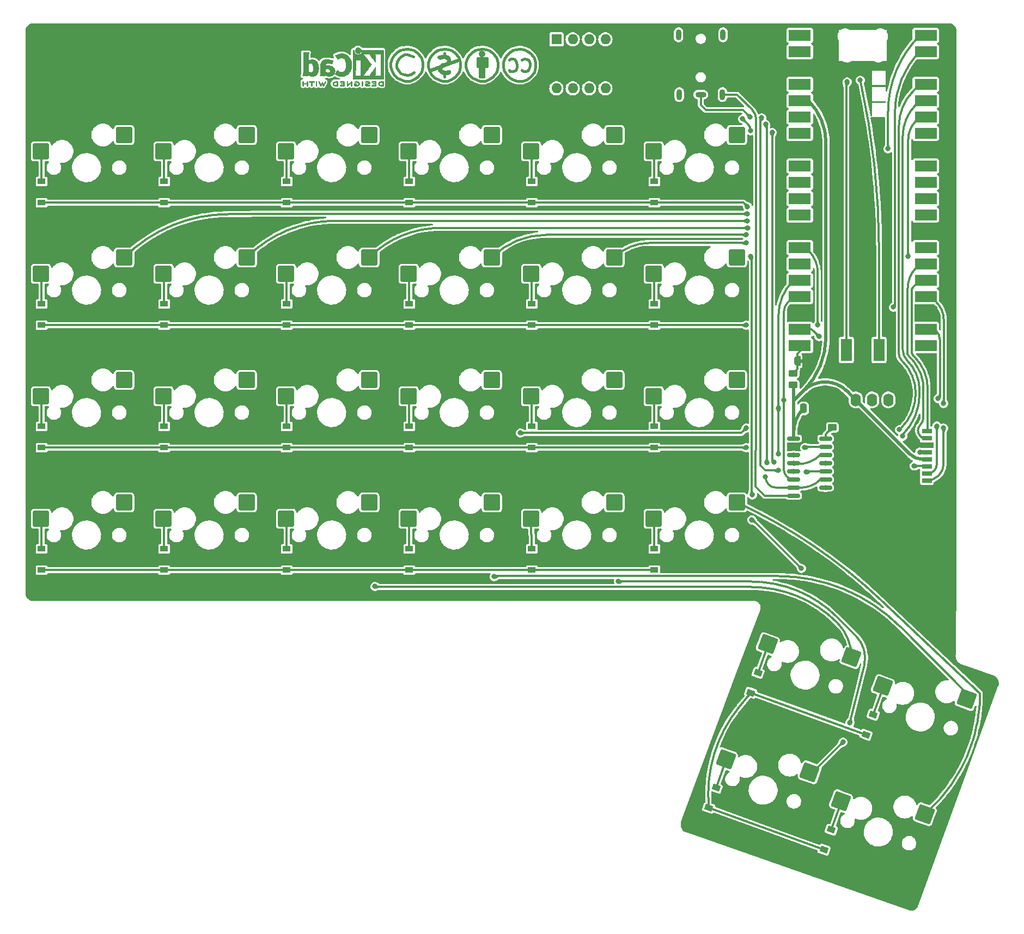
<source format=gbl>
%TF.GenerationSoftware,KiCad,Pcbnew,6.99.0-dfdedfa605*%
%TF.CreationDate,2022-05-26T14:32:38+01:00*%
%TF.ProjectId,keyboard-left,6b657962-6f61-4726-942d-6c6566742e6b,dev-1*%
%TF.SameCoordinates,Original*%
%TF.FileFunction,Copper,L2,Bot*%
%TF.FilePolarity,Positive*%
%FSLAX46Y46*%
G04 Gerber Fmt 4.6, Leading zero omitted, Abs format (unit mm)*
G04 Created by KiCad (PCBNEW 6.99.0-dfdedfa605) date 2022-05-26 14:32:38*
%MOMM*%
%LPD*%
G01*
G04 APERTURE LIST*
G04 Aperture macros list*
%AMRoundRect*
0 Rectangle with rounded corners*
0 $1 Rounding radius*
0 $2 $3 $4 $5 $6 $7 $8 $9 X,Y pos of 4 corners*
0 Add a 4 corners polygon primitive as box body*
4,1,4,$2,$3,$4,$5,$6,$7,$8,$9,$2,$3,0*
0 Add four circle primitives for the rounded corners*
1,1,$1+$1,$2,$3*
1,1,$1+$1,$4,$5*
1,1,$1+$1,$6,$7*
1,1,$1+$1,$8,$9*
0 Add four rect primitives between the rounded corners*
20,1,$1+$1,$2,$3,$4,$5,0*
20,1,$1+$1,$4,$5,$6,$7,0*
20,1,$1+$1,$6,$7,$8,$9,0*
20,1,$1+$1,$8,$9,$2,$3,0*%
%AMRotRect*
0 Rectangle, with rotation*
0 The origin of the aperture is its center*
0 $1 length*
0 $2 width*
0 $3 Rotation angle, in degrees counterclockwise*
0 Add horizontal line*
21,1,$1,$2,0,0,$3*%
%AMFreePoly0*
4,1,19,0.500000,-0.750000,0.000000,-0.750000,0.000000,-0.744911,-0.071157,-0.744911,-0.207708,-0.704816,-0.327430,-0.627875,-0.420627,-0.520320,-0.479746,-0.390866,-0.500000,-0.250000,-0.500000,0.250000,-0.479746,0.390866,-0.420627,0.520320,-0.327430,0.627875,-0.207708,0.704816,-0.071157,0.744911,0.000000,0.744911,0.000000,0.750000,0.500000,0.750000,0.500000,-0.750000,0.500000,-0.750000,
$1*%
%AMFreePoly1*
4,1,19,0.000000,0.744911,0.071157,0.744911,0.207708,0.704816,0.327430,0.627875,0.420627,0.520320,0.479746,0.390866,0.500000,0.250000,0.500000,-0.250000,0.479746,-0.390866,0.420627,-0.520320,0.327430,-0.627875,0.207708,-0.704816,0.071157,-0.744911,0.000000,-0.744911,0.000000,-0.750000,-0.500000,-0.750000,-0.500000,0.750000,0.000000,0.750000,0.000000,0.744911,0.000000,0.744911,
$1*%
G04 Aperture macros list end*
%TA.AperFunction,EtchedComponent*%
%ADD10C,0.381000*%
%TD*%
%TA.AperFunction,EtchedComponent*%
%ADD11C,0.010000*%
%TD*%
%TA.AperFunction,SMDPad,CuDef*%
%ADD12RoundRect,0.250000X-1.025000X-1.000000X1.025000X-1.000000X1.025000X1.000000X-1.025000X1.000000X0*%
%TD*%
%TA.AperFunction,ComponentPad*%
%ADD13R,1.600000X1.600000*%
%TD*%
%TA.AperFunction,ComponentPad*%
%ADD14O,1.600000X1.600000*%
%TD*%
%TA.AperFunction,ComponentPad*%
%ADD15O,1.600000X2.000000*%
%TD*%
%TA.AperFunction,SMDPad,CuDef*%
%ADD16RoundRect,0.250000X-1.305205X-0.589122X0.621165X-1.290263X1.305205X0.589122X-0.621165X1.290263X0*%
%TD*%
%TA.AperFunction,ComponentPad*%
%ADD17O,1.700000X0.850000*%
%TD*%
%TA.AperFunction,ComponentPad*%
%ADD18O,0.850000X1.700000*%
%TD*%
%TA.AperFunction,SMDPad,CuDef*%
%ADD19R,1.200000X0.900000*%
%TD*%
%TA.AperFunction,SMDPad,CuDef*%
%ADD20R,3.500000X1.700000*%
%TD*%
%TA.AperFunction,SMDPad,CuDef*%
%ADD21R,1.700000X3.500000*%
%TD*%
%TA.AperFunction,SMDPad,CuDef*%
%ADD22RotRect,0.900000X1.200000X70.000000*%
%TD*%
%TA.AperFunction,SMDPad,CuDef*%
%ADD23RoundRect,0.150000X0.825000X0.150000X-0.825000X0.150000X-0.825000X-0.150000X0.825000X-0.150000X0*%
%TD*%
%TA.AperFunction,SMDPad,CuDef*%
%ADD24RoundRect,0.250000X-0.450000X0.262500X-0.450000X-0.262500X0.450000X-0.262500X0.450000X0.262500X0*%
%TD*%
%TA.AperFunction,SMDPad,CuDef*%
%ADD25RoundRect,0.250000X-0.250000X-0.475000X0.250000X-0.475000X0.250000X0.475000X-0.250000X0.475000X0*%
%TD*%
%TA.AperFunction,SMDPad,CuDef*%
%ADD26R,1.500000X0.800000*%
%TD*%
%TA.AperFunction,SMDPad,CuDef*%
%ADD27R,2.000000X1.450000*%
%TD*%
%TA.AperFunction,SMDPad,CuDef*%
%ADD28FreePoly0,0.000000*%
%TD*%
%TA.AperFunction,SMDPad,CuDef*%
%ADD29FreePoly1,0.000000*%
%TD*%
%TA.AperFunction,ViaPad*%
%ADD30C,0.950000*%
%TD*%
%TA.AperFunction,ViaPad*%
%ADD31C,0.800000*%
%TD*%
%TA.AperFunction,Conductor*%
%ADD32C,0.500000*%
%TD*%
%TA.AperFunction,Conductor*%
%ADD33C,0.300000*%
%TD*%
G04 APERTURE END LIST*
D10*
%TO.C,REF\u002A\u002A*%
X89644360Y-34943720D02*
X89446240Y-35743820D01*
X89644360Y-34344280D02*
X89644360Y-34943720D01*
X89545300Y-33843900D02*
X89644360Y-34344280D01*
X89446240Y-35743820D02*
X88844260Y-36444860D01*
X89344640Y-33445120D02*
X89545300Y-33843900D01*
X88844260Y-36444860D02*
X88343880Y-36843640D01*
X88844260Y-32843140D02*
X89344640Y-33445120D01*
X88343880Y-36843640D02*
X87645380Y-37143360D01*
X88343880Y-32444360D02*
X88844260Y-32843140D01*
X88244820Y-35842880D02*
X87744440Y-36145140D01*
X87846040Y-32243700D02*
X88343880Y-32444360D01*
X87744440Y-36145140D02*
X87244060Y-36244200D01*
X87645380Y-37143360D02*
X86845280Y-37143360D01*
X87645380Y-33142860D02*
X88145760Y-33343520D01*
X87244060Y-36244200D02*
X86746220Y-36145140D01*
X87244060Y-33043800D02*
X87645380Y-33142860D01*
X87244060Y-32144640D02*
X87846040Y-32243700D01*
X87145000Y-32144640D02*
X87244060Y-32144640D01*
X86845280Y-37143360D02*
X86245840Y-36945240D01*
X86845280Y-33043800D02*
X87244060Y-33043800D01*
X86746220Y-36145140D02*
X86245840Y-35944480D01*
X86545560Y-32243700D02*
X87145000Y-32144640D01*
X86245840Y-36945240D02*
X85643860Y-36642980D01*
X86245840Y-35944480D02*
X85844520Y-35543160D01*
X86245840Y-33343520D02*
X86845280Y-33043800D01*
X86144240Y-32342760D02*
X86545560Y-32243700D01*
X85946120Y-33643240D02*
X86245840Y-33343520D01*
X85844520Y-35543160D02*
X85544800Y-35042780D01*
X85643860Y-36642980D02*
X85146020Y-36145140D01*
X85643860Y-34143620D02*
X85946120Y-33643240D01*
X85643860Y-32645020D02*
X86144240Y-32342760D01*
X85544800Y-35042780D02*
X85544800Y-34644000D01*
X85544800Y-34644000D02*
X85643860Y-34143620D01*
X85146020Y-36145140D02*
X84744700Y-35444100D01*
X85146020Y-33142860D02*
X85643860Y-32645020D01*
X84843760Y-33643240D02*
X85146020Y-33142860D01*
X84744700Y-35444100D02*
X84645640Y-34844660D01*
X84645640Y-34844660D02*
X84645640Y-34245220D01*
X84645640Y-34245220D02*
X84843760Y-33643240D01*
G36*
X73071406Y-37199949D02*
G01*
X73097127Y-37215647D01*
X73123778Y-37237227D01*
X73123778Y-37884684D01*
X73097127Y-37906264D01*
X73065767Y-37923739D01*
X73029966Y-37924575D01*
X72998528Y-37904082D01*
X72994652Y-37899416D01*
X72989186Y-37889949D01*
X72984979Y-37876267D01*
X72981867Y-37855748D01*
X72979687Y-37825768D01*
X72978276Y-37783704D01*
X72977471Y-37726932D01*
X72977107Y-37652830D01*
X72977022Y-37558773D01*
X72977022Y-37237227D01*
X73003673Y-37215647D01*
X73027386Y-37200877D01*
X73050400Y-37194067D01*
X73071406Y-37199949D01*
G37*
D11*
X73071406Y-37199949D02*
X73097127Y-37215647D01*
X73123778Y-37237227D01*
X73123778Y-37884684D01*
X73097127Y-37906264D01*
X73065767Y-37923739D01*
X73029966Y-37924575D01*
X72998528Y-37904082D01*
X72994652Y-37899416D01*
X72989186Y-37889949D01*
X72984979Y-37876267D01*
X72981867Y-37855748D01*
X72979687Y-37825768D01*
X72978276Y-37783704D01*
X72977471Y-37726932D01*
X72977107Y-37652830D01*
X72977022Y-37558773D01*
X72977022Y-37237227D01*
X73003673Y-37215647D01*
X73027386Y-37200877D01*
X73050400Y-37194067D01*
X73071406Y-37199949D01*
G36*
X80202137Y-37198463D02*
G01*
X80236291Y-37221776D01*
X80264000Y-37249485D01*
X80264000Y-37562537D01*
X80263959Y-37646567D01*
X80263701Y-37720789D01*
X80263030Y-37777541D01*
X80261752Y-37819512D01*
X80259673Y-37849389D01*
X80256599Y-37869861D01*
X80252334Y-37883614D01*
X80246684Y-37893337D01*
X80239455Y-37901717D01*
X80207991Y-37923181D01*
X80172826Y-37924947D01*
X80139822Y-37905267D01*
X80134516Y-37899398D01*
X80129066Y-37890314D01*
X80124900Y-37876973D01*
X80121846Y-37856757D01*
X80119732Y-37827049D01*
X80118386Y-37785232D01*
X80117638Y-37728689D01*
X80117314Y-37654802D01*
X80117245Y-37560956D01*
X80117284Y-37485294D01*
X80117539Y-37407385D01*
X80118183Y-37347375D01*
X80119387Y-37302648D01*
X80121324Y-37270585D01*
X80124164Y-37248571D01*
X80128079Y-37233987D01*
X80133242Y-37224218D01*
X80139822Y-37216645D01*
X80169006Y-37197623D01*
X80202137Y-37198463D01*
G37*
X80202137Y-37198463D02*
X80236291Y-37221776D01*
X80264000Y-37249485D01*
X80264000Y-37562537D01*
X80263959Y-37646567D01*
X80263701Y-37720789D01*
X80263030Y-37777541D01*
X80261752Y-37819512D01*
X80259673Y-37849389D01*
X80256599Y-37869861D01*
X80252334Y-37883614D01*
X80246684Y-37893337D01*
X80239455Y-37901717D01*
X80207991Y-37923181D01*
X80172826Y-37924947D01*
X80139822Y-37905267D01*
X80134516Y-37899398D01*
X80129066Y-37890314D01*
X80124900Y-37876973D01*
X80121846Y-37856757D01*
X80119732Y-37827049D01*
X80118386Y-37785232D01*
X80117638Y-37728689D01*
X80117314Y-37654802D01*
X80117245Y-37560956D01*
X80117284Y-37485294D01*
X80117539Y-37407385D01*
X80118183Y-37347375D01*
X80119387Y-37302648D01*
X80121324Y-37270585D01*
X80124164Y-37248571D01*
X80128079Y-37233987D01*
X80133242Y-37224218D01*
X80139822Y-37216645D01*
X80169006Y-37197623D01*
X80202137Y-37198463D01*
G36*
X79670562Y-31957850D02*
G01*
X79753313Y-31985053D01*
X79828406Y-32030484D01*
X79900298Y-32096302D01*
X79938846Y-32140567D01*
X79978256Y-32198961D01*
X80003446Y-32259586D01*
X80016861Y-32328865D01*
X80020948Y-32413222D01*
X80020669Y-32459307D01*
X80018460Y-32500450D01*
X80012894Y-32532582D01*
X80002586Y-32563122D01*
X79986148Y-32599489D01*
X79972200Y-32626728D01*
X79913665Y-32712429D01*
X79841619Y-32781617D01*
X79757947Y-32832741D01*
X79664531Y-32864250D01*
X79631434Y-32871225D01*
X79590960Y-32878094D01*
X79557999Y-32879919D01*
X79523698Y-32876947D01*
X79479200Y-32869426D01*
X79427934Y-32857002D01*
X79337434Y-32819112D01*
X79258345Y-32764836D01*
X79192528Y-32696770D01*
X79141840Y-32617511D01*
X79108140Y-32529654D01*
X79093286Y-32435795D01*
X79099136Y-32338530D01*
X79125399Y-32242220D01*
X79170418Y-32153494D01*
X79231373Y-32078419D01*
X79306184Y-32018641D01*
X79392768Y-31975809D01*
X79489043Y-31951571D01*
X79592928Y-31947576D01*
X79670562Y-31957850D01*
G37*
X79670562Y-31957850D02*
X79753313Y-31985053D01*
X79828406Y-32030484D01*
X79900298Y-32096302D01*
X79938846Y-32140567D01*
X79978256Y-32198961D01*
X80003446Y-32259586D01*
X80016861Y-32328865D01*
X80020948Y-32413222D01*
X80020669Y-32459307D01*
X80018460Y-32500450D01*
X80012894Y-32532582D01*
X80002586Y-32563122D01*
X79986148Y-32599489D01*
X79972200Y-32626728D01*
X79913665Y-32712429D01*
X79841619Y-32781617D01*
X79757947Y-32832741D01*
X79664531Y-32864250D01*
X79631434Y-32871225D01*
X79590960Y-32878094D01*
X79557999Y-32879919D01*
X79523698Y-32876947D01*
X79479200Y-32869426D01*
X79427934Y-32857002D01*
X79337434Y-32819112D01*
X79258345Y-32764836D01*
X79192528Y-32696770D01*
X79141840Y-32617511D01*
X79108140Y-32529654D01*
X79093286Y-32435795D01*
X79099136Y-32338530D01*
X79125399Y-32242220D01*
X79170418Y-32153494D01*
X79231373Y-32078419D01*
X79306184Y-32018641D01*
X79392768Y-31975809D01*
X79489043Y-31951571D01*
X79592928Y-31947576D01*
X79670562Y-31957850D01*
G36*
X72371767Y-37194068D02*
G01*
X72465890Y-37194158D01*
X72540405Y-37194498D01*
X72597811Y-37195239D01*
X72640611Y-37196535D01*
X72671304Y-37198537D01*
X72692391Y-37201396D01*
X72706373Y-37205266D01*
X72715750Y-37210298D01*
X72723022Y-37216645D01*
X72741828Y-37249362D01*
X72743275Y-37286939D01*
X72726917Y-37320178D01*
X72725557Y-37321631D01*
X72714354Y-37329992D01*
X72697252Y-37335547D01*
X72670082Y-37338840D01*
X72628678Y-37340418D01*
X72568873Y-37340822D01*
X72429511Y-37340822D01*
X72429511Y-37604589D01*
X72429436Y-37680417D01*
X72429028Y-37747083D01*
X72428046Y-37796867D01*
X72426250Y-37832784D01*
X72423399Y-37857850D01*
X72419253Y-37875081D01*
X72413571Y-37887492D01*
X72406114Y-37898100D01*
X72403824Y-37900906D01*
X72372646Y-37923548D01*
X72338266Y-37925112D01*
X72305334Y-37905267D01*
X72298355Y-37897191D01*
X72292883Y-37886593D01*
X72288863Y-37870749D01*
X72286072Y-37846773D01*
X72284288Y-37811774D01*
X72283289Y-37762864D01*
X72282852Y-37697154D01*
X72282756Y-37611756D01*
X72282756Y-37340822D01*
X72136820Y-37340822D01*
X72125720Y-37340821D01*
X72069202Y-37340596D01*
X72030358Y-37339457D01*
X72004965Y-37336657D01*
X71988804Y-37331450D01*
X71977652Y-37323089D01*
X71967289Y-37310826D01*
X71951441Y-37280138D01*
X71954543Y-37246358D01*
X71980187Y-37213822D01*
X71985129Y-37210105D01*
X71995338Y-37205269D01*
X72010764Y-37201506D01*
X72033886Y-37198683D01*
X72067183Y-37196670D01*
X72113137Y-37195333D01*
X72174228Y-37194542D01*
X72252935Y-37194163D01*
X72351740Y-37194067D01*
X72371767Y-37194068D01*
G37*
X72371767Y-37194068D02*
X72465890Y-37194158D01*
X72540405Y-37194498D01*
X72597811Y-37195239D01*
X72640611Y-37196535D01*
X72671304Y-37198537D01*
X72692391Y-37201396D01*
X72706373Y-37205266D01*
X72715750Y-37210298D01*
X72723022Y-37216645D01*
X72741828Y-37249362D01*
X72743275Y-37286939D01*
X72726917Y-37320178D01*
X72725557Y-37321631D01*
X72714354Y-37329992D01*
X72697252Y-37335547D01*
X72670082Y-37338840D01*
X72628678Y-37340418D01*
X72568873Y-37340822D01*
X72429511Y-37340822D01*
X72429511Y-37604589D01*
X72429436Y-37680417D01*
X72429028Y-37747083D01*
X72428046Y-37796867D01*
X72426250Y-37832784D01*
X72423399Y-37857850D01*
X72419253Y-37875081D01*
X72413571Y-37887492D01*
X72406114Y-37898100D01*
X72403824Y-37900906D01*
X72372646Y-37923548D01*
X72338266Y-37925112D01*
X72305334Y-37905267D01*
X72298355Y-37897191D01*
X72292883Y-37886593D01*
X72288863Y-37870749D01*
X72286072Y-37846773D01*
X72284288Y-37811774D01*
X72283289Y-37762864D01*
X72282852Y-37697154D01*
X72282756Y-37611756D01*
X72282756Y-37340822D01*
X72136820Y-37340822D01*
X72125720Y-37340821D01*
X72069202Y-37340596D01*
X72030358Y-37339457D01*
X72004965Y-37336657D01*
X71988804Y-37331450D01*
X71977652Y-37323089D01*
X71967289Y-37310826D01*
X71951441Y-37280138D01*
X71954543Y-37246358D01*
X71980187Y-37213822D01*
X71985129Y-37210105D01*
X71995338Y-37205269D01*
X72010764Y-37201506D01*
X72033886Y-37198683D01*
X72067183Y-37196670D01*
X72113137Y-37195333D01*
X72174228Y-37194542D01*
X72252935Y-37194163D01*
X72351740Y-37194067D01*
X72371767Y-37194068D01*
G36*
X71695734Y-37216645D02*
G01*
X71701366Y-37222835D01*
X71706456Y-37231041D01*
X71710543Y-37242817D01*
X71713721Y-37260276D01*
X71716087Y-37285530D01*
X71717738Y-37320690D01*
X71718769Y-37367869D01*
X71719277Y-37429177D01*
X71719359Y-37506727D01*
X71719109Y-37602631D01*
X71718625Y-37719000D01*
X71718557Y-37733175D01*
X71717971Y-37794937D01*
X71716648Y-37838620D01*
X71714103Y-37868001D01*
X71709848Y-37886855D01*
X71703396Y-37898959D01*
X71694262Y-37908089D01*
X71660804Y-37925506D01*
X71625856Y-37922604D01*
X71594953Y-37898100D01*
X71585944Y-37884897D01*
X71578492Y-37866361D01*
X71574124Y-37840333D01*
X71572069Y-37801787D01*
X71571556Y-37745700D01*
X71571556Y-37623045D01*
X71074845Y-37623045D01*
X71074845Y-37757871D01*
X71074772Y-37793662D01*
X71074009Y-37839992D01*
X71071833Y-37870526D01*
X71067536Y-37889557D01*
X71060412Y-37901374D01*
X71049755Y-37910271D01*
X71017504Y-37925341D01*
X70982217Y-37922673D01*
X70951486Y-37898100D01*
X70946831Y-37891845D01*
X70940895Y-37881321D01*
X70936364Y-37867391D01*
X70933048Y-37847317D01*
X70930759Y-37818360D01*
X70929308Y-37777780D01*
X70928505Y-37722840D01*
X70928162Y-37650799D01*
X70928089Y-37558920D01*
X70928089Y-37249485D01*
X70955798Y-37221776D01*
X70987177Y-37199533D01*
X71020406Y-37196844D01*
X71052267Y-37216645D01*
X71060553Y-37226415D01*
X71067965Y-37242307D01*
X71072302Y-37266275D01*
X71074338Y-37303148D01*
X71074845Y-37357756D01*
X71074845Y-37476289D01*
X71571556Y-37476289D01*
X71571556Y-37360776D01*
X71571994Y-37309078D01*
X71573958Y-37274554D01*
X71578474Y-37251978D01*
X71586567Y-37236126D01*
X71599265Y-37221776D01*
X71630643Y-37199533D01*
X71663872Y-37196844D01*
X71695734Y-37216645D01*
G37*
X71695734Y-37216645D02*
X71701366Y-37222835D01*
X71706456Y-37231041D01*
X71710543Y-37242817D01*
X71713721Y-37260276D01*
X71716087Y-37285530D01*
X71717738Y-37320690D01*
X71718769Y-37367869D01*
X71719277Y-37429177D01*
X71719359Y-37506727D01*
X71719109Y-37602631D01*
X71718625Y-37719000D01*
X71718557Y-37733175D01*
X71717971Y-37794937D01*
X71716648Y-37838620D01*
X71714103Y-37868001D01*
X71709848Y-37886855D01*
X71703396Y-37898959D01*
X71694262Y-37908089D01*
X71660804Y-37925506D01*
X71625856Y-37922604D01*
X71594953Y-37898100D01*
X71585944Y-37884897D01*
X71578492Y-37866361D01*
X71574124Y-37840333D01*
X71572069Y-37801787D01*
X71571556Y-37745700D01*
X71571556Y-37623045D01*
X71074845Y-37623045D01*
X71074845Y-37757871D01*
X71074772Y-37793662D01*
X71074009Y-37839992D01*
X71071833Y-37870526D01*
X71067536Y-37889557D01*
X71060412Y-37901374D01*
X71049755Y-37910271D01*
X71017504Y-37925341D01*
X70982217Y-37922673D01*
X70951486Y-37898100D01*
X70946831Y-37891845D01*
X70940895Y-37881321D01*
X70936364Y-37867391D01*
X70933048Y-37847317D01*
X70930759Y-37818360D01*
X70929308Y-37777780D01*
X70928505Y-37722840D01*
X70928162Y-37650799D01*
X70928089Y-37558920D01*
X70928089Y-37249485D01*
X70955798Y-37221776D01*
X70987177Y-37199533D01*
X71020406Y-37196844D01*
X71052267Y-37216645D01*
X71060553Y-37226415D01*
X71067965Y-37242307D01*
X71072302Y-37266275D01*
X71074338Y-37303148D01*
X71074845Y-37357756D01*
X71074845Y-37476289D01*
X71571556Y-37476289D01*
X71571556Y-37360776D01*
X71571994Y-37309078D01*
X71573958Y-37274554D01*
X71578474Y-37251978D01*
X71586567Y-37236126D01*
X71599265Y-37221776D01*
X71630643Y-37199533D01*
X71663872Y-37196844D01*
X71695734Y-37216645D01*
G36*
X76399163Y-37838175D02*
G01*
X76396235Y-37861095D01*
X76392158Y-37876897D01*
X76386743Y-37888319D01*
X76379803Y-37898100D01*
X76356406Y-37927845D01*
X76190714Y-37927251D01*
X76155918Y-37926953D01*
X76057435Y-37923522D01*
X75976473Y-37915839D01*
X75909379Y-37903282D01*
X75852496Y-37885227D01*
X75802169Y-37861052D01*
X75798810Y-37859135D01*
X75740998Y-37822417D01*
X75698644Y-37785451D01*
X75665828Y-37741966D01*
X75636628Y-37685689D01*
X75632346Y-37676073D01*
X75609769Y-37612887D01*
X75604034Y-37567333D01*
X75753279Y-37567333D01*
X75758892Y-37592061D01*
X75764618Y-37607939D01*
X75797548Y-37667847D01*
X75844886Y-37713600D01*
X75908652Y-37746736D01*
X75990861Y-37768790D01*
X75993655Y-37769292D01*
X76039940Y-37775255D01*
X76096336Y-37779483D01*
X76151274Y-37781089D01*
X76245156Y-37781089D01*
X76245156Y-37340822D01*
X76157667Y-37341270D01*
X76090747Y-37343746D01*
X75998349Y-37354998D01*
X75919034Y-37374537D01*
X75857060Y-37401511D01*
X75826120Y-37422240D01*
X75798000Y-37452006D01*
X75774660Y-37494434D01*
X75767533Y-37510400D01*
X75755709Y-37542902D01*
X75753279Y-37567333D01*
X75604034Y-37567333D01*
X75602797Y-37557509D01*
X75611399Y-37502483D01*
X75635541Y-37440351D01*
X75636337Y-37438658D01*
X75676788Y-37369236D01*
X75727473Y-37312638D01*
X75790198Y-37268070D01*
X75866774Y-37234741D01*
X75959009Y-37211861D01*
X76068712Y-37198636D01*
X76197691Y-37194275D01*
X76201263Y-37194270D01*
X76261283Y-37194410D01*
X76303214Y-37195446D01*
X76331328Y-37198040D01*
X76349897Y-37202853D01*
X76363194Y-37210544D01*
X76375491Y-37221776D01*
X76403200Y-37249485D01*
X76403200Y-37558920D01*
X76403175Y-37620526D01*
X76402950Y-37699311D01*
X76402332Y-37760021D01*
X76401775Y-37781089D01*
X76401133Y-37805396D01*
X76399163Y-37838175D01*
G37*
X76399163Y-37838175D02*
X76396235Y-37861095D01*
X76392158Y-37876897D01*
X76386743Y-37888319D01*
X76379803Y-37898100D01*
X76356406Y-37927845D01*
X76190714Y-37927251D01*
X76155918Y-37926953D01*
X76057435Y-37923522D01*
X75976473Y-37915839D01*
X75909379Y-37903282D01*
X75852496Y-37885227D01*
X75802169Y-37861052D01*
X75798810Y-37859135D01*
X75740998Y-37822417D01*
X75698644Y-37785451D01*
X75665828Y-37741966D01*
X75636628Y-37685689D01*
X75632346Y-37676073D01*
X75609769Y-37612887D01*
X75604034Y-37567333D01*
X75753279Y-37567333D01*
X75758892Y-37592061D01*
X75764618Y-37607939D01*
X75797548Y-37667847D01*
X75844886Y-37713600D01*
X75908652Y-37746736D01*
X75990861Y-37768790D01*
X75993655Y-37769292D01*
X76039940Y-37775255D01*
X76096336Y-37779483D01*
X76151274Y-37781089D01*
X76245156Y-37781089D01*
X76245156Y-37340822D01*
X76157667Y-37341270D01*
X76090747Y-37343746D01*
X75998349Y-37354998D01*
X75919034Y-37374537D01*
X75857060Y-37401511D01*
X75826120Y-37422240D01*
X75798000Y-37452006D01*
X75774660Y-37494434D01*
X75767533Y-37510400D01*
X75755709Y-37542902D01*
X75753279Y-37567333D01*
X75604034Y-37567333D01*
X75602797Y-37557509D01*
X75611399Y-37502483D01*
X75635541Y-37440351D01*
X75636337Y-37438658D01*
X75676788Y-37369236D01*
X75727473Y-37312638D01*
X75790198Y-37268070D01*
X75866774Y-37234741D01*
X75959009Y-37211861D01*
X76068712Y-37198636D01*
X76197691Y-37194275D01*
X76201263Y-37194270D01*
X76261283Y-37194410D01*
X76303214Y-37195446D01*
X76331328Y-37198040D01*
X76349897Y-37202853D01*
X76363194Y-37210544D01*
X76375491Y-37221776D01*
X76403200Y-37249485D01*
X76403200Y-37558920D01*
X76403175Y-37620526D01*
X76402950Y-37699311D01*
X76402332Y-37760021D01*
X76401775Y-37781089D01*
X76401133Y-37805396D01*
X76399163Y-37838175D01*
G36*
X83492870Y-37460041D02*
G01*
X83492622Y-37560956D01*
X83492583Y-37636617D01*
X83492328Y-37714526D01*
X83491684Y-37774536D01*
X83490480Y-37819264D01*
X83488543Y-37851326D01*
X83485703Y-37873340D01*
X83481788Y-37887924D01*
X83476626Y-37897694D01*
X83470045Y-37905267D01*
X83463077Y-37911501D01*
X83450079Y-37918801D01*
X83430931Y-37923554D01*
X83401528Y-37926292D01*
X83357762Y-37927545D01*
X83295528Y-37927845D01*
X83246582Y-37927469D01*
X83139722Y-37923041D01*
X83050494Y-37912953D01*
X82975696Y-37896365D01*
X82912125Y-37872435D01*
X82856579Y-37840321D01*
X82805854Y-37799182D01*
X82799866Y-37793330D01*
X82762999Y-37744821D01*
X82731899Y-37684013D01*
X82710417Y-37619769D01*
X82705136Y-37581026D01*
X82852353Y-37581026D01*
X82870635Y-37631961D01*
X82900305Y-37677878D01*
X82947002Y-37720287D01*
X83008392Y-37750090D01*
X83087538Y-37769226D01*
X83089028Y-37769464D01*
X83137999Y-37775256D01*
X83196693Y-37779396D01*
X83252734Y-37781004D01*
X83345867Y-37781089D01*
X83345867Y-37340822D01*
X83269667Y-37340808D01*
X83266639Y-37340817D01*
X83215519Y-37342782D01*
X83155416Y-37347507D01*
X83098708Y-37354035D01*
X83048750Y-37363331D01*
X82973998Y-37389600D01*
X82916489Y-37428899D01*
X82874988Y-37481933D01*
X82853771Y-37533200D01*
X82852353Y-37581026D01*
X82705136Y-37581026D01*
X82702400Y-37560956D01*
X82703679Y-37539739D01*
X82715991Y-37482323D01*
X82738520Y-37422413D01*
X82767750Y-37368363D01*
X82800167Y-37328532D01*
X82819708Y-37311510D01*
X82874420Y-37272322D01*
X82934723Y-37242193D01*
X83003919Y-37220232D01*
X83085311Y-37205550D01*
X83182200Y-37197259D01*
X83297889Y-37194467D01*
X83337371Y-37194066D01*
X83383082Y-37193653D01*
X83418883Y-37195457D01*
X83445974Y-37201739D01*
X83465556Y-37214759D01*
X83478830Y-37236778D01*
X83486998Y-37270055D01*
X83491260Y-37316851D01*
X83491857Y-37340822D01*
X83492817Y-37379427D01*
X83492870Y-37460041D01*
G37*
X83492870Y-37460041D02*
X83492622Y-37560956D01*
X83492583Y-37636617D01*
X83492328Y-37714526D01*
X83491684Y-37774536D01*
X83490480Y-37819264D01*
X83488543Y-37851326D01*
X83485703Y-37873340D01*
X83481788Y-37887924D01*
X83476626Y-37897694D01*
X83470045Y-37905267D01*
X83463077Y-37911501D01*
X83450079Y-37918801D01*
X83430931Y-37923554D01*
X83401528Y-37926292D01*
X83357762Y-37927545D01*
X83295528Y-37927845D01*
X83246582Y-37927469D01*
X83139722Y-37923041D01*
X83050494Y-37912953D01*
X82975696Y-37896365D01*
X82912125Y-37872435D01*
X82856579Y-37840321D01*
X82805854Y-37799182D01*
X82799866Y-37793330D01*
X82762999Y-37744821D01*
X82731899Y-37684013D01*
X82710417Y-37619769D01*
X82705136Y-37581026D01*
X82852353Y-37581026D01*
X82870635Y-37631961D01*
X82900305Y-37677878D01*
X82947002Y-37720287D01*
X83008392Y-37750090D01*
X83087538Y-37769226D01*
X83089028Y-37769464D01*
X83137999Y-37775256D01*
X83196693Y-37779396D01*
X83252734Y-37781004D01*
X83345867Y-37781089D01*
X83345867Y-37340822D01*
X83269667Y-37340808D01*
X83266639Y-37340817D01*
X83215519Y-37342782D01*
X83155416Y-37347507D01*
X83098708Y-37354035D01*
X83048750Y-37363331D01*
X82973998Y-37389600D01*
X82916489Y-37428899D01*
X82874988Y-37481933D01*
X82853771Y-37533200D01*
X82852353Y-37581026D01*
X82705136Y-37581026D01*
X82702400Y-37560956D01*
X82703679Y-37539739D01*
X82715991Y-37482323D01*
X82738520Y-37422413D01*
X82767750Y-37368363D01*
X82800167Y-37328532D01*
X82819708Y-37311510D01*
X82874420Y-37272322D01*
X82934723Y-37242193D01*
X83003919Y-37220232D01*
X83085311Y-37205550D01*
X83182200Y-37197259D01*
X83297889Y-37194467D01*
X83337371Y-37194066D01*
X83383082Y-37193653D01*
X83418883Y-37195457D01*
X83445974Y-37201739D01*
X83465556Y-37214759D01*
X83478830Y-37236778D01*
X83486998Y-37270055D01*
X83491260Y-37316851D01*
X83491857Y-37340822D01*
X83492817Y-37379427D01*
X83492870Y-37460041D01*
G36*
X78547893Y-37192892D02*
G01*
X78559301Y-37199029D01*
X78569850Y-37209691D01*
X78581136Y-37223811D01*
X78585589Y-37229772D01*
X78591588Y-37240268D01*
X78596167Y-37254093D01*
X78599519Y-37273998D01*
X78601833Y-37302732D01*
X78603301Y-37343045D01*
X78604113Y-37397687D01*
X78604460Y-37469407D01*
X78604534Y-37560956D01*
X78604511Y-37619486D01*
X78604292Y-37698573D01*
X78603683Y-37759516D01*
X78602492Y-37805062D01*
X78600529Y-37837963D01*
X78597603Y-37860968D01*
X78593523Y-37876826D01*
X78588097Y-37888286D01*
X78581136Y-37898100D01*
X78550708Y-37922493D01*
X78515765Y-37925372D01*
X78478784Y-37906282D01*
X78474600Y-37902807D01*
X78466424Y-37894279D01*
X78460364Y-37882728D01*
X78455981Y-37864896D01*
X78452839Y-37837524D01*
X78450502Y-37797354D01*
X78448531Y-37741128D01*
X78446489Y-37665589D01*
X78440845Y-37446458D01*
X78175556Y-37687099D01*
X78101722Y-37753875D01*
X78036542Y-37811991D01*
X77984348Y-37856949D01*
X77943273Y-37889871D01*
X77911455Y-37911879D01*
X77887026Y-37924094D01*
X77868124Y-37927639D01*
X77852883Y-37923636D01*
X77839439Y-37913207D01*
X77825927Y-37897474D01*
X77819682Y-37888991D01*
X77814050Y-37878413D01*
X77809839Y-37864255D01*
X77806887Y-37843803D01*
X77805032Y-37814342D01*
X77804113Y-37773161D01*
X77803968Y-37717544D01*
X77804435Y-37644779D01*
X77805352Y-37552151D01*
X77808667Y-37237199D01*
X77835318Y-37215633D01*
X77861383Y-37199441D01*
X77894241Y-37196670D01*
X77928772Y-37215623D01*
X77933084Y-37219208D01*
X77941216Y-37227737D01*
X77947245Y-37239329D01*
X77951606Y-37257235D01*
X77954734Y-37284706D01*
X77957063Y-37324994D01*
X77959029Y-37381351D01*
X77961067Y-37457029D01*
X77966711Y-37676878D01*
X78147334Y-37513084D01*
X78234072Y-37434451D01*
X78309843Y-37366058D01*
X78371980Y-37310708D01*
X78422078Y-37267338D01*
X78461735Y-37234881D01*
X78492548Y-37212273D01*
X78516114Y-37198448D01*
X78534030Y-37192343D01*
X78547893Y-37192892D01*
G37*
X78547893Y-37192892D02*
X78559301Y-37199029D01*
X78569850Y-37209691D01*
X78581136Y-37223811D01*
X78585589Y-37229772D01*
X78591588Y-37240268D01*
X78596167Y-37254093D01*
X78599519Y-37273998D01*
X78601833Y-37302732D01*
X78603301Y-37343045D01*
X78604113Y-37397687D01*
X78604460Y-37469407D01*
X78604534Y-37560956D01*
X78604511Y-37619486D01*
X78604292Y-37698573D01*
X78603683Y-37759516D01*
X78602492Y-37805062D01*
X78600529Y-37837963D01*
X78597603Y-37860968D01*
X78593523Y-37876826D01*
X78588097Y-37888286D01*
X78581136Y-37898100D01*
X78550708Y-37922493D01*
X78515765Y-37925372D01*
X78478784Y-37906282D01*
X78474600Y-37902807D01*
X78466424Y-37894279D01*
X78460364Y-37882728D01*
X78455981Y-37864896D01*
X78452839Y-37837524D01*
X78450502Y-37797354D01*
X78448531Y-37741128D01*
X78446489Y-37665589D01*
X78440845Y-37446458D01*
X78175556Y-37687099D01*
X78101722Y-37753875D01*
X78036542Y-37811991D01*
X77984348Y-37856949D01*
X77943273Y-37889871D01*
X77911455Y-37911879D01*
X77887026Y-37924094D01*
X77868124Y-37927639D01*
X77852883Y-37923636D01*
X77839439Y-37913207D01*
X77825927Y-37897474D01*
X77819682Y-37888991D01*
X77814050Y-37878413D01*
X77809839Y-37864255D01*
X77806887Y-37843803D01*
X77805032Y-37814342D01*
X77804113Y-37773161D01*
X77803968Y-37717544D01*
X77804435Y-37644779D01*
X77805352Y-37552151D01*
X77808667Y-37237199D01*
X77835318Y-37215633D01*
X77861383Y-37199441D01*
X77894241Y-37196670D01*
X77928772Y-37215623D01*
X77933084Y-37219208D01*
X77941216Y-37227737D01*
X77947245Y-37239329D01*
X77951606Y-37257235D01*
X77954734Y-37284706D01*
X77957063Y-37324994D01*
X77959029Y-37381351D01*
X77961067Y-37457029D01*
X77966711Y-37676878D01*
X78147334Y-37513084D01*
X78234072Y-37434451D01*
X78309843Y-37366058D01*
X78371980Y-37310708D01*
X78422078Y-37267338D01*
X78461735Y-37234881D01*
X78492548Y-37212273D01*
X78516114Y-37198448D01*
X78534030Y-37192343D01*
X78547893Y-37192892D01*
G36*
X79345150Y-37199179D02*
G01*
X79451157Y-37215494D01*
X79544969Y-37243545D01*
X79623765Y-37282452D01*
X79684719Y-37331334D01*
X79710789Y-37364195D01*
X79740297Y-37413394D01*
X79765568Y-37467252D01*
X79783218Y-37518419D01*
X79789858Y-37559544D01*
X79788298Y-37579259D01*
X79775357Y-37630592D01*
X79752194Y-37687118D01*
X79722302Y-37741035D01*
X79689173Y-37784539D01*
X79678977Y-37794887D01*
X79611892Y-37846662D01*
X79531766Y-37886554D01*
X79445556Y-37910956D01*
X79390592Y-37919068D01*
X79297139Y-37925673D01*
X79207358Y-37923586D01*
X79124869Y-37913340D01*
X79053286Y-37895470D01*
X78996228Y-37870508D01*
X78957311Y-37838988D01*
X78955936Y-37837012D01*
X78948848Y-37811786D01*
X78944609Y-37764535D01*
X78943200Y-37695071D01*
X78944060Y-37632838D01*
X78948780Y-37585456D01*
X78960470Y-37553353D01*
X78982239Y-37533800D01*
X79017198Y-37524070D01*
X79068456Y-37521433D01*
X79139123Y-37523161D01*
X79187743Y-37526173D01*
X79237939Y-37534366D01*
X79270433Y-37548419D01*
X79287892Y-37569654D01*
X79292983Y-37599394D01*
X79292877Y-37603936D01*
X79284175Y-37638730D01*
X79260165Y-37662147D01*
X79218900Y-37675347D01*
X79158431Y-37679489D01*
X79089956Y-37679489D01*
X79089956Y-37717841D01*
X79090006Y-37726976D01*
X79092227Y-37744227D01*
X79101494Y-37754521D01*
X79122875Y-37761459D01*
X79161436Y-37768641D01*
X79166910Y-37769575D01*
X79263860Y-37779478D01*
X79353852Y-37776559D01*
X79434760Y-37761829D01*
X79504459Y-37736299D01*
X79560824Y-37700978D01*
X79601729Y-37656879D01*
X79625051Y-37605012D01*
X79628663Y-37546388D01*
X79623145Y-37517494D01*
X79596461Y-37461604D01*
X79550273Y-37415945D01*
X79485291Y-37381108D01*
X79402229Y-37357690D01*
X79377555Y-37353241D01*
X79288226Y-37342742D01*
X79208419Y-37343971D01*
X79130326Y-37356906D01*
X79095183Y-37363696D01*
X79049745Y-37364713D01*
X79018430Y-37352182D01*
X78998277Y-37325395D01*
X78991893Y-37297148D01*
X79001379Y-37265924D01*
X79010708Y-37252499D01*
X79044943Y-37228967D01*
X79097565Y-37211095D01*
X79166081Y-37199599D01*
X79248000Y-37195192D01*
X79345150Y-37199179D01*
G37*
X79345150Y-37199179D02*
X79451157Y-37215494D01*
X79544969Y-37243545D01*
X79623765Y-37282452D01*
X79684719Y-37331334D01*
X79710789Y-37364195D01*
X79740297Y-37413394D01*
X79765568Y-37467252D01*
X79783218Y-37518419D01*
X79789858Y-37559544D01*
X79788298Y-37579259D01*
X79775357Y-37630592D01*
X79752194Y-37687118D01*
X79722302Y-37741035D01*
X79689173Y-37784539D01*
X79678977Y-37794887D01*
X79611892Y-37846662D01*
X79531766Y-37886554D01*
X79445556Y-37910956D01*
X79390592Y-37919068D01*
X79297139Y-37925673D01*
X79207358Y-37923586D01*
X79124869Y-37913340D01*
X79053286Y-37895470D01*
X78996228Y-37870508D01*
X78957311Y-37838988D01*
X78955936Y-37837012D01*
X78948848Y-37811786D01*
X78944609Y-37764535D01*
X78943200Y-37695071D01*
X78944060Y-37632838D01*
X78948780Y-37585456D01*
X78960470Y-37553353D01*
X78982239Y-37533800D01*
X79017198Y-37524070D01*
X79068456Y-37521433D01*
X79139123Y-37523161D01*
X79187743Y-37526173D01*
X79237939Y-37534366D01*
X79270433Y-37548419D01*
X79287892Y-37569654D01*
X79292983Y-37599394D01*
X79292877Y-37603936D01*
X79284175Y-37638730D01*
X79260165Y-37662147D01*
X79218900Y-37675347D01*
X79158431Y-37679489D01*
X79089956Y-37679489D01*
X79089956Y-37717841D01*
X79090006Y-37726976D01*
X79092227Y-37744227D01*
X79101494Y-37754521D01*
X79122875Y-37761459D01*
X79161436Y-37768641D01*
X79166910Y-37769575D01*
X79263860Y-37779478D01*
X79353852Y-37776559D01*
X79434760Y-37761829D01*
X79504459Y-37736299D01*
X79560824Y-37700978D01*
X79601729Y-37656879D01*
X79625051Y-37605012D01*
X79628663Y-37546388D01*
X79623145Y-37517494D01*
X79596461Y-37461604D01*
X79550273Y-37415945D01*
X79485291Y-37381108D01*
X79402229Y-37357690D01*
X79377555Y-37353241D01*
X79288226Y-37342742D01*
X79208419Y-37343971D01*
X79130326Y-37356906D01*
X79095183Y-37363696D01*
X79049745Y-37364713D01*
X79018430Y-37352182D01*
X78998277Y-37325395D01*
X78991893Y-37297148D01*
X79001379Y-37265924D01*
X79010708Y-37252499D01*
X79044943Y-37228967D01*
X79097565Y-37211095D01*
X79166081Y-37199599D01*
X79248000Y-37195192D01*
X79345150Y-37199179D01*
G36*
X77395803Y-37223811D02*
G01*
X77400752Y-37230495D01*
X77406596Y-37241066D01*
X77411057Y-37255153D01*
X77414321Y-37275478D01*
X77416574Y-37304765D01*
X77418002Y-37345737D01*
X77418792Y-37401117D01*
X77419129Y-37473628D01*
X77419200Y-37565994D01*
X77419171Y-37631911D01*
X77418939Y-37710228D01*
X77418319Y-37770496D01*
X77417126Y-37815393D01*
X77415179Y-37847602D01*
X77412294Y-37869800D01*
X77408288Y-37884669D01*
X77402979Y-37894889D01*
X77396183Y-37903138D01*
X77391668Y-37907795D01*
X77383438Y-37914282D01*
X77372078Y-37919194D01*
X77354810Y-37922749D01*
X77328855Y-37925167D01*
X77291436Y-37926667D01*
X77239773Y-37927467D01*
X77171089Y-37927787D01*
X77082606Y-37927845D01*
X77062931Y-37927838D01*
X76975906Y-37927572D01*
X76908254Y-37926806D01*
X76857299Y-37925392D01*
X76820367Y-37923180D01*
X76794783Y-37920022D01*
X76777871Y-37915769D01*
X76766957Y-37910271D01*
X76756464Y-37900285D01*
X76743203Y-37869168D01*
X76744386Y-37833280D01*
X76760550Y-37801733D01*
X76762739Y-37799457D01*
X76771427Y-37793189D01*
X76784769Y-37788523D01*
X76805752Y-37785227D01*
X76837363Y-37783068D01*
X76882590Y-37781814D01*
X76944420Y-37781231D01*
X77025839Y-37781089D01*
X77272445Y-37781089D01*
X77272445Y-37623045D01*
X77110006Y-37623045D01*
X77074338Y-37622964D01*
X77018568Y-37622167D01*
X76979430Y-37620162D01*
X76952976Y-37616521D01*
X76935259Y-37610812D01*
X76922329Y-37602607D01*
X76918686Y-37599423D01*
X76900278Y-37568448D01*
X76899644Y-37532112D01*
X76917183Y-37498493D01*
X76917245Y-37498424D01*
X76926916Y-37489798D01*
X76940209Y-37483742D01*
X76960917Y-37479811D01*
X76992828Y-37477556D01*
X77039734Y-37476531D01*
X77105424Y-37476289D01*
X77273571Y-37476289D01*
X77270186Y-37411378D01*
X77266800Y-37346467D01*
X77024723Y-37343414D01*
X76999707Y-37343086D01*
X76918087Y-37341606D01*
X76855768Y-37339222D01*
X76810154Y-37335227D01*
X76778652Y-37328913D01*
X76758667Y-37319574D01*
X76747604Y-37306503D01*
X76742869Y-37288992D01*
X76741867Y-37266335D01*
X76741873Y-37263970D01*
X76743027Y-37243939D01*
X76747824Y-37228146D01*
X76758632Y-37216090D01*
X76777817Y-37207267D01*
X76807745Y-37201175D01*
X76850783Y-37197311D01*
X76909299Y-37195174D01*
X76985657Y-37194260D01*
X77082226Y-37194067D01*
X77372406Y-37194067D01*
X77395803Y-37223811D01*
G37*
X77395803Y-37223811D02*
X77400752Y-37230495D01*
X77406596Y-37241066D01*
X77411057Y-37255153D01*
X77414321Y-37275478D01*
X77416574Y-37304765D01*
X77418002Y-37345737D01*
X77418792Y-37401117D01*
X77419129Y-37473628D01*
X77419200Y-37565994D01*
X77419171Y-37631911D01*
X77418939Y-37710228D01*
X77418319Y-37770496D01*
X77417126Y-37815393D01*
X77415179Y-37847602D01*
X77412294Y-37869800D01*
X77408288Y-37884669D01*
X77402979Y-37894889D01*
X77396183Y-37903138D01*
X77391668Y-37907795D01*
X77383438Y-37914282D01*
X77372078Y-37919194D01*
X77354810Y-37922749D01*
X77328855Y-37925167D01*
X77291436Y-37926667D01*
X77239773Y-37927467D01*
X77171089Y-37927787D01*
X77082606Y-37927845D01*
X77062931Y-37927838D01*
X76975906Y-37927572D01*
X76908254Y-37926806D01*
X76857299Y-37925392D01*
X76820367Y-37923180D01*
X76794783Y-37920022D01*
X76777871Y-37915769D01*
X76766957Y-37910271D01*
X76756464Y-37900285D01*
X76743203Y-37869168D01*
X76744386Y-37833280D01*
X76760550Y-37801733D01*
X76762739Y-37799457D01*
X76771427Y-37793189D01*
X76784769Y-37788523D01*
X76805752Y-37785227D01*
X76837363Y-37783068D01*
X76882590Y-37781814D01*
X76944420Y-37781231D01*
X77025839Y-37781089D01*
X77272445Y-37781089D01*
X77272445Y-37623045D01*
X77110006Y-37623045D01*
X77074338Y-37622964D01*
X77018568Y-37622167D01*
X76979430Y-37620162D01*
X76952976Y-37616521D01*
X76935259Y-37610812D01*
X76922329Y-37602607D01*
X76918686Y-37599423D01*
X76900278Y-37568448D01*
X76899644Y-37532112D01*
X76917183Y-37498493D01*
X76917245Y-37498424D01*
X76926916Y-37489798D01*
X76940209Y-37483742D01*
X76960917Y-37479811D01*
X76992828Y-37477556D01*
X77039734Y-37476531D01*
X77105424Y-37476289D01*
X77273571Y-37476289D01*
X77270186Y-37411378D01*
X77266800Y-37346467D01*
X77024723Y-37343414D01*
X76999707Y-37343086D01*
X76918087Y-37341606D01*
X76855768Y-37339222D01*
X76810154Y-37335227D01*
X76778652Y-37328913D01*
X76758667Y-37319574D01*
X76747604Y-37306503D01*
X76742869Y-37288992D01*
X76741867Y-37266335D01*
X76741873Y-37263970D01*
X76743027Y-37243939D01*
X76747824Y-37228146D01*
X76758632Y-37216090D01*
X76777817Y-37207267D01*
X76807745Y-37201175D01*
X76850783Y-37197311D01*
X76909299Y-37195174D01*
X76985657Y-37194260D01*
X77082226Y-37194067D01*
X77372406Y-37194067D01*
X77395803Y-37223811D01*
G36*
X82072734Y-37194083D02*
G01*
X82149831Y-37194275D01*
X82208777Y-37194860D01*
X82252364Y-37196051D01*
X82283383Y-37198064D01*
X82304625Y-37201112D01*
X82318882Y-37205409D01*
X82328945Y-37211172D01*
X82337606Y-37218612D01*
X82339391Y-37220293D01*
X82346635Y-37227832D01*
X82352277Y-37236850D01*
X82356517Y-37249984D01*
X82359556Y-37269872D01*
X82361594Y-37299151D01*
X82362830Y-37340458D01*
X82363465Y-37396431D01*
X82363700Y-37469707D01*
X82363734Y-37562923D01*
X82363697Y-37635713D01*
X82363448Y-37713889D01*
X82362812Y-37774103D01*
X82361615Y-37818982D01*
X82359684Y-37851152D01*
X82356846Y-37873239D01*
X82352927Y-37887870D01*
X82347755Y-37897670D01*
X82341156Y-37905267D01*
X82337822Y-37908444D01*
X82329300Y-37914554D01*
X82317298Y-37919229D01*
X82299087Y-37922659D01*
X82271940Y-37925036D01*
X82233129Y-37926552D01*
X82179924Y-37927398D01*
X82109598Y-37927765D01*
X82019422Y-37927845D01*
X81977314Y-37927833D01*
X81896167Y-37927651D01*
X81833675Y-37927098D01*
X81787109Y-37925982D01*
X81753741Y-37924113D01*
X81730844Y-37921298D01*
X81715688Y-37917346D01*
X81705546Y-37912066D01*
X81697689Y-37905267D01*
X81682963Y-37883667D01*
X81675111Y-37854467D01*
X81680610Y-37830560D01*
X81697689Y-37803667D01*
X81702668Y-37799059D01*
X81712443Y-37792772D01*
X81726559Y-37788146D01*
X81748054Y-37784930D01*
X81779968Y-37782870D01*
X81825342Y-37781712D01*
X81887213Y-37781202D01*
X81968622Y-37781089D01*
X82216978Y-37781089D01*
X82216978Y-37623045D01*
X82055801Y-37623045D01*
X82019983Y-37622899D01*
X81954359Y-37621176D01*
X81907118Y-37616741D01*
X81875383Y-37608637D01*
X81856277Y-37595906D01*
X81846923Y-37577592D01*
X81844445Y-37552738D01*
X81845242Y-37532482D01*
X81850494Y-37510656D01*
X81863288Y-37495304D01*
X81886628Y-37485309D01*
X81923517Y-37479553D01*
X81976959Y-37476919D01*
X82049958Y-37476289D01*
X82218105Y-37476289D01*
X82214719Y-37411378D01*
X82211334Y-37346467D01*
X81963617Y-37343418D01*
X81901026Y-37342539D01*
X81832565Y-37341095D01*
X81781661Y-37339164D01*
X81745408Y-37336514D01*
X81720901Y-37332910D01*
X81705235Y-37328121D01*
X81695506Y-37321913D01*
X81689491Y-37315510D01*
X81676482Y-37283828D01*
X81680043Y-37248142D01*
X81699818Y-37217084D01*
X81703069Y-37214161D01*
X81712049Y-37207810D01*
X81724153Y-37202957D01*
X81742159Y-37199403D01*
X81768847Y-37196946D01*
X81806997Y-37195385D01*
X81859386Y-37194518D01*
X81928794Y-37194146D01*
X82018001Y-37194067D01*
X82072734Y-37194083D01*
G37*
X82072734Y-37194083D02*
X82149831Y-37194275D01*
X82208777Y-37194860D01*
X82252364Y-37196051D01*
X82283383Y-37198064D01*
X82304625Y-37201112D01*
X82318882Y-37205409D01*
X82328945Y-37211172D01*
X82337606Y-37218612D01*
X82339391Y-37220293D01*
X82346635Y-37227832D01*
X82352277Y-37236850D01*
X82356517Y-37249984D01*
X82359556Y-37269872D01*
X82361594Y-37299151D01*
X82362830Y-37340458D01*
X82363465Y-37396431D01*
X82363700Y-37469707D01*
X82363734Y-37562923D01*
X82363697Y-37635713D01*
X82363448Y-37713889D01*
X82362812Y-37774103D01*
X82361615Y-37818982D01*
X82359684Y-37851152D01*
X82356846Y-37873239D01*
X82352927Y-37887870D01*
X82347755Y-37897670D01*
X82341156Y-37905267D01*
X82337822Y-37908444D01*
X82329300Y-37914554D01*
X82317298Y-37919229D01*
X82299087Y-37922659D01*
X82271940Y-37925036D01*
X82233129Y-37926552D01*
X82179924Y-37927398D01*
X82109598Y-37927765D01*
X82019422Y-37927845D01*
X81977314Y-37927833D01*
X81896167Y-37927651D01*
X81833675Y-37927098D01*
X81787109Y-37925982D01*
X81753741Y-37924113D01*
X81730844Y-37921298D01*
X81715688Y-37917346D01*
X81705546Y-37912066D01*
X81697689Y-37905267D01*
X81682963Y-37883667D01*
X81675111Y-37854467D01*
X81680610Y-37830560D01*
X81697689Y-37803667D01*
X81702668Y-37799059D01*
X81712443Y-37792772D01*
X81726559Y-37788146D01*
X81748054Y-37784930D01*
X81779968Y-37782870D01*
X81825342Y-37781712D01*
X81887213Y-37781202D01*
X81968622Y-37781089D01*
X82216978Y-37781089D01*
X82216978Y-37623045D01*
X82055801Y-37623045D01*
X82019983Y-37622899D01*
X81954359Y-37621176D01*
X81907118Y-37616741D01*
X81875383Y-37608637D01*
X81856277Y-37595906D01*
X81846923Y-37577592D01*
X81844445Y-37552738D01*
X81845242Y-37532482D01*
X81850494Y-37510656D01*
X81863288Y-37495304D01*
X81886628Y-37485309D01*
X81923517Y-37479553D01*
X81976959Y-37476919D01*
X82049958Y-37476289D01*
X82218105Y-37476289D01*
X82214719Y-37411378D01*
X82211334Y-37346467D01*
X81963617Y-37343418D01*
X81901026Y-37342539D01*
X81832565Y-37341095D01*
X81781661Y-37339164D01*
X81745408Y-37336514D01*
X81720901Y-37332910D01*
X81705235Y-37328121D01*
X81695506Y-37321913D01*
X81689491Y-37315510D01*
X81676482Y-37283828D01*
X81680043Y-37248142D01*
X81699818Y-37217084D01*
X81703069Y-37214161D01*
X81712049Y-37207810D01*
X81724153Y-37202957D01*
X81742159Y-37199403D01*
X81768847Y-37196946D01*
X81806997Y-37195385D01*
X81859386Y-37194518D01*
X81928794Y-37194146D01*
X82018001Y-37194067D01*
X82072734Y-37194083D01*
G36*
X73505702Y-37203478D02*
G01*
X73523663Y-37221989D01*
X73544263Y-37253071D01*
X73569095Y-37298756D01*
X73599750Y-37361078D01*
X73637820Y-37442071D01*
X73652454Y-37473454D01*
X73682203Y-37536638D01*
X73708297Y-37591244D01*
X73729292Y-37634290D01*
X73743739Y-37662793D01*
X73750191Y-37673770D01*
X73751550Y-37673189D01*
X73761542Y-37659242D01*
X73778833Y-37629704D01*
X73801430Y-37588087D01*
X73827338Y-37537903D01*
X73843311Y-37506414D01*
X73872261Y-37451061D01*
X73894749Y-37412044D01*
X73912965Y-37386566D01*
X73929096Y-37371831D01*
X73945330Y-37365042D01*
X73963857Y-37363400D01*
X73974360Y-37363875D01*
X73990476Y-37368082D01*
X74005790Y-37378946D01*
X74022388Y-37399219D01*
X74042357Y-37431654D01*
X74067783Y-37479004D01*
X74100752Y-37544022D01*
X74110485Y-37563277D01*
X74134943Y-37609946D01*
X74155178Y-37646109D01*
X74169311Y-37668497D01*
X74175460Y-37673845D01*
X74176827Y-37670573D01*
X74186202Y-37649664D01*
X74203062Y-37612725D01*
X74225979Y-37562874D01*
X74253520Y-37503226D01*
X74284255Y-37436898D01*
X74310970Y-37379677D01*
X74340593Y-37317688D01*
X74363664Y-37271949D01*
X74381643Y-37239908D01*
X74395990Y-37219014D01*
X74408166Y-37206718D01*
X74419632Y-37200466D01*
X74429042Y-37197574D01*
X74454147Y-37197425D01*
X74481290Y-37212768D01*
X74482590Y-37213753D01*
X74504674Y-37236388D01*
X74515723Y-37258613D01*
X74515769Y-37259253D01*
X74511228Y-37276915D01*
X74498364Y-37311481D01*
X74478605Y-37359826D01*
X74453381Y-37418825D01*
X74424119Y-37485355D01*
X74392250Y-37556291D01*
X74359201Y-37628507D01*
X74326401Y-37698880D01*
X74295280Y-37764285D01*
X74267265Y-37821597D01*
X74243786Y-37867692D01*
X74226272Y-37899446D01*
X74216151Y-37913733D01*
X74181743Y-37927102D01*
X74140046Y-37920741D01*
X74134681Y-37916044D01*
X74118852Y-37893893D01*
X74096650Y-37857132D01*
X74070233Y-37809415D01*
X74041760Y-37754393D01*
X73961986Y-37595150D01*
X73888799Y-37741742D01*
X73879103Y-37761032D01*
X73852125Y-37813380D01*
X73828096Y-37858170D01*
X73809332Y-37891154D01*
X73798146Y-37908089D01*
X73797000Y-37909332D01*
X73768879Y-37924619D01*
X73733817Y-37926302D01*
X73702776Y-37913733D01*
X73700350Y-37910884D01*
X73688090Y-37890259D01*
X73668352Y-37852708D01*
X73642448Y-37800880D01*
X73611685Y-37737423D01*
X73577375Y-37664985D01*
X73540825Y-37586216D01*
X73520585Y-37542093D01*
X73483812Y-37461365D01*
X73455355Y-37397687D01*
X73434331Y-37348752D01*
X73419854Y-37312257D01*
X73411039Y-37285895D01*
X73407004Y-37267361D01*
X73406862Y-37254352D01*
X73409730Y-37244561D01*
X73424387Y-37223678D01*
X73450990Y-37203377D01*
X73451745Y-37203035D01*
X73471335Y-37196034D01*
X73488790Y-37195504D01*
X73505702Y-37203478D01*
G37*
X73505702Y-37203478D02*
X73523663Y-37221989D01*
X73544263Y-37253071D01*
X73569095Y-37298756D01*
X73599750Y-37361078D01*
X73637820Y-37442071D01*
X73652454Y-37473454D01*
X73682203Y-37536638D01*
X73708297Y-37591244D01*
X73729292Y-37634290D01*
X73743739Y-37662793D01*
X73750191Y-37673770D01*
X73751550Y-37673189D01*
X73761542Y-37659242D01*
X73778833Y-37629704D01*
X73801430Y-37588087D01*
X73827338Y-37537903D01*
X73843311Y-37506414D01*
X73872261Y-37451061D01*
X73894749Y-37412044D01*
X73912965Y-37386566D01*
X73929096Y-37371831D01*
X73945330Y-37365042D01*
X73963857Y-37363400D01*
X73974360Y-37363875D01*
X73990476Y-37368082D01*
X74005790Y-37378946D01*
X74022388Y-37399219D01*
X74042357Y-37431654D01*
X74067783Y-37479004D01*
X74100752Y-37544022D01*
X74110485Y-37563277D01*
X74134943Y-37609946D01*
X74155178Y-37646109D01*
X74169311Y-37668497D01*
X74175460Y-37673845D01*
X74176827Y-37670573D01*
X74186202Y-37649664D01*
X74203062Y-37612725D01*
X74225979Y-37562874D01*
X74253520Y-37503226D01*
X74284255Y-37436898D01*
X74310970Y-37379677D01*
X74340593Y-37317688D01*
X74363664Y-37271949D01*
X74381643Y-37239908D01*
X74395990Y-37219014D01*
X74408166Y-37206718D01*
X74419632Y-37200466D01*
X74429042Y-37197574D01*
X74454147Y-37197425D01*
X74481290Y-37212768D01*
X74482590Y-37213753D01*
X74504674Y-37236388D01*
X74515723Y-37258613D01*
X74515769Y-37259253D01*
X74511228Y-37276915D01*
X74498364Y-37311481D01*
X74478605Y-37359826D01*
X74453381Y-37418825D01*
X74424119Y-37485355D01*
X74392250Y-37556291D01*
X74359201Y-37628507D01*
X74326401Y-37698880D01*
X74295280Y-37764285D01*
X74267265Y-37821597D01*
X74243786Y-37867692D01*
X74226272Y-37899446D01*
X74216151Y-37913733D01*
X74181743Y-37927102D01*
X74140046Y-37920741D01*
X74134681Y-37916044D01*
X74118852Y-37893893D01*
X74096650Y-37857132D01*
X74070233Y-37809415D01*
X74041760Y-37754393D01*
X73961986Y-37595150D01*
X73888799Y-37741742D01*
X73879103Y-37761032D01*
X73852125Y-37813380D01*
X73828096Y-37858170D01*
X73809332Y-37891154D01*
X73798146Y-37908089D01*
X73797000Y-37909332D01*
X73768879Y-37924619D01*
X73733817Y-37926302D01*
X73702776Y-37913733D01*
X73700350Y-37910884D01*
X73688090Y-37890259D01*
X73668352Y-37852708D01*
X73642448Y-37800880D01*
X73611685Y-37737423D01*
X73577375Y-37664985D01*
X73540825Y-37586216D01*
X73520585Y-37542093D01*
X73483812Y-37461365D01*
X73455355Y-37397687D01*
X73434331Y-37348752D01*
X73419854Y-37312257D01*
X73411039Y-37285895D01*
X73407004Y-37267361D01*
X73406862Y-37254352D01*
X73409730Y-37244561D01*
X73424387Y-37223678D01*
X73450990Y-37203377D01*
X73451745Y-37203035D01*
X73471335Y-37196034D01*
X73488790Y-37195504D01*
X73505702Y-37203478D01*
G36*
X81056853Y-37194936D02*
G01*
X81123100Y-37200366D01*
X81178400Y-37209964D01*
X81229283Y-37224825D01*
X81300595Y-37257958D01*
X81351752Y-37300640D01*
X81382575Y-37352705D01*
X81392889Y-37413983D01*
X81391952Y-37445232D01*
X81386160Y-37470029D01*
X81371353Y-37491699D01*
X81343380Y-37519049D01*
X81335402Y-37526378D01*
X81311692Y-37547281D01*
X81289298Y-37564251D01*
X81265265Y-37578205D01*
X81236637Y-37590056D01*
X81200460Y-37600720D01*
X81153780Y-37611111D01*
X81093641Y-37622146D01*
X81017090Y-37634738D01*
X80921171Y-37649804D01*
X80902808Y-37652838D01*
X80840478Y-37666458D01*
X80795260Y-37682192D01*
X80768976Y-37699263D01*
X80763447Y-37716897D01*
X80766068Y-37721168D01*
X80784000Y-37736233D01*
X80812126Y-37752867D01*
X80824926Y-37758857D01*
X80846224Y-37766050D01*
X80872610Y-37770827D01*
X80908454Y-37773646D01*
X80958128Y-37774964D01*
X81026000Y-37775237D01*
X81043785Y-37775164D01*
X81111406Y-37774053D01*
X81176345Y-37771828D01*
X81231970Y-37768762D01*
X81271651Y-37765127D01*
X81307162Y-37761059D01*
X81336415Y-37760276D01*
X81355315Y-37764876D01*
X81370429Y-37775551D01*
X81374085Y-37779144D01*
X81390427Y-37810918D01*
X81389107Y-37846572D01*
X81370150Y-37877190D01*
X81349780Y-37888796D01*
X81313796Y-37901491D01*
X81271372Y-37911541D01*
X81267922Y-37912140D01*
X81225252Y-37917356D01*
X81167866Y-37921730D01*
X81102849Y-37924818D01*
X81037289Y-37926177D01*
X81021057Y-37926218D01*
X80922744Y-37923741D01*
X80842692Y-37915735D01*
X80777513Y-37901203D01*
X80723817Y-37879149D01*
X80678216Y-37848576D01*
X80637323Y-37808486D01*
X80617202Y-37782259D01*
X80605576Y-37752712D01*
X80602667Y-37712995D01*
X80602808Y-37701026D01*
X80606681Y-37668345D01*
X80619065Y-37641819D01*
X80644230Y-37610971D01*
X80665442Y-37588831D01*
X80691838Y-37566285D01*
X80721555Y-37547917D01*
X80757785Y-37532661D01*
X80803717Y-37519449D01*
X80862544Y-37507214D01*
X80937456Y-37494889D01*
X81031645Y-37481406D01*
X81076957Y-37474396D01*
X81144911Y-37459837D01*
X81194047Y-37443337D01*
X81223614Y-37425439D01*
X81232864Y-37406685D01*
X81221048Y-37387615D01*
X81187416Y-37368771D01*
X81184370Y-37367557D01*
X81138011Y-37355479D01*
X81075361Y-37347279D01*
X81001927Y-37343119D01*
X80923217Y-37343161D01*
X80844739Y-37347569D01*
X80772000Y-37356505D01*
X80768073Y-37357154D01*
X80719257Y-37364861D01*
X80687005Y-37368473D01*
X80666008Y-37367876D01*
X80650954Y-37362954D01*
X80636534Y-37353596D01*
X80635364Y-37352725D01*
X80610847Y-37322351D01*
X80606054Y-37286850D01*
X80621860Y-37252269D01*
X80626406Y-37247813D01*
X80656020Y-37232673D01*
X80703002Y-37219550D01*
X80763306Y-37208750D01*
X80832888Y-37200581D01*
X80907703Y-37195351D01*
X80983706Y-37193367D01*
X81056853Y-37194936D01*
G37*
X81056853Y-37194936D02*
X81123100Y-37200366D01*
X81178400Y-37209964D01*
X81229283Y-37224825D01*
X81300595Y-37257958D01*
X81351752Y-37300640D01*
X81382575Y-37352705D01*
X81392889Y-37413983D01*
X81391952Y-37445232D01*
X81386160Y-37470029D01*
X81371353Y-37491699D01*
X81343380Y-37519049D01*
X81335402Y-37526378D01*
X81311692Y-37547281D01*
X81289298Y-37564251D01*
X81265265Y-37578205D01*
X81236637Y-37590056D01*
X81200460Y-37600720D01*
X81153780Y-37611111D01*
X81093641Y-37622146D01*
X81017090Y-37634738D01*
X80921171Y-37649804D01*
X80902808Y-37652838D01*
X80840478Y-37666458D01*
X80795260Y-37682192D01*
X80768976Y-37699263D01*
X80763447Y-37716897D01*
X80766068Y-37721168D01*
X80784000Y-37736233D01*
X80812126Y-37752867D01*
X80824926Y-37758857D01*
X80846224Y-37766050D01*
X80872610Y-37770827D01*
X80908454Y-37773646D01*
X80958128Y-37774964D01*
X81026000Y-37775237D01*
X81043785Y-37775164D01*
X81111406Y-37774053D01*
X81176345Y-37771828D01*
X81231970Y-37768762D01*
X81271651Y-37765127D01*
X81307162Y-37761059D01*
X81336415Y-37760276D01*
X81355315Y-37764876D01*
X81370429Y-37775551D01*
X81374085Y-37779144D01*
X81390427Y-37810918D01*
X81389107Y-37846572D01*
X81370150Y-37877190D01*
X81349780Y-37888796D01*
X81313796Y-37901491D01*
X81271372Y-37911541D01*
X81267922Y-37912140D01*
X81225252Y-37917356D01*
X81167866Y-37921730D01*
X81102849Y-37924818D01*
X81037289Y-37926177D01*
X81021057Y-37926218D01*
X80922744Y-37923741D01*
X80842692Y-37915735D01*
X80777513Y-37901203D01*
X80723817Y-37879149D01*
X80678216Y-37848576D01*
X80637323Y-37808486D01*
X80617202Y-37782259D01*
X80605576Y-37752712D01*
X80602667Y-37712995D01*
X80602808Y-37701026D01*
X80606681Y-37668345D01*
X80619065Y-37641819D01*
X80644230Y-37610971D01*
X80665442Y-37588831D01*
X80691838Y-37566285D01*
X80721555Y-37547917D01*
X80757785Y-37532661D01*
X80803717Y-37519449D01*
X80862544Y-37507214D01*
X80937456Y-37494889D01*
X81031645Y-37481406D01*
X81076957Y-37474396D01*
X81144911Y-37459837D01*
X81194047Y-37443337D01*
X81223614Y-37425439D01*
X81232864Y-37406685D01*
X81221048Y-37387615D01*
X81187416Y-37368771D01*
X81184370Y-37367557D01*
X81138011Y-37355479D01*
X81075361Y-37347279D01*
X81001927Y-37343119D01*
X80923217Y-37343161D01*
X80844739Y-37347569D01*
X80772000Y-37356505D01*
X80768073Y-37357154D01*
X80719257Y-37364861D01*
X80687005Y-37368473D01*
X80666008Y-37367876D01*
X80650954Y-37362954D01*
X80636534Y-37353596D01*
X80635364Y-37352725D01*
X80610847Y-37322351D01*
X80606054Y-37286850D01*
X80621860Y-37252269D01*
X80626406Y-37247813D01*
X80656020Y-37232673D01*
X80703002Y-37219550D01*
X80763306Y-37208750D01*
X80832888Y-37200581D01*
X80907703Y-37195351D01*
X80983706Y-37193367D01*
X81056853Y-37194936D01*
G36*
X77204711Y-32887033D02*
G01*
X77300268Y-32904523D01*
X77464558Y-32949564D01*
X77618589Y-33012656D01*
X77764509Y-33094915D01*
X77904466Y-33197457D01*
X78040608Y-33321399D01*
X78084473Y-33366661D01*
X78196758Y-33498865D01*
X78289972Y-33636832D01*
X78366719Y-33784750D01*
X78429603Y-33946803D01*
X78433420Y-33958391D01*
X78483507Y-34144392D01*
X78516899Y-34340521D01*
X78533584Y-34542568D01*
X78533551Y-34746325D01*
X78516791Y-34947581D01*
X78483292Y-35142128D01*
X78433044Y-35325756D01*
X78389190Y-35443053D01*
X78311348Y-35605951D01*
X78217828Y-35759866D01*
X78110822Y-35901671D01*
X77992519Y-36028239D01*
X77865111Y-36136441D01*
X77787606Y-36189120D01*
X77660725Y-36258750D01*
X77523243Y-36317468D01*
X77381716Y-36362587D01*
X77242702Y-36391422D01*
X77228597Y-36393106D01*
X77185153Y-36396434D01*
X77127723Y-36399275D01*
X77062122Y-36401373D01*
X76994167Y-36402468D01*
X76867378Y-36400140D01*
X76719673Y-36387136D01*
X76581779Y-36362133D01*
X76448014Y-36324318D01*
X76424562Y-36315889D01*
X76376612Y-36296408D01*
X76320140Y-36271473D01*
X76258379Y-36242722D01*
X76194563Y-36211790D01*
X76131926Y-36180315D01*
X76073703Y-36149934D01*
X76023127Y-36122283D01*
X75983433Y-36098999D01*
X75957854Y-36081718D01*
X75949625Y-36072079D01*
X75951076Y-36068984D01*
X75962250Y-36049079D01*
X75983134Y-36013420D01*
X76012265Y-35964459D01*
X76048181Y-35904646D01*
X76089420Y-35836433D01*
X76134517Y-35762271D01*
X76315785Y-35465008D01*
X76362315Y-35509539D01*
X76453723Y-35587865D01*
X76567334Y-35662439D01*
X76685122Y-35716474D01*
X76805559Y-35749290D01*
X76927117Y-35760211D01*
X76968585Y-35758868D01*
X77086080Y-35740612D01*
X77196089Y-35701617D01*
X77297430Y-35642670D01*
X77388921Y-35564557D01*
X77469380Y-35468064D01*
X77537627Y-35353978D01*
X77553908Y-35319724D01*
X77599982Y-35196240D01*
X77635106Y-35057918D01*
X77659197Y-34908561D01*
X77672173Y-34751973D01*
X77673949Y-34591956D01*
X77664443Y-34432314D01*
X77643572Y-34276850D01*
X77611252Y-34129366D01*
X77567399Y-33993667D01*
X77529982Y-33907076D01*
X77465185Y-33793688D01*
X77389772Y-33700070D01*
X77303418Y-33625959D01*
X77205795Y-33571094D01*
X77096577Y-33535212D01*
X76975439Y-33518051D01*
X76906038Y-33516880D01*
X76783168Y-33531141D01*
X76667664Y-33566241D01*
X76560953Y-33621682D01*
X76464464Y-33696964D01*
X76448720Y-33711440D01*
X76418150Y-33737962D01*
X76395809Y-33755138D01*
X76385691Y-33759787D01*
X76383706Y-33757597D01*
X76369241Y-33738721D01*
X76345400Y-33705397D01*
X76314029Y-33660380D01*
X76276974Y-33606425D01*
X76236083Y-33546285D01*
X76193202Y-33482718D01*
X76150178Y-33418476D01*
X76108857Y-33356315D01*
X76071086Y-33298991D01*
X76038712Y-33249257D01*
X76013582Y-33209868D01*
X75997542Y-33183580D01*
X75992439Y-33173147D01*
X75997050Y-33168941D01*
X76016267Y-33163933D01*
X76025838Y-33161386D01*
X76053809Y-33150249D01*
X76095448Y-33131802D01*
X76146995Y-33107725D01*
X76204690Y-33079699D01*
X76215957Y-33074154D01*
X76393687Y-32994889D01*
X76563490Y-32935385D01*
X76727430Y-32895245D01*
X76887571Y-32874071D01*
X77045977Y-32871466D01*
X77204711Y-32887033D01*
G37*
X77204711Y-32887033D02*
X77300268Y-32904523D01*
X77464558Y-32949564D01*
X77618589Y-33012656D01*
X77764509Y-33094915D01*
X77904466Y-33197457D01*
X78040608Y-33321399D01*
X78084473Y-33366661D01*
X78196758Y-33498865D01*
X78289972Y-33636832D01*
X78366719Y-33784750D01*
X78429603Y-33946803D01*
X78433420Y-33958391D01*
X78483507Y-34144392D01*
X78516899Y-34340521D01*
X78533584Y-34542568D01*
X78533551Y-34746325D01*
X78516791Y-34947581D01*
X78483292Y-35142128D01*
X78433044Y-35325756D01*
X78389190Y-35443053D01*
X78311348Y-35605951D01*
X78217828Y-35759866D01*
X78110822Y-35901671D01*
X77992519Y-36028239D01*
X77865111Y-36136441D01*
X77787606Y-36189120D01*
X77660725Y-36258750D01*
X77523243Y-36317468D01*
X77381716Y-36362587D01*
X77242702Y-36391422D01*
X77228597Y-36393106D01*
X77185153Y-36396434D01*
X77127723Y-36399275D01*
X77062122Y-36401373D01*
X76994167Y-36402468D01*
X76867378Y-36400140D01*
X76719673Y-36387136D01*
X76581779Y-36362133D01*
X76448014Y-36324318D01*
X76424562Y-36315889D01*
X76376612Y-36296408D01*
X76320140Y-36271473D01*
X76258379Y-36242722D01*
X76194563Y-36211790D01*
X76131926Y-36180315D01*
X76073703Y-36149934D01*
X76023127Y-36122283D01*
X75983433Y-36098999D01*
X75957854Y-36081718D01*
X75949625Y-36072079D01*
X75951076Y-36068984D01*
X75962250Y-36049079D01*
X75983134Y-36013420D01*
X76012265Y-35964459D01*
X76048181Y-35904646D01*
X76089420Y-35836433D01*
X76134517Y-35762271D01*
X76315785Y-35465008D01*
X76362315Y-35509539D01*
X76453723Y-35587865D01*
X76567334Y-35662439D01*
X76685122Y-35716474D01*
X76805559Y-35749290D01*
X76927117Y-35760211D01*
X76968585Y-35758868D01*
X77086080Y-35740612D01*
X77196089Y-35701617D01*
X77297430Y-35642670D01*
X77388921Y-35564557D01*
X77469380Y-35468064D01*
X77537627Y-35353978D01*
X77553908Y-35319724D01*
X77599982Y-35196240D01*
X77635106Y-35057918D01*
X77659197Y-34908561D01*
X77672173Y-34751973D01*
X77673949Y-34591956D01*
X77664443Y-34432314D01*
X77643572Y-34276850D01*
X77611252Y-34129366D01*
X77567399Y-33993667D01*
X77529982Y-33907076D01*
X77465185Y-33793688D01*
X77389772Y-33700070D01*
X77303418Y-33625959D01*
X77205795Y-33571094D01*
X77096577Y-33535212D01*
X76975439Y-33518051D01*
X76906038Y-33516880D01*
X76783168Y-33531141D01*
X76667664Y-33566241D01*
X76560953Y-33621682D01*
X76464464Y-33696964D01*
X76448720Y-33711440D01*
X76418150Y-33737962D01*
X76395809Y-33755138D01*
X76385691Y-33759787D01*
X76383706Y-33757597D01*
X76369241Y-33738721D01*
X76345400Y-33705397D01*
X76314029Y-33660380D01*
X76276974Y-33606425D01*
X76236083Y-33546285D01*
X76193202Y-33482718D01*
X76150178Y-33418476D01*
X76108857Y-33356315D01*
X76071086Y-33298991D01*
X76038712Y-33249257D01*
X76013582Y-33209868D01*
X75997542Y-33183580D01*
X75992439Y-33173147D01*
X75997050Y-33168941D01*
X76016267Y-33163933D01*
X76025838Y-33161386D01*
X76053809Y-33150249D01*
X76095448Y-33131802D01*
X76146995Y-33107725D01*
X76204690Y-33079699D01*
X76215957Y-33074154D01*
X76393687Y-32994889D01*
X76563490Y-32935385D01*
X76727430Y-32895245D01*
X76887571Y-32874071D01*
X77045977Y-32871466D01*
X77204711Y-32887033D01*
G36*
X73401268Y-35245158D02*
G01*
X73392689Y-35396594D01*
X73373833Y-35533283D01*
X73343837Y-35659276D01*
X73301836Y-35778625D01*
X73246969Y-35895381D01*
X73180167Y-36006179D01*
X73089363Y-36119739D01*
X72985708Y-36215211D01*
X72869887Y-36292073D01*
X72742586Y-36349797D01*
X72604489Y-36387858D01*
X72566793Y-36393666D01*
X72487752Y-36399396D01*
X72399629Y-36399583D01*
X72310236Y-36394539D01*
X72227384Y-36384578D01*
X72158887Y-36370012D01*
X72128035Y-36360364D01*
X72050730Y-36330123D01*
X71973679Y-36292617D01*
X71904200Y-36251614D01*
X71849615Y-36210879D01*
X71826916Y-36191505D01*
X71804201Y-36173662D01*
X71792779Y-36166778D01*
X71791537Y-36168424D01*
X71788728Y-36186205D01*
X71786776Y-36219370D01*
X71786045Y-36262733D01*
X71786045Y-36358689D01*
X70927896Y-36358689D01*
X70962161Y-36297974D01*
X70967355Y-36288868D01*
X70975715Y-36274249D01*
X70983288Y-36260173D01*
X70990112Y-36245540D01*
X70996227Y-36229249D01*
X71001673Y-36210198D01*
X71006487Y-36187286D01*
X71010708Y-36159413D01*
X71014377Y-36125478D01*
X71017531Y-36084379D01*
X71020211Y-36035015D01*
X71022454Y-35976286D01*
X71024299Y-35907090D01*
X71025787Y-35826326D01*
X71026955Y-35732894D01*
X71027678Y-35645721D01*
X71831200Y-35645721D01*
X71901756Y-35692089D01*
X71942417Y-35715791D01*
X71996546Y-35741639D01*
X72045689Y-35759829D01*
X72109165Y-35775551D01*
X72205331Y-35786541D01*
X72289900Y-35778365D01*
X72363219Y-35750805D01*
X72425637Y-35703642D01*
X72477502Y-35636658D01*
X72519160Y-35549633D01*
X72550962Y-35442350D01*
X72553545Y-35430009D01*
X72562000Y-35368772D01*
X72567663Y-35291692D01*
X72570576Y-35204002D01*
X72570783Y-35110934D01*
X72568330Y-35017720D01*
X72563261Y-34929594D01*
X72555619Y-34851788D01*
X72545448Y-34789533D01*
X72544167Y-34783666D01*
X72515126Y-34673121D01*
X72480610Y-34582575D01*
X72439456Y-34509953D01*
X72390499Y-34453181D01*
X72332574Y-34410184D01*
X72300620Y-34394615D01*
X72227784Y-34375722D01*
X72146443Y-34372465D01*
X72061319Y-34384389D01*
X71977133Y-34411040D01*
X71898608Y-34451962D01*
X71831200Y-34495530D01*
X71831200Y-35645721D01*
X71027678Y-35645721D01*
X71027844Y-35625692D01*
X71028491Y-35503620D01*
X71028936Y-35365576D01*
X71029218Y-35210459D01*
X71029375Y-35037168D01*
X71029448Y-34844603D01*
X71029474Y-34631662D01*
X71029493Y-34397245D01*
X71029689Y-32712378D01*
X71935017Y-32712378D01*
X71910585Y-32749067D01*
X71904318Y-32758647D01*
X71878208Y-32804981D01*
X71860469Y-32852102D01*
X71848908Y-32907251D01*
X71841331Y-32977667D01*
X71840839Y-32984650D01*
X71839062Y-33022641D01*
X71837444Y-33076576D01*
X71835999Y-33143703D01*
X71834740Y-33221271D01*
X71833680Y-33306528D01*
X71832829Y-33396724D01*
X71832203Y-33489107D01*
X71831812Y-33580925D01*
X71831670Y-33669427D01*
X71831790Y-33751862D01*
X71832183Y-33825479D01*
X71832862Y-33887526D01*
X71833841Y-33935251D01*
X71835132Y-33965904D01*
X71836747Y-33976733D01*
X71844957Y-33972333D01*
X71866647Y-33957362D01*
X71896014Y-33935448D01*
X71944879Y-33901236D01*
X72033125Y-33854714D01*
X72131916Y-33821046D01*
X72244510Y-33799231D01*
X72374164Y-33788265D01*
X72466670Y-33787219D01*
X72588011Y-33797014D01*
X72698099Y-33821174D01*
X72801389Y-33860785D01*
X72902338Y-33916932D01*
X72947503Y-33947883D01*
X73052911Y-34039115D01*
X73144538Y-34148106D01*
X73222332Y-34274726D01*
X73286241Y-34418845D01*
X73336214Y-34580332D01*
X73372198Y-34759059D01*
X73394143Y-34954895D01*
X73399900Y-35110934D01*
X73401994Y-35167711D01*
X73401268Y-35245158D01*
G37*
X73401268Y-35245158D02*
X73392689Y-35396594D01*
X73373833Y-35533283D01*
X73343837Y-35659276D01*
X73301836Y-35778625D01*
X73246969Y-35895381D01*
X73180167Y-36006179D01*
X73089363Y-36119739D01*
X72985708Y-36215211D01*
X72869887Y-36292073D01*
X72742586Y-36349797D01*
X72604489Y-36387858D01*
X72566793Y-36393666D01*
X72487752Y-36399396D01*
X72399629Y-36399583D01*
X72310236Y-36394539D01*
X72227384Y-36384578D01*
X72158887Y-36370012D01*
X72128035Y-36360364D01*
X72050730Y-36330123D01*
X71973679Y-36292617D01*
X71904200Y-36251614D01*
X71849615Y-36210879D01*
X71826916Y-36191505D01*
X71804201Y-36173662D01*
X71792779Y-36166778D01*
X71791537Y-36168424D01*
X71788728Y-36186205D01*
X71786776Y-36219370D01*
X71786045Y-36262733D01*
X71786045Y-36358689D01*
X70927896Y-36358689D01*
X70962161Y-36297974D01*
X70967355Y-36288868D01*
X70975715Y-36274249D01*
X70983288Y-36260173D01*
X70990112Y-36245540D01*
X70996227Y-36229249D01*
X71001673Y-36210198D01*
X71006487Y-36187286D01*
X71010708Y-36159413D01*
X71014377Y-36125478D01*
X71017531Y-36084379D01*
X71020211Y-36035015D01*
X71022454Y-35976286D01*
X71024299Y-35907090D01*
X71025787Y-35826326D01*
X71026955Y-35732894D01*
X71027678Y-35645721D01*
X71831200Y-35645721D01*
X71901756Y-35692089D01*
X71942417Y-35715791D01*
X71996546Y-35741639D01*
X72045689Y-35759829D01*
X72109165Y-35775551D01*
X72205331Y-35786541D01*
X72289900Y-35778365D01*
X72363219Y-35750805D01*
X72425637Y-35703642D01*
X72477502Y-35636658D01*
X72519160Y-35549633D01*
X72550962Y-35442350D01*
X72553545Y-35430009D01*
X72562000Y-35368772D01*
X72567663Y-35291692D01*
X72570576Y-35204002D01*
X72570783Y-35110934D01*
X72568330Y-35017720D01*
X72563261Y-34929594D01*
X72555619Y-34851788D01*
X72545448Y-34789533D01*
X72544167Y-34783666D01*
X72515126Y-34673121D01*
X72480610Y-34582575D01*
X72439456Y-34509953D01*
X72390499Y-34453181D01*
X72332574Y-34410184D01*
X72300620Y-34394615D01*
X72227784Y-34375722D01*
X72146443Y-34372465D01*
X72061319Y-34384389D01*
X71977133Y-34411040D01*
X71898608Y-34451962D01*
X71831200Y-34495530D01*
X71831200Y-35645721D01*
X71027678Y-35645721D01*
X71027844Y-35625692D01*
X71028491Y-35503620D01*
X71028936Y-35365576D01*
X71029218Y-35210459D01*
X71029375Y-35037168D01*
X71029448Y-34844603D01*
X71029474Y-34631662D01*
X71029493Y-34397245D01*
X71029689Y-32712378D01*
X71935017Y-32712378D01*
X71910585Y-32749067D01*
X71904318Y-32758647D01*
X71878208Y-32804981D01*
X71860469Y-32852102D01*
X71848908Y-32907251D01*
X71841331Y-32977667D01*
X71840839Y-32984650D01*
X71839062Y-33022641D01*
X71837444Y-33076576D01*
X71835999Y-33143703D01*
X71834740Y-33221271D01*
X71833680Y-33306528D01*
X71832829Y-33396724D01*
X71832203Y-33489107D01*
X71831812Y-33580925D01*
X71831670Y-33669427D01*
X71831790Y-33751862D01*
X71832183Y-33825479D01*
X71832862Y-33887526D01*
X71833841Y-33935251D01*
X71835132Y-33965904D01*
X71836747Y-33976733D01*
X71844957Y-33972333D01*
X71866647Y-33957362D01*
X71896014Y-33935448D01*
X71944879Y-33901236D01*
X72033125Y-33854714D01*
X72131916Y-33821046D01*
X72244510Y-33799231D01*
X72374164Y-33788265D01*
X72466670Y-33787219D01*
X72588011Y-33797014D01*
X72698099Y-33821174D01*
X72801389Y-33860785D01*
X72902338Y-33916932D01*
X72947503Y-33947883D01*
X73052911Y-34039115D01*
X73144538Y-34148106D01*
X73222332Y-34274726D01*
X73286241Y-34418845D01*
X73336214Y-34580332D01*
X73372198Y-34759059D01*
X73394143Y-34954895D01*
X73399900Y-35110934D01*
X73401994Y-35167711D01*
X73401268Y-35245158D01*
G36*
X75943261Y-35602363D02*
G01*
X75939632Y-35677202D01*
X75932022Y-35739401D01*
X75919688Y-35795984D01*
X75875313Y-35922076D01*
X75812400Y-36036679D01*
X75732238Y-36137568D01*
X75635740Y-36223924D01*
X75523822Y-36294932D01*
X75397397Y-36349776D01*
X75257378Y-36387638D01*
X75221149Y-36393351D01*
X75142155Y-36399313D01*
X75053841Y-36399646D01*
X74964075Y-36394659D01*
X74880722Y-36384666D01*
X74811651Y-36369978D01*
X74725187Y-36339749D01*
X74615286Y-36285057D01*
X74517956Y-36217543D01*
X74455867Y-36166556D01*
X74452605Y-36262622D01*
X74449343Y-36358689D01*
X74026450Y-36358689D01*
X74015543Y-36358686D01*
X73921056Y-36358380D01*
X73834331Y-36357616D01*
X73757837Y-36356451D01*
X73694043Y-36354942D01*
X73645418Y-36353147D01*
X73614433Y-36351121D01*
X73603556Y-36348922D01*
X73603578Y-36348463D01*
X73610614Y-36332910D01*
X73626434Y-36310071D01*
X73630734Y-36304638D01*
X73641777Y-36290606D01*
X73651311Y-36277186D01*
X73659461Y-36262722D01*
X73666352Y-36245556D01*
X73672111Y-36224034D01*
X73676862Y-36196498D01*
X73680731Y-36161292D01*
X73683844Y-36116760D01*
X73686325Y-36061246D01*
X73688300Y-35993093D01*
X73689894Y-35910645D01*
X73691234Y-35812246D01*
X73692444Y-35696239D01*
X73692896Y-35645462D01*
X74495378Y-35645462D01*
X74540048Y-35701973D01*
X74552785Y-35717212D01*
X74599604Y-35759844D01*
X74660255Y-35795672D01*
X74670897Y-35800850D01*
X74709676Y-35817745D01*
X74744692Y-35827909D01*
X74784722Y-35833325D01*
X74838541Y-35835978D01*
X74856648Y-35836383D01*
X74932011Y-35833540D01*
X74992743Y-35821620D01*
X75044452Y-35799037D01*
X75092746Y-35764211D01*
X75097803Y-35759798D01*
X75146272Y-35704160D01*
X75174459Y-35640333D01*
X75183752Y-35565282D01*
X75176520Y-35493693D01*
X75151796Y-35430645D01*
X75107249Y-35372758D01*
X75052319Y-35325808D01*
X74979894Y-35285961D01*
X74893340Y-35258263D01*
X74790670Y-35242096D01*
X74669894Y-35236842D01*
X74661007Y-35236857D01*
X74605660Y-35237655D01*
X74558736Y-35239488D01*
X74524953Y-35242111D01*
X74509028Y-35245274D01*
X74504943Y-35251741D01*
X74500572Y-35273875D01*
X74497604Y-35312988D01*
X74495914Y-35370939D01*
X74495378Y-35449586D01*
X74495378Y-35645462D01*
X73692896Y-35645462D01*
X73693649Y-35560968D01*
X73694975Y-35404778D01*
X73696228Y-35262012D01*
X73697651Y-35116942D01*
X73699176Y-34991027D01*
X73700933Y-34882436D01*
X73703051Y-34789334D01*
X73705660Y-34709891D01*
X73708890Y-34642273D01*
X73712869Y-34584649D01*
X73717728Y-34535185D01*
X73723597Y-34492050D01*
X73730604Y-34453410D01*
X73738880Y-34417434D01*
X73748554Y-34382289D01*
X73759756Y-34346142D01*
X73772616Y-34307161D01*
X73788090Y-34264091D01*
X73830994Y-34171871D01*
X73884735Y-34092099D01*
X73953576Y-34017965D01*
X74031185Y-33954405D01*
X74135761Y-33892725D01*
X74255244Y-33845202D01*
X74390508Y-33811567D01*
X74542426Y-33791552D01*
X74711872Y-33784889D01*
X74769890Y-33785287D01*
X74835398Y-33787335D01*
X74896693Y-33791704D01*
X74958097Y-33799035D01*
X75023932Y-33809969D01*
X75098520Y-33825147D01*
X75186184Y-33845209D01*
X75291245Y-33870797D01*
X75319806Y-33877820D01*
X75395054Y-33895776D01*
X75465388Y-33911820D01*
X75526567Y-33925028D01*
X75574354Y-33934474D01*
X75604511Y-33939231D01*
X75632783Y-33942910D01*
X75659060Y-33948187D01*
X75669059Y-33952942D01*
X75665952Y-33961781D01*
X75655194Y-33989072D01*
X75637864Y-34031906D01*
X75615126Y-34087425D01*
X75588147Y-34152772D01*
X75558090Y-34225089D01*
X75551493Y-34240879D01*
X75512907Y-34331484D01*
X75481768Y-34401217D01*
X75457917Y-34450405D01*
X75441198Y-34479374D01*
X75431454Y-34488452D01*
X75423766Y-34486405D01*
X75397415Y-34476760D01*
X75358982Y-34461190D01*
X75313822Y-34441815D01*
X75219293Y-34403814D01*
X75082480Y-34362780D01*
X74941289Y-34337612D01*
X74903314Y-34333611D01*
X74800059Y-34331447D01*
X74712952Y-34344622D01*
X74641129Y-34373756D01*
X74583731Y-34419466D01*
X74539896Y-34482372D01*
X74508762Y-34563092D01*
X74489470Y-34662245D01*
X74482050Y-34721224D01*
X74643936Y-34714445D01*
X74770495Y-34712813D01*
X74921951Y-34719194D01*
X75070396Y-34733777D01*
X75206578Y-34755882D01*
X75271245Y-34770821D01*
X75403490Y-34813741D01*
X75525762Y-34870340D01*
X75635685Y-34939017D01*
X75730883Y-35018170D01*
X75808980Y-35106196D01*
X75867599Y-35201493D01*
X75891595Y-35253864D01*
X75917232Y-35324590D01*
X75933478Y-35395812D01*
X75941822Y-35474712D01*
X75943690Y-35565282D01*
X75943755Y-35568467D01*
X75943261Y-35602363D01*
G37*
X75943261Y-35602363D02*
X75939632Y-35677202D01*
X75932022Y-35739401D01*
X75919688Y-35795984D01*
X75875313Y-35922076D01*
X75812400Y-36036679D01*
X75732238Y-36137568D01*
X75635740Y-36223924D01*
X75523822Y-36294932D01*
X75397397Y-36349776D01*
X75257378Y-36387638D01*
X75221149Y-36393351D01*
X75142155Y-36399313D01*
X75053841Y-36399646D01*
X74964075Y-36394659D01*
X74880722Y-36384666D01*
X74811651Y-36369978D01*
X74725187Y-36339749D01*
X74615286Y-36285057D01*
X74517956Y-36217543D01*
X74455867Y-36166556D01*
X74452605Y-36262622D01*
X74449343Y-36358689D01*
X74026450Y-36358689D01*
X74015543Y-36358686D01*
X73921056Y-36358380D01*
X73834331Y-36357616D01*
X73757837Y-36356451D01*
X73694043Y-36354942D01*
X73645418Y-36353147D01*
X73614433Y-36351121D01*
X73603556Y-36348922D01*
X73603578Y-36348463D01*
X73610614Y-36332910D01*
X73626434Y-36310071D01*
X73630734Y-36304638D01*
X73641777Y-36290606D01*
X73651311Y-36277186D01*
X73659461Y-36262722D01*
X73666352Y-36245556D01*
X73672111Y-36224034D01*
X73676862Y-36196498D01*
X73680731Y-36161292D01*
X73683844Y-36116760D01*
X73686325Y-36061246D01*
X73688300Y-35993093D01*
X73689894Y-35910645D01*
X73691234Y-35812246D01*
X73692444Y-35696239D01*
X73692896Y-35645462D01*
X74495378Y-35645462D01*
X74540048Y-35701973D01*
X74552785Y-35717212D01*
X74599604Y-35759844D01*
X74660255Y-35795672D01*
X74670897Y-35800850D01*
X74709676Y-35817745D01*
X74744692Y-35827909D01*
X74784722Y-35833325D01*
X74838541Y-35835978D01*
X74856648Y-35836383D01*
X74932011Y-35833540D01*
X74992743Y-35821620D01*
X75044452Y-35799037D01*
X75092746Y-35764211D01*
X75097803Y-35759798D01*
X75146272Y-35704160D01*
X75174459Y-35640333D01*
X75183752Y-35565282D01*
X75176520Y-35493693D01*
X75151796Y-35430645D01*
X75107249Y-35372758D01*
X75052319Y-35325808D01*
X74979894Y-35285961D01*
X74893340Y-35258263D01*
X74790670Y-35242096D01*
X74669894Y-35236842D01*
X74661007Y-35236857D01*
X74605660Y-35237655D01*
X74558736Y-35239488D01*
X74524953Y-35242111D01*
X74509028Y-35245274D01*
X74504943Y-35251741D01*
X74500572Y-35273875D01*
X74497604Y-35312988D01*
X74495914Y-35370939D01*
X74495378Y-35449586D01*
X74495378Y-35645462D01*
X73692896Y-35645462D01*
X73693649Y-35560968D01*
X73694975Y-35404778D01*
X73696228Y-35262012D01*
X73697651Y-35116942D01*
X73699176Y-34991027D01*
X73700933Y-34882436D01*
X73703051Y-34789334D01*
X73705660Y-34709891D01*
X73708890Y-34642273D01*
X73712869Y-34584649D01*
X73717728Y-34535185D01*
X73723597Y-34492050D01*
X73730604Y-34453410D01*
X73738880Y-34417434D01*
X73748554Y-34382289D01*
X73759756Y-34346142D01*
X73772616Y-34307161D01*
X73788090Y-34264091D01*
X73830994Y-34171871D01*
X73884735Y-34092099D01*
X73953576Y-34017965D01*
X74031185Y-33954405D01*
X74135761Y-33892725D01*
X74255244Y-33845202D01*
X74390508Y-33811567D01*
X74542426Y-33791552D01*
X74711872Y-33784889D01*
X74769890Y-33785287D01*
X74835398Y-33787335D01*
X74896693Y-33791704D01*
X74958097Y-33799035D01*
X75023932Y-33809969D01*
X75098520Y-33825147D01*
X75186184Y-33845209D01*
X75291245Y-33870797D01*
X75319806Y-33877820D01*
X75395054Y-33895776D01*
X75465388Y-33911820D01*
X75526567Y-33925028D01*
X75574354Y-33934474D01*
X75604511Y-33939231D01*
X75632783Y-33942910D01*
X75659060Y-33948187D01*
X75669059Y-33952942D01*
X75665952Y-33961781D01*
X75655194Y-33989072D01*
X75637864Y-34031906D01*
X75615126Y-34087425D01*
X75588147Y-34152772D01*
X75558090Y-34225089D01*
X75551493Y-34240879D01*
X75512907Y-34331484D01*
X75481768Y-34401217D01*
X75457917Y-34450405D01*
X75441198Y-34479374D01*
X75431454Y-34488452D01*
X75423766Y-34486405D01*
X75397415Y-34476760D01*
X75358982Y-34461190D01*
X75313822Y-34441815D01*
X75219293Y-34403814D01*
X75082480Y-34362780D01*
X74941289Y-34337612D01*
X74903314Y-34333611D01*
X74800059Y-34331447D01*
X74712952Y-34344622D01*
X74641129Y-34373756D01*
X74583731Y-34419466D01*
X74539896Y-34482372D01*
X74508762Y-34563092D01*
X74489470Y-34662245D01*
X74482050Y-34721224D01*
X74643936Y-34714445D01*
X74770495Y-34712813D01*
X74921951Y-34719194D01*
X75070396Y-34733777D01*
X75206578Y-34755882D01*
X75271245Y-34770821D01*
X75403490Y-34813741D01*
X75525762Y-34870340D01*
X75635685Y-34939017D01*
X75730883Y-35018170D01*
X75808980Y-35106196D01*
X75867599Y-35201493D01*
X75891595Y-35253864D01*
X75917232Y-35324590D01*
X75933478Y-35395812D01*
X75941822Y-35474712D01*
X75943690Y-35565282D01*
X75943755Y-35568467D01*
X75943261Y-35602363D01*
G36*
X83492059Y-33168011D02*
G01*
X83492362Y-33315216D01*
X83492548Y-33479349D01*
X83492642Y-33661352D01*
X83492671Y-33862165D01*
X83492661Y-34082732D01*
X83492636Y-34323992D01*
X83492622Y-34586889D01*
X83492622Y-34629040D01*
X83492646Y-34889668D01*
X83492685Y-35128796D01*
X83492708Y-35347360D01*
X83492687Y-35546295D01*
X83492593Y-35726535D01*
X83492395Y-35889015D01*
X83492063Y-36034670D01*
X83491569Y-36164434D01*
X83490883Y-36279243D01*
X83489976Y-36380030D01*
X83488817Y-36467730D01*
X83487378Y-36543279D01*
X83485629Y-36607611D01*
X83483540Y-36661661D01*
X83481083Y-36706363D01*
X83478227Y-36742652D01*
X83474943Y-36771463D01*
X83471202Y-36793731D01*
X83466974Y-36810390D01*
X83462229Y-36822375D01*
X83456939Y-36830621D01*
X83451073Y-36836062D01*
X83444602Y-36839634D01*
X83437497Y-36842270D01*
X83429728Y-36844906D01*
X83421266Y-36848477D01*
X83416908Y-36850145D01*
X83408395Y-36852111D01*
X83395694Y-36853911D01*
X83377885Y-36855555D01*
X83354049Y-36857047D01*
X83323266Y-36858397D01*
X83284617Y-36859611D01*
X83237182Y-36860697D01*
X83180043Y-36861661D01*
X83112279Y-36862511D01*
X83032971Y-36863253D01*
X82941199Y-36863897D01*
X82836044Y-36864447D01*
X82716587Y-36864913D01*
X82581908Y-36865300D01*
X82431088Y-36865616D01*
X82263206Y-36865869D01*
X82077345Y-36866066D01*
X81872583Y-36866213D01*
X81648002Y-36866318D01*
X81402682Y-36866389D01*
X81135704Y-36866432D01*
X81097321Y-36866437D01*
X80831922Y-36866480D01*
X80588050Y-36866525D01*
X80364783Y-36866548D01*
X80161196Y-36866524D01*
X79976367Y-36866430D01*
X79809373Y-36866243D01*
X79659290Y-36865939D01*
X79525196Y-36865494D01*
X79406166Y-36864885D01*
X79301279Y-36864089D01*
X79209610Y-36863080D01*
X79130237Y-36861837D01*
X79062237Y-36860335D01*
X79004686Y-36858551D01*
X78956662Y-36856461D01*
X78917240Y-36854042D01*
X78885499Y-36851270D01*
X78860514Y-36848121D01*
X78841364Y-36844572D01*
X78827123Y-36840598D01*
X78816871Y-36836178D01*
X78809682Y-36831286D01*
X78804635Y-36825900D01*
X78800805Y-36819996D01*
X78797271Y-36813549D01*
X78793108Y-36806537D01*
X78792025Y-36804687D01*
X78789813Y-36799180D01*
X78787786Y-36790868D01*
X78785938Y-36778809D01*
X78784261Y-36762063D01*
X78782745Y-36739687D01*
X78781383Y-36710740D01*
X78780167Y-36674280D01*
X78779089Y-36629367D01*
X78778140Y-36575057D01*
X78777312Y-36510410D01*
X78776597Y-36434484D01*
X78775987Y-36346338D01*
X78775942Y-36337493D01*
X79067378Y-36337493D01*
X79071260Y-36338765D01*
X79094520Y-36340791D01*
X79136874Y-36342626D01*
X79196132Y-36344227D01*
X79270107Y-36345549D01*
X79356610Y-36346548D01*
X79453452Y-36347180D01*
X79558445Y-36347400D01*
X80256651Y-36347400D01*
X81411090Y-36347400D01*
X81410456Y-36271200D01*
X81411574Y-36229160D01*
X81417304Y-36193334D01*
X81429890Y-36155772D01*
X81451568Y-36107577D01*
X81454789Y-36100897D01*
X81480188Y-36051359D01*
X81506996Y-36003369D01*
X81529917Y-35966466D01*
X81534485Y-35959834D01*
X81556516Y-35928593D01*
X81588693Y-35883654D01*
X81629457Y-35827147D01*
X81677245Y-35761204D01*
X81730498Y-35687957D01*
X81787655Y-35609536D01*
X81847155Y-35528072D01*
X81907437Y-35445698D01*
X81966940Y-35364544D01*
X82024105Y-35286742D01*
X82077370Y-35214423D01*
X82125174Y-35149718D01*
X82165957Y-35094759D01*
X82198158Y-35051676D01*
X82220216Y-35022602D01*
X82230571Y-35009667D01*
X82235044Y-35005351D01*
X82239236Y-35003312D01*
X82242643Y-35005926D01*
X82245325Y-35014986D01*
X82247341Y-35032285D01*
X82248748Y-35059614D01*
X82249605Y-35098765D01*
X82249970Y-35151533D01*
X82249903Y-35219707D01*
X82249460Y-35305082D01*
X82248702Y-35409449D01*
X82247685Y-35534600D01*
X82247308Y-35579300D01*
X82246169Y-35700395D01*
X82244972Y-35801688D01*
X82243636Y-35885262D01*
X82242077Y-35953204D01*
X82240215Y-36007599D01*
X82237966Y-36050532D01*
X82235248Y-36084089D01*
X82231979Y-36110355D01*
X82228078Y-36131416D01*
X82223461Y-36149357D01*
X82215192Y-36175770D01*
X82191583Y-36237772D01*
X82165685Y-36290573D01*
X82140535Y-36327645D01*
X82139339Y-36329075D01*
X82137168Y-36333424D01*
X82139328Y-36337026D01*
X82147644Y-36339951D01*
X82163940Y-36342269D01*
X82190041Y-36344051D01*
X82227771Y-36345367D01*
X82278956Y-36346286D01*
X82345420Y-36346878D01*
X82428987Y-36347215D01*
X82531483Y-36347365D01*
X82654732Y-36347400D01*
X83186296Y-36347400D01*
X83147523Y-36289783D01*
X83141432Y-36280893D01*
X83130976Y-36266069D01*
X83121579Y-36252422D01*
X83113183Y-36238765D01*
X83105733Y-36223911D01*
X83099173Y-36206670D01*
X83093446Y-36185855D01*
X83088495Y-36160280D01*
X83084266Y-36128755D01*
X83080701Y-36090093D01*
X83077744Y-36043107D01*
X83075340Y-35986608D01*
X83073431Y-35919409D01*
X83071962Y-35840322D01*
X83070876Y-35748160D01*
X83070118Y-35641734D01*
X83069630Y-35519857D01*
X83069358Y-35381341D01*
X83069243Y-35224999D01*
X83069231Y-35049642D01*
X83069265Y-34854082D01*
X83069289Y-34637133D01*
X83069280Y-34514513D01*
X83069243Y-34309447D01*
X83069227Y-34125116D01*
X83069288Y-33960334D01*
X83069484Y-33813916D01*
X83069870Y-33684674D01*
X83070505Y-33571422D01*
X83071444Y-33472975D01*
X83072745Y-33388144D01*
X83074464Y-33315744D01*
X83076659Y-33254589D01*
X83079385Y-33203492D01*
X83082701Y-33161267D01*
X83086662Y-33126727D01*
X83091325Y-33098686D01*
X83096747Y-33075958D01*
X83102986Y-33057356D01*
X83110097Y-33041693D01*
X83118138Y-33027784D01*
X83127166Y-33014441D01*
X83137236Y-33000479D01*
X83148407Y-32984711D01*
X83188197Y-32926867D01*
X82128314Y-32926867D01*
X82166311Y-32989966D01*
X82180993Y-33015005D01*
X82195531Y-33042586D01*
X82207627Y-33070700D01*
X82217532Y-33101551D01*
X82225494Y-33137344D01*
X82231761Y-33180283D01*
X82236582Y-33232574D01*
X82240206Y-33296419D01*
X82242881Y-33374025D01*
X82244857Y-33467594D01*
X82246382Y-33579333D01*
X82247704Y-33711445D01*
X82248613Y-33831434D01*
X82249020Y-33948063D01*
X82248767Y-34043531D01*
X82247857Y-34117556D01*
X82246293Y-34169855D01*
X82244079Y-34200149D01*
X82241220Y-34208156D01*
X82238161Y-34204858D01*
X82220006Y-34183408D01*
X82190275Y-34146889D01*
X82150639Y-34097442D01*
X82102771Y-34037207D01*
X82048343Y-33968327D01*
X81989027Y-33892943D01*
X81926495Y-33813196D01*
X81862421Y-33731228D01*
X81798475Y-33649180D01*
X81736331Y-33569194D01*
X81677661Y-33493411D01*
X81624137Y-33423973D01*
X81577430Y-33363021D01*
X81539214Y-33312696D01*
X81511161Y-33275140D01*
X81494943Y-33252495D01*
X81449635Y-33180212D01*
X81409661Y-33100463D01*
X81388130Y-33032188D01*
X81384827Y-32974844D01*
X81390116Y-32926867D01*
X80258356Y-32927117D01*
X80297867Y-32957722D01*
X80307248Y-32965089D01*
X80370183Y-33019438D01*
X80438997Y-33087259D01*
X80515596Y-33170516D01*
X80601888Y-33271178D01*
X80619052Y-33291847D01*
X80659833Y-33341409D01*
X80709588Y-33402326D01*
X80766955Y-33472898D01*
X80830569Y-33551424D01*
X80899069Y-33636204D01*
X80971090Y-33725537D01*
X81045270Y-33817722D01*
X81060517Y-33836702D01*
X81120246Y-33911060D01*
X81194653Y-34003848D01*
X81267131Y-34094388D01*
X81336314Y-34180978D01*
X81400841Y-34261918D01*
X81459347Y-34335506D01*
X81510470Y-34400044D01*
X81552847Y-34453829D01*
X81585115Y-34495162D01*
X81605910Y-34522342D01*
X81613869Y-34533668D01*
X81612111Y-34537771D01*
X81599230Y-34558334D01*
X81574885Y-34594561D01*
X81540247Y-34644824D01*
X81496486Y-34707492D01*
X81444775Y-34780936D01*
X81386284Y-34863527D01*
X81322184Y-34953636D01*
X81253646Y-35049631D01*
X81181843Y-35149885D01*
X81107944Y-35252768D01*
X81033121Y-35356650D01*
X80958545Y-35459901D01*
X80885387Y-35560892D01*
X80814819Y-35657994D01*
X80748011Y-35749577D01*
X80686135Y-35834011D01*
X80630361Y-35909667D01*
X80581862Y-35974916D01*
X80541807Y-36028128D01*
X80511369Y-36067673D01*
X80490944Y-36093026D01*
X80444899Y-36147295D01*
X80394612Y-36203775D01*
X80347815Y-36253669D01*
X80256651Y-36347400D01*
X79558445Y-36347400D01*
X79627356Y-36347349D01*
X79725607Y-36347091D01*
X79815030Y-36346637D01*
X79893333Y-36346010D01*
X79958223Y-36345235D01*
X80007411Y-36344335D01*
X80038604Y-36343334D01*
X80049511Y-36342257D01*
X80048322Y-36339037D01*
X80038176Y-36321452D01*
X80021040Y-36295158D01*
X80012540Y-36282691D01*
X80003329Y-36268622D01*
X79995233Y-36254351D01*
X79988185Y-36238479D01*
X79982117Y-36219609D01*
X79976961Y-36196341D01*
X79972651Y-36167278D01*
X79969119Y-36131021D01*
X79966297Y-36086170D01*
X79964118Y-36031328D01*
X79962514Y-35965097D01*
X79961419Y-35886077D01*
X79960765Y-35792871D01*
X79960484Y-35684079D01*
X79960509Y-35558303D01*
X79960772Y-35414145D01*
X79961206Y-35250207D01*
X79961745Y-35065089D01*
X79962279Y-34886232D01*
X79962805Y-34727374D01*
X79963350Y-34588316D01*
X79963945Y-34467665D01*
X79964619Y-34364028D01*
X79965403Y-34276011D01*
X79966326Y-34202223D01*
X79967419Y-34141269D01*
X79968712Y-34091757D01*
X79970235Y-34052293D01*
X79972019Y-34021484D01*
X79974092Y-33997938D01*
X79976486Y-33980260D01*
X79979230Y-33967059D01*
X79982356Y-33956940D01*
X79985892Y-33948511D01*
X79989791Y-33940375D01*
X80009438Y-33903544D01*
X80028225Y-33873391D01*
X80029272Y-33871908D01*
X80043602Y-33849659D01*
X80049511Y-33836702D01*
X80048504Y-33836249D01*
X80031305Y-33834803D01*
X79994656Y-33833480D01*
X79940962Y-33832316D01*
X79872630Y-33831347D01*
X79792064Y-33830611D01*
X79701670Y-33830142D01*
X79603853Y-33829978D01*
X79158195Y-33829978D01*
X79155120Y-35006845D01*
X79152045Y-36183711D01*
X79125407Y-36242622D01*
X79113485Y-36267183D01*
X79096246Y-36297434D01*
X79083074Y-36314560D01*
X79075076Y-36322591D01*
X79067378Y-36337493D01*
X78775942Y-36337493D01*
X78775474Y-36245029D01*
X78775050Y-36129617D01*
X78774706Y-35999160D01*
X78774434Y-35852716D01*
X78774227Y-35689344D01*
X78774076Y-35508101D01*
X78773972Y-35308048D01*
X78773908Y-35088241D01*
X78773876Y-34847739D01*
X78773867Y-34585602D01*
X78773867Y-32394031D01*
X78812249Y-32355649D01*
X78839355Y-32331911D01*
X78866253Y-32320111D01*
X78902560Y-32317267D01*
X78954489Y-32317267D01*
X78954489Y-32405206D01*
X78956427Y-32455102D01*
X78975199Y-32565523D01*
X79012217Y-32666987D01*
X79065369Y-32758152D01*
X79132546Y-32837673D01*
X79211638Y-32904205D01*
X79300534Y-32956406D01*
X79397125Y-32992930D01*
X79499300Y-33012434D01*
X79604950Y-33013573D01*
X79711964Y-32995005D01*
X79818232Y-32955384D01*
X79915219Y-32897516D01*
X80000293Y-32822684D01*
X80069015Y-32734615D01*
X80119918Y-32635616D01*
X80151535Y-32527993D01*
X80162400Y-32414054D01*
X80162400Y-32317267D01*
X81782753Y-32317267D01*
X81993897Y-32317280D01*
X82198020Y-32317330D01*
X82381686Y-32317430D01*
X82545991Y-32317592D01*
X82692029Y-32317829D01*
X82820894Y-32318153D01*
X82933683Y-32318575D01*
X83031488Y-32319109D01*
X83115404Y-32319767D01*
X83186527Y-32320561D01*
X83245950Y-32321504D01*
X83294768Y-32322608D01*
X83334077Y-32323884D01*
X83364969Y-32325347D01*
X83388541Y-32327007D01*
X83405886Y-32328878D01*
X83418099Y-32330972D01*
X83426275Y-32333300D01*
X83431508Y-32335876D01*
X83437504Y-32339445D01*
X83444279Y-32342978D01*
X83450478Y-32346488D01*
X83456126Y-32350918D01*
X83461247Y-32357208D01*
X83465869Y-32366301D01*
X83470015Y-32379139D01*
X83473713Y-32396662D01*
X83476987Y-32419813D01*
X83479863Y-32449534D01*
X83482367Y-32486765D01*
X83484524Y-32532449D01*
X83486360Y-32587527D01*
X83487900Y-32652941D01*
X83489170Y-32729633D01*
X83490195Y-32818544D01*
X83491001Y-32920617D01*
X83491034Y-32926867D01*
X83491614Y-33036792D01*
X83492059Y-33168011D01*
G37*
X83492059Y-33168011D02*
X83492362Y-33315216D01*
X83492548Y-33479349D01*
X83492642Y-33661352D01*
X83492671Y-33862165D01*
X83492661Y-34082732D01*
X83492636Y-34323992D01*
X83492622Y-34586889D01*
X83492622Y-34629040D01*
X83492646Y-34889668D01*
X83492685Y-35128796D01*
X83492708Y-35347360D01*
X83492687Y-35546295D01*
X83492593Y-35726535D01*
X83492395Y-35889015D01*
X83492063Y-36034670D01*
X83491569Y-36164434D01*
X83490883Y-36279243D01*
X83489976Y-36380030D01*
X83488817Y-36467730D01*
X83487378Y-36543279D01*
X83485629Y-36607611D01*
X83483540Y-36661661D01*
X83481083Y-36706363D01*
X83478227Y-36742652D01*
X83474943Y-36771463D01*
X83471202Y-36793731D01*
X83466974Y-36810390D01*
X83462229Y-36822375D01*
X83456939Y-36830621D01*
X83451073Y-36836062D01*
X83444602Y-36839634D01*
X83437497Y-36842270D01*
X83429728Y-36844906D01*
X83421266Y-36848477D01*
X83416908Y-36850145D01*
X83408395Y-36852111D01*
X83395694Y-36853911D01*
X83377885Y-36855555D01*
X83354049Y-36857047D01*
X83323266Y-36858397D01*
X83284617Y-36859611D01*
X83237182Y-36860697D01*
X83180043Y-36861661D01*
X83112279Y-36862511D01*
X83032971Y-36863253D01*
X82941199Y-36863897D01*
X82836044Y-36864447D01*
X82716587Y-36864913D01*
X82581908Y-36865300D01*
X82431088Y-36865616D01*
X82263206Y-36865869D01*
X82077345Y-36866066D01*
X81872583Y-36866213D01*
X81648002Y-36866318D01*
X81402682Y-36866389D01*
X81135704Y-36866432D01*
X81097321Y-36866437D01*
X80831922Y-36866480D01*
X80588050Y-36866525D01*
X80364783Y-36866548D01*
X80161196Y-36866524D01*
X79976367Y-36866430D01*
X79809373Y-36866243D01*
X79659290Y-36865939D01*
X79525196Y-36865494D01*
X79406166Y-36864885D01*
X79301279Y-36864089D01*
X79209610Y-36863080D01*
X79130237Y-36861837D01*
X79062237Y-36860335D01*
X79004686Y-36858551D01*
X78956662Y-36856461D01*
X78917240Y-36854042D01*
X78885499Y-36851270D01*
X78860514Y-36848121D01*
X78841364Y-36844572D01*
X78827123Y-36840598D01*
X78816871Y-36836178D01*
X78809682Y-36831286D01*
X78804635Y-36825900D01*
X78800805Y-36819996D01*
X78797271Y-36813549D01*
X78793108Y-36806537D01*
X78792025Y-36804687D01*
X78789813Y-36799180D01*
X78787786Y-36790868D01*
X78785938Y-36778809D01*
X78784261Y-36762063D01*
X78782745Y-36739687D01*
X78781383Y-36710740D01*
X78780167Y-36674280D01*
X78779089Y-36629367D01*
X78778140Y-36575057D01*
X78777312Y-36510410D01*
X78776597Y-36434484D01*
X78775987Y-36346338D01*
X78775942Y-36337493D01*
X79067378Y-36337493D01*
X79071260Y-36338765D01*
X79094520Y-36340791D01*
X79136874Y-36342626D01*
X79196132Y-36344227D01*
X79270107Y-36345549D01*
X79356610Y-36346548D01*
X79453452Y-36347180D01*
X79558445Y-36347400D01*
X80256651Y-36347400D01*
X81411090Y-36347400D01*
X81410456Y-36271200D01*
X81411574Y-36229160D01*
X81417304Y-36193334D01*
X81429890Y-36155772D01*
X81451568Y-36107577D01*
X81454789Y-36100897D01*
X81480188Y-36051359D01*
X81506996Y-36003369D01*
X81529917Y-35966466D01*
X81534485Y-35959834D01*
X81556516Y-35928593D01*
X81588693Y-35883654D01*
X81629457Y-35827147D01*
X81677245Y-35761204D01*
X81730498Y-35687957D01*
X81787655Y-35609536D01*
X81847155Y-35528072D01*
X81907437Y-35445698D01*
X81966940Y-35364544D01*
X82024105Y-35286742D01*
X82077370Y-35214423D01*
X82125174Y-35149718D01*
X82165957Y-35094759D01*
X82198158Y-35051676D01*
X82220216Y-35022602D01*
X82230571Y-35009667D01*
X82235044Y-35005351D01*
X82239236Y-35003312D01*
X82242643Y-35005926D01*
X82245325Y-35014986D01*
X82247341Y-35032285D01*
X82248748Y-35059614D01*
X82249605Y-35098765D01*
X82249970Y-35151533D01*
X82249903Y-35219707D01*
X82249460Y-35305082D01*
X82248702Y-35409449D01*
X82247685Y-35534600D01*
X82247308Y-35579300D01*
X82246169Y-35700395D01*
X82244972Y-35801688D01*
X82243636Y-35885262D01*
X82242077Y-35953204D01*
X82240215Y-36007599D01*
X82237966Y-36050532D01*
X82235248Y-36084089D01*
X82231979Y-36110355D01*
X82228078Y-36131416D01*
X82223461Y-36149357D01*
X82215192Y-36175770D01*
X82191583Y-36237772D01*
X82165685Y-36290573D01*
X82140535Y-36327645D01*
X82139339Y-36329075D01*
X82137168Y-36333424D01*
X82139328Y-36337026D01*
X82147644Y-36339951D01*
X82163940Y-36342269D01*
X82190041Y-36344051D01*
X82227771Y-36345367D01*
X82278956Y-36346286D01*
X82345420Y-36346878D01*
X82428987Y-36347215D01*
X82531483Y-36347365D01*
X82654732Y-36347400D01*
X83186296Y-36347400D01*
X83147523Y-36289783D01*
X83141432Y-36280893D01*
X83130976Y-36266069D01*
X83121579Y-36252422D01*
X83113183Y-36238765D01*
X83105733Y-36223911D01*
X83099173Y-36206670D01*
X83093446Y-36185855D01*
X83088495Y-36160280D01*
X83084266Y-36128755D01*
X83080701Y-36090093D01*
X83077744Y-36043107D01*
X83075340Y-35986608D01*
X83073431Y-35919409D01*
X83071962Y-35840322D01*
X83070876Y-35748160D01*
X83070118Y-35641734D01*
X83069630Y-35519857D01*
X83069358Y-35381341D01*
X83069243Y-35224999D01*
X83069231Y-35049642D01*
X83069265Y-34854082D01*
X83069289Y-34637133D01*
X83069280Y-34514513D01*
X83069243Y-34309447D01*
X83069227Y-34125116D01*
X83069288Y-33960334D01*
X83069484Y-33813916D01*
X83069870Y-33684674D01*
X83070505Y-33571422D01*
X83071444Y-33472975D01*
X83072745Y-33388144D01*
X83074464Y-33315744D01*
X83076659Y-33254589D01*
X83079385Y-33203492D01*
X83082701Y-33161267D01*
X83086662Y-33126727D01*
X83091325Y-33098686D01*
X83096747Y-33075958D01*
X83102986Y-33057356D01*
X83110097Y-33041693D01*
X83118138Y-33027784D01*
X83127166Y-33014441D01*
X83137236Y-33000479D01*
X83148407Y-32984711D01*
X83188197Y-32926867D01*
X82128314Y-32926867D01*
X82166311Y-32989966D01*
X82180993Y-33015005D01*
X82195531Y-33042586D01*
X82207627Y-33070700D01*
X82217532Y-33101551D01*
X82225494Y-33137344D01*
X82231761Y-33180283D01*
X82236582Y-33232574D01*
X82240206Y-33296419D01*
X82242881Y-33374025D01*
X82244857Y-33467594D01*
X82246382Y-33579333D01*
X82247704Y-33711445D01*
X82248613Y-33831434D01*
X82249020Y-33948063D01*
X82248767Y-34043531D01*
X82247857Y-34117556D01*
X82246293Y-34169855D01*
X82244079Y-34200149D01*
X82241220Y-34208156D01*
X82238161Y-34204858D01*
X82220006Y-34183408D01*
X82190275Y-34146889D01*
X82150639Y-34097442D01*
X82102771Y-34037207D01*
X82048343Y-33968327D01*
X81989027Y-33892943D01*
X81926495Y-33813196D01*
X81862421Y-33731228D01*
X81798475Y-33649180D01*
X81736331Y-33569194D01*
X81677661Y-33493411D01*
X81624137Y-33423973D01*
X81577430Y-33363021D01*
X81539214Y-33312696D01*
X81511161Y-33275140D01*
X81494943Y-33252495D01*
X81449635Y-33180212D01*
X81409661Y-33100463D01*
X81388130Y-33032188D01*
X81384827Y-32974844D01*
X81390116Y-32926867D01*
X80258356Y-32927117D01*
X80297867Y-32957722D01*
X80307248Y-32965089D01*
X80370183Y-33019438D01*
X80438997Y-33087259D01*
X80515596Y-33170516D01*
X80601888Y-33271178D01*
X80619052Y-33291847D01*
X80659833Y-33341409D01*
X80709588Y-33402326D01*
X80766955Y-33472898D01*
X80830569Y-33551424D01*
X80899069Y-33636204D01*
X80971090Y-33725537D01*
X81045270Y-33817722D01*
X81060517Y-33836702D01*
X81120246Y-33911060D01*
X81194653Y-34003848D01*
X81267131Y-34094388D01*
X81336314Y-34180978D01*
X81400841Y-34261918D01*
X81459347Y-34335506D01*
X81510470Y-34400044D01*
X81552847Y-34453829D01*
X81585115Y-34495162D01*
X81605910Y-34522342D01*
X81613869Y-34533668D01*
X81612111Y-34537771D01*
X81599230Y-34558334D01*
X81574885Y-34594561D01*
X81540247Y-34644824D01*
X81496486Y-34707492D01*
X81444775Y-34780936D01*
X81386284Y-34863527D01*
X81322184Y-34953636D01*
X81253646Y-35049631D01*
X81181843Y-35149885D01*
X81107944Y-35252768D01*
X81033121Y-35356650D01*
X80958545Y-35459901D01*
X80885387Y-35560892D01*
X80814819Y-35657994D01*
X80748011Y-35749577D01*
X80686135Y-35834011D01*
X80630361Y-35909667D01*
X80581862Y-35974916D01*
X80541807Y-36028128D01*
X80511369Y-36067673D01*
X80490944Y-36093026D01*
X80444899Y-36147295D01*
X80394612Y-36203775D01*
X80347815Y-36253669D01*
X80256651Y-36347400D01*
X79558445Y-36347400D01*
X79627356Y-36347349D01*
X79725607Y-36347091D01*
X79815030Y-36346637D01*
X79893333Y-36346010D01*
X79958223Y-36345235D01*
X80007411Y-36344335D01*
X80038604Y-36343334D01*
X80049511Y-36342257D01*
X80048322Y-36339037D01*
X80038176Y-36321452D01*
X80021040Y-36295158D01*
X80012540Y-36282691D01*
X80003329Y-36268622D01*
X79995233Y-36254351D01*
X79988185Y-36238479D01*
X79982117Y-36219609D01*
X79976961Y-36196341D01*
X79972651Y-36167278D01*
X79969119Y-36131021D01*
X79966297Y-36086170D01*
X79964118Y-36031328D01*
X79962514Y-35965097D01*
X79961419Y-35886077D01*
X79960765Y-35792871D01*
X79960484Y-35684079D01*
X79960509Y-35558303D01*
X79960772Y-35414145D01*
X79961206Y-35250207D01*
X79961745Y-35065089D01*
X79962279Y-34886232D01*
X79962805Y-34727374D01*
X79963350Y-34588316D01*
X79963945Y-34467665D01*
X79964619Y-34364028D01*
X79965403Y-34276011D01*
X79966326Y-34202223D01*
X79967419Y-34141269D01*
X79968712Y-34091757D01*
X79970235Y-34052293D01*
X79972019Y-34021484D01*
X79974092Y-33997938D01*
X79976486Y-33980260D01*
X79979230Y-33967059D01*
X79982356Y-33956940D01*
X79985892Y-33948511D01*
X79989791Y-33940375D01*
X80009438Y-33903544D01*
X80028225Y-33873391D01*
X80029272Y-33871908D01*
X80043602Y-33849659D01*
X80049511Y-33836702D01*
X80048504Y-33836249D01*
X80031305Y-33834803D01*
X79994656Y-33833480D01*
X79940962Y-33832316D01*
X79872630Y-33831347D01*
X79792064Y-33830611D01*
X79701670Y-33830142D01*
X79603853Y-33829978D01*
X79158195Y-33829978D01*
X79155120Y-35006845D01*
X79152045Y-36183711D01*
X79125407Y-36242622D01*
X79113485Y-36267183D01*
X79096246Y-36297434D01*
X79083074Y-36314560D01*
X79075076Y-36322591D01*
X79067378Y-36337493D01*
X78775942Y-36337493D01*
X78775474Y-36245029D01*
X78775050Y-36129617D01*
X78774706Y-35999160D01*
X78774434Y-35852716D01*
X78774227Y-35689344D01*
X78774076Y-35508101D01*
X78773972Y-35308048D01*
X78773908Y-35088241D01*
X78773876Y-34847739D01*
X78773867Y-34585602D01*
X78773867Y-32394031D01*
X78812249Y-32355649D01*
X78839355Y-32331911D01*
X78866253Y-32320111D01*
X78902560Y-32317267D01*
X78954489Y-32317267D01*
X78954489Y-32405206D01*
X78956427Y-32455102D01*
X78975199Y-32565523D01*
X79012217Y-32666987D01*
X79065369Y-32758152D01*
X79132546Y-32837673D01*
X79211638Y-32904205D01*
X79300534Y-32956406D01*
X79397125Y-32992930D01*
X79499300Y-33012434D01*
X79604950Y-33013573D01*
X79711964Y-32995005D01*
X79818232Y-32955384D01*
X79915219Y-32897516D01*
X80000293Y-32822684D01*
X80069015Y-32734615D01*
X80119918Y-32635616D01*
X80151535Y-32527993D01*
X80162400Y-32414054D01*
X80162400Y-32317267D01*
X81782753Y-32317267D01*
X81993897Y-32317280D01*
X82198020Y-32317330D01*
X82381686Y-32317430D01*
X82545991Y-32317592D01*
X82692029Y-32317829D01*
X82820894Y-32318153D01*
X82933683Y-32318575D01*
X83031488Y-32319109D01*
X83115404Y-32319767D01*
X83186527Y-32320561D01*
X83245950Y-32321504D01*
X83294768Y-32322608D01*
X83334077Y-32323884D01*
X83364969Y-32325347D01*
X83388541Y-32327007D01*
X83405886Y-32328878D01*
X83418099Y-32330972D01*
X83426275Y-32333300D01*
X83431508Y-32335876D01*
X83437504Y-32339445D01*
X83444279Y-32342978D01*
X83450478Y-32346488D01*
X83456126Y-32350918D01*
X83461247Y-32357208D01*
X83465869Y-32366301D01*
X83470015Y-32379139D01*
X83473713Y-32396662D01*
X83476987Y-32419813D01*
X83479863Y-32449534D01*
X83482367Y-32486765D01*
X83484524Y-32532449D01*
X83486360Y-32587527D01*
X83487900Y-32652941D01*
X83489170Y-32729633D01*
X83490195Y-32818544D01*
X83491001Y-32920617D01*
X83491034Y-32926867D01*
X83491614Y-33036792D01*
X83492059Y-33168011D01*
D10*
X95486360Y-34943720D02*
X95288240Y-35743820D01*
X95486360Y-34344280D02*
X95486360Y-34943720D01*
X95387300Y-33843900D02*
X95486360Y-34344280D01*
X95387300Y-33843900D02*
X90787360Y-35543160D01*
X95288240Y-35743820D02*
X94686260Y-36444860D01*
X95288240Y-33744840D02*
X90586700Y-35444100D01*
X95186640Y-33445120D02*
X95387300Y-33843900D01*
X94686260Y-36444860D02*
X94185880Y-36843640D01*
X94686260Y-32843140D02*
X95186640Y-33445120D01*
X94185880Y-36843640D02*
X93487380Y-37143360D01*
X94185880Y-32444360D02*
X94686260Y-32843140D01*
X93787100Y-35842880D02*
X93487380Y-35944480D01*
X93787100Y-35644760D02*
X93787100Y-35842880D01*
X93787100Y-34044560D02*
X93688040Y-34344280D01*
X93787100Y-33744840D02*
X93787100Y-34044560D01*
X93688040Y-35644760D02*
X93787100Y-35644760D01*
X93688040Y-34344280D02*
X93487380Y-34544940D01*
X93688040Y-33544180D02*
X93787100Y-33744840D01*
X93688040Y-32243700D02*
X94185880Y-32444360D01*
X93586440Y-33942960D02*
X93487380Y-33744840D01*
X93487380Y-37143360D02*
X92687280Y-37143360D01*
X93487380Y-35944480D02*
X92786340Y-35944480D01*
X93487380Y-34544940D02*
X92687280Y-34844660D01*
X93487380Y-34245220D02*
X93586440Y-33942960D01*
X93487380Y-33744840D02*
X93286720Y-33544180D01*
X93487380Y-33343520D02*
X93688040Y-33544180D01*
X93286720Y-34443340D02*
X93487380Y-34245220D01*
X93286720Y-33544180D02*
X92887940Y-33445120D01*
X93286720Y-33244460D02*
X93487380Y-33343520D01*
X93187660Y-35743820D02*
X93688040Y-35644760D01*
X93086060Y-32144640D02*
X93688040Y-32243700D01*
X92987000Y-36444860D02*
X92987000Y-36343260D01*
X92987000Y-35944480D02*
X92987000Y-36444860D01*
X92987000Y-33142860D02*
X92987000Y-32843140D01*
X92987000Y-32144640D02*
X93086060Y-32144640D01*
X92887940Y-33445120D02*
X92588220Y-33544180D01*
X92786340Y-35944480D02*
X92486620Y-35842880D01*
X92687280Y-37143360D02*
X92087840Y-36945240D01*
X92687280Y-35644760D02*
X93187660Y-35743820D01*
X92687280Y-34844660D02*
X92387560Y-35042780D01*
X92687280Y-34544940D02*
X93286720Y-34443340D01*
X92588220Y-33544180D02*
X92285960Y-33643240D01*
X92588220Y-33244460D02*
X93286720Y-33244460D01*
X92486620Y-35842880D02*
X92285960Y-35644760D01*
X92387560Y-35444100D02*
X92687280Y-35644760D01*
X92387560Y-35042780D02*
X92387560Y-35444100D01*
X92387560Y-32243700D02*
X92987000Y-32144640D01*
X92285960Y-35644760D02*
X92186900Y-35444100D01*
X92285960Y-34844660D02*
X92687280Y-34544940D01*
X92285960Y-33643240D02*
X92087840Y-33445120D01*
X92186900Y-35444100D02*
X92186900Y-35144380D01*
X92186900Y-35144380D02*
X92285960Y-34844660D01*
X92186900Y-33343520D02*
X92588220Y-33244460D01*
X92087840Y-36945240D02*
X91485860Y-36642980D01*
X92087840Y-33445120D02*
X92186900Y-33343520D01*
X91986240Y-32342760D02*
X92387560Y-32243700D01*
X91485860Y-36642980D02*
X90988020Y-36145140D01*
X91485860Y-32645020D02*
X91986240Y-32342760D01*
X90988020Y-36145140D02*
X90586700Y-35444100D01*
X90988020Y-33142860D02*
X91485860Y-32645020D01*
X90685760Y-33643240D02*
X90988020Y-33142860D01*
X90586700Y-35444100D02*
X90487640Y-34844660D01*
X90487640Y-34844660D02*
X90487640Y-34245220D01*
X90487640Y-34245220D02*
X90685760Y-33643240D01*
X107147360Y-34970720D02*
X106949240Y-35770820D01*
X107147360Y-34371280D02*
X107147360Y-34970720D01*
X107048300Y-33870900D02*
X107147360Y-34371280D01*
X106949240Y-35770820D02*
X106347260Y-36471860D01*
X106847640Y-33472120D02*
X107048300Y-33870900D01*
X106347260Y-36471860D02*
X105846880Y-36870640D01*
X106347260Y-32870140D02*
X106847640Y-33472120D01*
X106248200Y-34770060D02*
X106149140Y-35270440D01*
X106248200Y-34371280D02*
X106248200Y-34770060D01*
X106149140Y-35270440D02*
X105948480Y-35570160D01*
X106149140Y-33969960D02*
X106248200Y-34371280D01*
X105948480Y-35570160D02*
X105648760Y-35671760D01*
X105846880Y-36870640D02*
X105148380Y-37170360D01*
X105846880Y-33771840D02*
X106149140Y-33969960D01*
X105846880Y-32471360D02*
X106347260Y-32870140D01*
X105648760Y-35671760D02*
X105247440Y-35671760D01*
X105448100Y-33670240D02*
X105846880Y-33771840D01*
X105349040Y-32270700D02*
X105846880Y-32471360D01*
X105247440Y-35671760D02*
X105046780Y-35471100D01*
X105148380Y-37170360D02*
X104348280Y-37170360D01*
X105148380Y-33771840D02*
X105448100Y-33670240D01*
X105046780Y-33870900D02*
X105148380Y-33771840D01*
X104747060Y-32171640D02*
X105349040Y-32270700D01*
X104648000Y-32171640D02*
X104747060Y-32171640D01*
X104348280Y-37170360D02*
X103748840Y-36972240D01*
X104249220Y-35069780D02*
X104048560Y-35471100D01*
X104249220Y-34671000D02*
X104249220Y-35069780D01*
X104147620Y-34170620D02*
X104249220Y-34671000D01*
X104048560Y-35471100D02*
X103647240Y-35671760D01*
X104048560Y-32270700D02*
X104648000Y-32171640D01*
X103946960Y-33771840D02*
X104147620Y-34170620D01*
X103748840Y-36972240D02*
X103146860Y-36669980D01*
X103647240Y-35671760D02*
X103449120Y-35671760D01*
X103647240Y-33670240D02*
X103946960Y-33771840D01*
X103647240Y-32369760D02*
X104048560Y-32270700D01*
X103449120Y-35671760D02*
X103146860Y-35671760D01*
X103347520Y-33670240D02*
X103647240Y-33670240D01*
X103146860Y-36669980D02*
X102649020Y-36172140D01*
X103146860Y-35671760D02*
X103047800Y-35471100D01*
X103146860Y-33771840D02*
X103347520Y-33670240D01*
X103146860Y-32672020D02*
X103647240Y-32369760D01*
X103047800Y-33870900D02*
X103146860Y-33771840D01*
X102649020Y-36172140D02*
X102247700Y-35471100D01*
X102649020Y-33169860D02*
X103146860Y-32672020D01*
X102346760Y-33670240D02*
X102649020Y-33169860D01*
X102247700Y-35471100D02*
X102148640Y-34871660D01*
X102148640Y-34871660D02*
X102148640Y-34272220D01*
X102148640Y-34272220D02*
X102346760Y-33670240D01*
%TO.C,JP1*%
G36*
X148738400Y-81021200D02*
G01*
X148238400Y-81021200D01*
X148238400Y-80421200D01*
X148738400Y-80421200D01*
X148738400Y-81021200D01*
G37*
%TO.C,REF\u002A\u002A*%
X101328360Y-34943720D02*
X101130240Y-35743820D01*
X101328360Y-34344280D02*
X101328360Y-34943720D01*
X101229300Y-33843900D02*
X101328360Y-34344280D01*
X101130240Y-35743820D02*
X100528260Y-36444860D01*
X101028640Y-33445120D02*
X101229300Y-33843900D01*
X100528260Y-36444860D02*
X100027880Y-36843640D01*
X100528260Y-32843140D02*
X101028640Y-33445120D01*
X100027880Y-36843640D02*
X99329380Y-37143360D01*
X100027880Y-32444360D02*
X100528260Y-32843140D01*
X99629100Y-34844660D02*
X99629100Y-33643240D01*
X99629100Y-34544940D02*
X98328620Y-34544940D01*
X99629100Y-33643240D02*
X98127960Y-33643240D01*
X99530040Y-33942960D02*
X98229560Y-33942960D01*
X99530040Y-32243700D02*
X100027880Y-32444360D01*
X99329380Y-37143360D02*
X98529280Y-37143360D01*
X99128720Y-36444860D02*
X98628340Y-36444860D01*
X99128720Y-34943720D02*
X99128720Y-36444860D01*
X98928060Y-32144640D02*
X99530040Y-32243700D01*
X98829000Y-34943720D02*
X98829000Y-36244200D01*
X98829000Y-32744080D02*
X98829000Y-33142860D01*
X98829000Y-32144640D02*
X98928060Y-32144640D01*
X98729940Y-36444860D02*
X98529280Y-36444860D01*
X98529280Y-37143360D02*
X97929840Y-36945240D01*
X98529280Y-36444860D02*
X98529280Y-34844660D01*
X98328620Y-34245220D02*
X99530040Y-34245220D01*
X98229560Y-32243700D02*
X98829000Y-32144640D01*
X98127960Y-34844660D02*
X99629100Y-34844660D01*
X98127960Y-33643240D02*
X98127960Y-34844660D01*
X97929840Y-36945240D02*
X97327860Y-36642980D01*
X97828240Y-32342760D02*
X98229560Y-32243700D01*
X97327860Y-36642980D02*
X96830020Y-36145140D01*
X97327860Y-32645020D02*
X97828240Y-32342760D01*
X96830020Y-36145140D02*
X96428700Y-35444100D01*
X96830020Y-33142860D02*
X97327860Y-32645020D01*
X96527760Y-33643240D02*
X96830020Y-33142860D01*
X96428700Y-35444100D02*
X96329640Y-34844660D01*
X96329640Y-34844660D02*
X96329640Y-34245220D01*
X96329640Y-34245220D02*
X96527760Y-33643240D01*
X99144666Y-32944740D02*
G75*
G03*
X99144666Y-32944740I-315666J0D01*
G01*
%TD*%
D12*
%TO.P,SW1,1,1*%
%TO.N,Net-(D1-A)*%
X30278400Y-48083200D03*
%TO.P,SW1,2,2*%
%TO.N,/keyboard_common/COL0*%
X43205400Y-45543200D03*
%TD*%
%TO.P,SW20,1,1*%
%TO.N,Net-(D20-A)*%
X106478400Y-67133200D03*
%TO.P,SW20,2,2*%
%TO.N,/keyboard_common/COL4*%
X119405400Y-64593200D03*
%TD*%
%TO.P,SW10,1,1*%
%TO.N,Net-(D10-A)*%
X68378400Y-67133200D03*
%TO.P,SW10,2,2*%
%TO.N,/keyboard_common/COL2*%
X81305400Y-64593200D03*
%TD*%
%TO.P,SW25,1,1*%
%TO.N,Net-(D25-A)*%
X125528400Y-67133200D03*
%TO.P,SW25,2,2*%
%TO.N,/keyboard_common/COL5*%
X138455400Y-64593200D03*
%TD*%
%TO.P,SW17,1,1*%
%TO.N,Net-(D17-A)*%
X87428400Y-105233200D03*
%TO.P,SW17,2,2*%
%TO.N,/keyboard_common/COL3*%
X100355400Y-102693200D03*
%TD*%
D13*
%TO.P,SW29,1*%
%TO.N,unconnected-(SW29-Pad1)*%
X110398399Y-30673199D03*
D14*
%TO.P,SW29,2*%
%TO.N,+3V3*%
X112938399Y-30673199D03*
%TO.P,SW29,3*%
%TO.N,Net-(U2-SWDIO)*%
X115478399Y-30673199D03*
%TO.P,SW29,4*%
%TO.N,Net-(U2-SWCLK)*%
X118018399Y-30673199D03*
%TO.P,SW29,5*%
%TO.N,/keyboard_common/SWCLK*%
X118018399Y-38293199D03*
%TO.P,SW29,6*%
%TO.N,/keyboard_common/SWDIO*%
X115478399Y-38293199D03*
%TO.P,SW29,7*%
%TO.N,Net-(U1E-S)*%
X112938399Y-38293199D03*
%TO.P,SW29,8*%
%TO.N,unconnected-(SW29-Pad8)*%
X110398399Y-38293199D03*
%TD*%
D12*
%TO.P,SW26,1,1*%
%TO.N,Net-(D26-A)*%
X125528400Y-86183200D03*
%TO.P,SW26,2,2*%
%TO.N,/keyboard_common/COL5*%
X138455400Y-83643200D03*
%TD*%
D15*
%TO.P,Brd1,1,GND*%
%TO.N,GND*%
X154393399Y-86758199D03*
%TO.P,Brd1,2,VCC*%
%TO.N,+3V3*%
X156933399Y-86758199D03*
%TO.P,Brd1,3,SCL*%
%TO.N,/keyboard_common/SCL*%
X159473399Y-86758199D03*
%TO.P,Brd1,4,SDA*%
%TO.N,/keyboard_common/SDA*%
X162013399Y-86758199D03*
%TD*%
D12*
%TO.P,SW15,1,1*%
%TO.N,Net-(D15-A)*%
X87428400Y-67133200D03*
%TO.P,SW15,2,2*%
%TO.N,/keyboard_common/COL3*%
X100355400Y-64593200D03*
%TD*%
%TO.P,SW24,1,1*%
%TO.N,Net-(D24-A)*%
X125528400Y-48083200D03*
%TO.P,SW24,2,2*%
%TO.N,/keyboard_common/COL5*%
X138455400Y-45543200D03*
%TD*%
D16*
%TO.P,SW18,1,1*%
%TO.N,Net-(D18-A)*%
X161157144Y-131264193D03*
%TO.P,SW18,2,2*%
%TO.N,/keyboard_common/COL3*%
X174173282Y-133298668D03*
%TD*%
D12*
%TO.P,SW6,1,1*%
%TO.N,Net-(D6-A)*%
X49328400Y-67133200D03*
%TO.P,SW6,2,2*%
%TO.N,/keyboard_common/COL1*%
X62255400Y-64593200D03*
%TD*%
%TO.P,SW21,1,1*%
%TO.N,Net-(D21-A)*%
X106478400Y-86183200D03*
%TO.P,SW21,2,2*%
%TO.N,/keyboard_common/COL4*%
X119405400Y-83643200D03*
%TD*%
%TO.P,SW4,1,1*%
%TO.N,Net-(D4-A)*%
X30278400Y-105233200D03*
%TO.P,SW4,2,2*%
%TO.N,/keyboard_common/COL0*%
X43205400Y-102693200D03*
%TD*%
D16*
%TO.P,SW23,1,1*%
%TO.N,Net-(D23-A)*%
X136740516Y-142649854D03*
%TO.P,SW23,2,2*%
%TO.N,/keyboard_common/COL4*%
X149756654Y-144684329D03*
%TD*%
D12*
%TO.P,SW11,1,1*%
%TO.N,Net-(D11-A)*%
X68378400Y-86183200D03*
%TO.P,SW11,2,2*%
%TO.N,/keyboard_common/COL2*%
X81305400Y-83643200D03*
%TD*%
%TO.P,SW19,1,1*%
%TO.N,Net-(D19-A)*%
X106478400Y-48083200D03*
%TO.P,SW19,2,2*%
%TO.N,/keyboard_common/COL4*%
X119405400Y-45543200D03*
%TD*%
%TO.P,SW5,1,1*%
%TO.N,Net-(D5-A)*%
X49328400Y-48083200D03*
%TO.P,SW5,2,2*%
%TO.N,/keyboard_common/COL1*%
X62255400Y-45543200D03*
%TD*%
%TO.P,SW27,1,1*%
%TO.N,Net-(D27-A)*%
X125528400Y-105233200D03*
%TO.P,SW27,2,2*%
%TO.N,/keyboard_common/COL5*%
X138455400Y-102693200D03*
%TD*%
%TO.P,SW16,1,1*%
%TO.N,Net-(D16-A)*%
X87428400Y-86183200D03*
%TO.P,SW16,2,2*%
%TO.N,/keyboard_common/COL3*%
X100355400Y-83643200D03*
%TD*%
%TO.P,SW8,1,1*%
%TO.N,Net-(D8-A)*%
X49328400Y-105233200D03*
%TO.P,SW8,2,2*%
%TO.N,/keyboard_common/COL1*%
X62255400Y-102693200D03*
%TD*%
D17*
%TO.P,J2,R1*%
%TO.N,/keyboard_common/R1*%
X132841999Y-39265999D03*
D18*
%TO.P,J2,R2*%
%TO.N,/keyboard_common/R2*%
X136191999Y-39265999D03*
%TO.P,J2,S*%
%TO.N,+5V*%
X129491999Y-39265999D03*
%TO.P,J2,S1*%
%TO.N,N/C*%
X129391999Y-29965999D03*
%TO.P,J2,S2*%
X136291999Y-29965999D03*
%TO.P,J2,T*%
%TO.N,GND*%
X134691999Y-39265999D03*
X130991999Y-39265999D03*
%TD*%
D16*
%TO.P,SW13,1,1*%
%TO.N,Net-(D13-A)*%
X143256000Y-124748710D03*
%TO.P,SW13,2,2*%
%TO.N,/keyboard_common/COL2*%
X156272138Y-126783185D03*
%TD*%
D12*
%TO.P,SW3,1,1*%
%TO.N,Net-(D3-A)*%
X30278400Y-86183200D03*
%TO.P,SW3,2,2*%
%TO.N,/keyboard_common/COL0*%
X43205400Y-83643200D03*
%TD*%
D16*
%TO.P,SW28,1,1*%
%TO.N,Net-(D28-A)*%
X154641661Y-149165338D03*
%TO.P,SW28,2,2*%
%TO.N,/keyboard_common/COL5*%
X167657799Y-151199813D03*
%TD*%
D12*
%TO.P,SW7,1,1*%
%TO.N,Net-(D7-A)*%
X49328400Y-86183200D03*
%TO.P,SW7,2,2*%
%TO.N,/keyboard_common/COL1*%
X62255400Y-83643200D03*
%TD*%
%TO.P,SW14,1,1*%
%TO.N,Net-(D14-A)*%
X87428400Y-48083200D03*
%TO.P,SW14,2,2*%
%TO.N,/keyboard_common/COL3*%
X100355400Y-45543200D03*
%TD*%
%TO.P,SW9,1,1*%
%TO.N,Net-(D9-A)*%
X68378400Y-48083200D03*
%TO.P,SW9,2,2*%
%TO.N,/keyboard_common/COL2*%
X81305400Y-45543200D03*
%TD*%
%TO.P,SW2,1,1*%
%TO.N,Net-(D2-A)*%
X30278400Y-67133200D03*
%TO.P,SW2,2,2*%
%TO.N,/keyboard_common/COL0*%
X43205400Y-64593200D03*
%TD*%
%TO.P,SW22,1,1*%
%TO.N,Net-(D22-A)*%
X106478400Y-105233200D03*
%TO.P,SW22,2,2*%
%TO.N,/keyboard_common/COL4*%
X119405400Y-102693200D03*
%TD*%
%TO.P,SW12,1,1*%
%TO.N,Net-(D12-A)*%
X68378400Y-105233200D03*
%TO.P,SW12,2,2*%
%TO.N,/keyboard_common/COL2*%
X81305400Y-102693200D03*
%TD*%
D19*
%TO.P,D10,1,K*%
%TO.N,/keyboard_common/ROW1*%
X68478399Y-75133199D03*
%TO.P,D10,2,A*%
%TO.N,Net-(D10-A)*%
X68478399Y-71833199D03*
%TD*%
%TO.P,D2,1,K*%
%TO.N,/keyboard_common/ROW1*%
X30378399Y-75133199D03*
%TO.P,D2,2,A*%
%TO.N,Net-(D2-A)*%
X30378399Y-71833199D03*
%TD*%
D20*
%TO.P,U2,1,GPIO0*%
%TO.N,/keyboard_common/ROW0*%
X167803399Y-30048199D03*
%TO.P,U2,2,GPIO1*%
%TO.N,/keyboard_common/ROW1*%
X167803399Y-32588199D03*
%TO.P,U2,3,GND*%
%TO.N,GND*%
X167803399Y-35128199D03*
%TO.P,U2,4,GPIO2*%
%TO.N,Net-(U2-GPIO2)*%
X167803399Y-37668199D03*
%TO.P,U2,5,GPIO3*%
%TO.N,Net-(U2-GPIO3)*%
X167803399Y-40208199D03*
%TO.P,U2,6,GPIO4*%
%TO.N,/keyboard_common/ROW4*%
X167803399Y-42748199D03*
%TO.P,U2,7,GPIO5*%
%TO.N,/keyboard_common/COL0*%
X167803399Y-45288199D03*
%TO.P,U2,8,GND*%
%TO.N,GND*%
X167803399Y-47828199D03*
%TO.P,U2,9,GPIO6*%
%TO.N,/keyboard_common/COL1*%
X167803399Y-50368199D03*
%TO.P,U2,10,GPIO7*%
%TO.N,/keyboard_common/COL2*%
X167803399Y-52908199D03*
%TO.P,U2,11,GPIO8*%
%TO.N,/keyboard_common/COL3*%
X167803399Y-55448199D03*
%TO.P,U2,12,GPIO9*%
%TO.N,/keyboard_common/COL4*%
X167803399Y-57988199D03*
%TO.P,U2,13,GND*%
%TO.N,GND*%
X167803399Y-60528199D03*
%TO.P,U2,14,GPIO10*%
%TO.N,/keyboard_common/COL5*%
X167803399Y-63068199D03*
%TO.P,U2,15,GPIO11*%
%TO.N,/keyboard_common/SD0*%
X167803399Y-65608199D03*
%TO.P,U2,16,GPIO12*%
%TO.N,/keyboard_common/SD1*%
X167803399Y-68148199D03*
%TO.P,U2,17,GPIO13*%
%TO.N,/keyboard_common/SD2*%
X167803399Y-70688199D03*
%TO.P,U2,18,GND*%
%TO.N,GND*%
X167803399Y-73228199D03*
%TO.P,U2,19,GPIO14*%
%TO.N,/keyboard_common/SD3*%
X167803399Y-75768199D03*
%TO.P,U2,20,GPIO15*%
%TO.N,unconnected-(U2-GPIO15)*%
X167803399Y-78308199D03*
%TO.P,U2,21,GPIO16*%
%TO.N,Net-(JP1-A)*%
X148223399Y-78308199D03*
%TO.P,U2,22,GPIO17*%
%TO.N,/keyboard_common/SDCMD*%
X148223399Y-75768199D03*
%TO.P,U2,23,GND*%
%TO.N,GND*%
X148223399Y-73228199D03*
%TO.P,U2,24,GPIO18*%
%TO.N,/keyboard_common/SDA*%
X148223399Y-70688199D03*
%TO.P,U2,25,GPIO19*%
%TO.N,/keyboard_common/SCL*%
X148223399Y-68148199D03*
%TO.P,U2,26,GPIO20*%
%TO.N,unconnected-(U2-GPIO20)*%
X148223399Y-65608199D03*
%TO.P,U2,27,GPIO21*%
%TO.N,/keyboard_common/SDCLK*%
X148223399Y-63068199D03*
%TO.P,U2,28,GND*%
%TO.N,GND*%
X148223399Y-60528199D03*
%TO.P,U2,29,GPIO22*%
%TO.N,unconnected-(U2-GPIO22)*%
X148223399Y-57988199D03*
%TO.P,U2,30,RUN*%
%TO.N,unconnected-(U2-RUN)*%
X148223399Y-55448199D03*
%TO.P,U2,31,GPIO26_ADC0*%
%TO.N,unconnected-(U2-GPIO26_ADC0)*%
X148223399Y-52908199D03*
%TO.P,U2,32,GPIO27_ADC1*%
%TO.N,unconnected-(U2-GPIO27_ADC1)*%
X148223399Y-50368199D03*
%TO.P,U2,33,AGND*%
%TO.N,GND*%
X148223399Y-47828199D03*
%TO.P,U2,34,GPIO28_ADC2*%
%TO.N,unconnected-(U2-GPIO28_ADC2)*%
X148223399Y-45288199D03*
%TO.P,U2,35,ADC_VREF*%
%TO.N,unconnected-(U2-ADC_VREF)*%
X148223399Y-42748199D03*
%TO.P,U2,36,3V3*%
%TO.N,+3V3*%
X148223399Y-40208199D03*
%TO.P,U2,37,3V3_EN*%
%TO.N,unconnected-(U2-3V3_EN)*%
X148223399Y-37668199D03*
%TO.P,U2,38,GND*%
%TO.N,GND*%
X148223399Y-35128199D03*
%TO.P,U2,39,VSYS*%
%TO.N,+5V*%
X148223399Y-32588199D03*
%TO.P,U2,40,VBUS*%
%TO.N,unconnected-(U2-VBUS)*%
X148223399Y-30048199D03*
D21*
%TO.P,U2,41,SWCLK*%
%TO.N,Net-(U2-SWCLK)*%
X160553399Y-78978199D03*
%TO.P,U2,42,GND*%
%TO.N,GND*%
X158013399Y-78978199D03*
%TO.P,U2,43,SWDIO*%
%TO.N,Net-(U2-SWDIO)*%
X155473399Y-78978199D03*
%TD*%
D19*
%TO.P,D22,1,K*%
%TO.N,/keyboard_common/ROW3*%
X106578399Y-113233199D03*
%TO.P,D22,2,A*%
%TO.N,Net-(D22-A)*%
X106578399Y-109933199D03*
%TD*%
D22*
%TO.P,D28,1,K*%
%TO.N,/keyboard_common/ROW4*%
X151999468Y-156717080D03*
%TO.P,D28,2,A*%
%TO.N,Net-(D28-A)*%
X153128134Y-153616094D03*
%TD*%
%TO.P,D18,1,K*%
%TO.N,/keyboard_common/ROW4*%
X158514952Y-138815936D03*
%TO.P,D18,2,A*%
%TO.N,Net-(D18-A)*%
X159643618Y-135714950D03*
%TD*%
D19*
%TO.P,D9,1,K*%
%TO.N,/keyboard_common/ROW0*%
X68478399Y-56083199D03*
%TO.P,D9,2,A*%
%TO.N,Net-(D9-A)*%
X68478399Y-52783199D03*
%TD*%
%TO.P,D19,1,K*%
%TO.N,/keyboard_common/ROW0*%
X106578399Y-56083199D03*
%TO.P,D19,2,A*%
%TO.N,Net-(D19-A)*%
X106578399Y-52783199D03*
%TD*%
%TO.P,D5,1,K*%
%TO.N,/keyboard_common/ROW0*%
X49428399Y-56083199D03*
%TO.P,D5,2,A*%
%TO.N,Net-(D5-A)*%
X49428399Y-52783199D03*
%TD*%
%TO.P,D21,1,K*%
%TO.N,/keyboard_common/ROW2*%
X106578399Y-94183199D03*
%TO.P,D21,2,A*%
%TO.N,Net-(D21-A)*%
X106578399Y-90883199D03*
%TD*%
%TO.P,D27,1,K*%
%TO.N,/keyboard_common/ROW3*%
X125628399Y-113233199D03*
%TO.P,D27,2,A*%
%TO.N,Net-(D27-A)*%
X125628399Y-109933199D03*
%TD*%
%TO.P,D25,1,K*%
%TO.N,/keyboard_common/ROW1*%
X125628399Y-75133199D03*
%TO.P,D25,2,A*%
%TO.N,Net-(D25-A)*%
X125628399Y-71833199D03*
%TD*%
%TO.P,D8,1,K*%
%TO.N,/keyboard_common/ROW3*%
X49428399Y-113233199D03*
%TO.P,D8,2,A*%
%TO.N,Net-(D8-A)*%
X49428399Y-109933199D03*
%TD*%
%TO.P,D4,1,K*%
%TO.N,/keyboard_common/ROW3*%
X30378399Y-113233199D03*
%TO.P,D4,2,A*%
%TO.N,Net-(D4-A)*%
X30378399Y-109933199D03*
%TD*%
D22*
%TO.P,D23,1,K*%
%TO.N,/keyboard_common/ROW4*%
X134098323Y-150201596D03*
%TO.P,D23,2,A*%
%TO.N,Net-(D23-A)*%
X135226989Y-147100610D03*
%TD*%
D19*
%TO.P,D20,1,K*%
%TO.N,/keyboard_common/ROW1*%
X106578399Y-75133199D03*
%TO.P,D20,2,A*%
%TO.N,Net-(D20-A)*%
X106578399Y-71833199D03*
%TD*%
D23*
%TO.P,U1,1,S*%
%TO.N,Net-(U1E-S)*%
X152233400Y-92786200D03*
%TO.P,U1,2*%
%TO.N,/keyboard_common/ROW2*%
X152233400Y-94056200D03*
%TO.P,U1,3*%
%TO.N,/keyboard_common/SWCLK*%
X152233400Y-95326200D03*
%TO.P,U1,4*%
%TO.N,Net-(U2-GPIO2)*%
X152233400Y-96596200D03*
%TO.P,U1,5*%
%TO.N,/keyboard_common/ROW3*%
X152233400Y-97866200D03*
%TO.P,U1,6*%
%TO.N,/keyboard_common/SWDIO*%
X152233400Y-99136200D03*
%TO.P,U1,7*%
%TO.N,Net-(U2-GPIO3)*%
X152233400Y-100406200D03*
%TO.P,U1,8,GND*%
%TO.N,GND*%
X152233400Y-101676200D03*
%TO.P,U1,9*%
%TO.N,/keyboard_common/R2*%
X147283400Y-101676200D03*
%TO.P,U1,10*%
%TO.N,/keyboard_common/SWDIO*%
X147283400Y-100406200D03*
%TO.P,U1,11*%
%TO.N,/keyboard_common/SDA*%
X147283400Y-99136200D03*
%TO.P,U1,12*%
%TO.N,/keyboard_common/R1*%
X147283400Y-97866200D03*
%TO.P,U1,13*%
%TO.N,/keyboard_common/SWCLK*%
X147283400Y-96596200D03*
%TO.P,U1,14*%
%TO.N,/keyboard_common/SCL*%
X147283400Y-95326200D03*
%TO.P,U1,15,~{OE}*%
%TO.N,GND*%
X147283400Y-94056200D03*
%TO.P,U1,16,VCC*%
%TO.N,+3V3*%
X147283400Y-92786200D03*
%TD*%
D22*
%TO.P,D13,1,K*%
%TO.N,/keyboard_common/ROW4*%
X140613807Y-132300452D03*
%TO.P,D13,2,A*%
%TO.N,Net-(D13-A)*%
X141742473Y-129199466D03*
%TD*%
D24*
%TO.P,R2,1*%
%TO.N,GND*%
X153314400Y-89206700D03*
%TO.P,R2,2*%
%TO.N,Net-(U1E-S)*%
X153314400Y-91031700D03*
%TD*%
D25*
%TO.P,C1,1*%
%TO.N,+3V3*%
X148808400Y-88087200D03*
%TO.P,C1,2*%
%TO.N,GND*%
X150708400Y-88087200D03*
%TD*%
D19*
%TO.P,D26,1,K*%
%TO.N,/keyboard_common/ROW2*%
X125628399Y-94183199D03*
%TO.P,D26,2,A*%
%TO.N,Net-(D26-A)*%
X125628399Y-90883199D03*
%TD*%
D26*
%TO.P,J1,1,DAT2*%
%TO.N,/keyboard_common/SD2*%
X167986399Y-99288199D03*
%TO.P,J1,2,DAT3/CD*%
%TO.N,/keyboard_common/SD3*%
X167986399Y-98188199D03*
%TO.P,J1,3,CMD*%
%TO.N,/keyboard_common/SDCMD*%
X167986399Y-97088199D03*
%TO.P,J1,4,VDD*%
%TO.N,+3V3*%
X167986399Y-95988199D03*
%TO.P,J1,5,CLK*%
%TO.N,/keyboard_common/SDCLK*%
X167986399Y-94888199D03*
%TO.P,J1,6,VSS*%
%TO.N,GND*%
X167986399Y-93788199D03*
%TO.P,J1,7,DAT0*%
%TO.N,/keyboard_common/SD0*%
X167986399Y-92688199D03*
%TO.P,J1,8,DAT1*%
%TO.N,/keyboard_common/SD1*%
X167986399Y-91588199D03*
D27*
%TO.P,J1,9,SHIELD*%
%TO.N,GND*%
X162286399Y-102963199D03*
X170586399Y-102963199D03*
X162286399Y-89213199D03*
X170586399Y-89213199D03*
%TD*%
D19*
%TO.P,D14,1,K*%
%TO.N,/keyboard_common/ROW0*%
X87528399Y-56083199D03*
%TO.P,D14,2,A*%
%TO.N,Net-(D14-A)*%
X87528399Y-52783199D03*
%TD*%
%TO.P,D6,1,K*%
%TO.N,/keyboard_common/ROW1*%
X49428399Y-75133199D03*
%TO.P,D6,2,A*%
%TO.N,Net-(D6-A)*%
X49428399Y-71833199D03*
%TD*%
%TO.P,D11,1,K*%
%TO.N,/keyboard_common/ROW2*%
X68478399Y-94183199D03*
%TO.P,D11,2,A*%
%TO.N,Net-(D11-A)*%
X68478399Y-90883199D03*
%TD*%
%TO.P,D16,1,K*%
%TO.N,/keyboard_common/ROW2*%
X87528399Y-94183199D03*
%TO.P,D16,2,A*%
%TO.N,Net-(D16-A)*%
X87528399Y-90883199D03*
%TD*%
%TO.P,D3,1,K*%
%TO.N,/keyboard_common/ROW2*%
X30378399Y-94183199D03*
%TO.P,D3,2,A*%
%TO.N,Net-(D3-A)*%
X30378399Y-90883199D03*
%TD*%
D28*
%TO.P,JP1,1,A*%
%TO.N,Net-(JP1-A)*%
X147838400Y-80721200D03*
D29*
%TO.P,JP1,2,B*%
%TO.N,GND*%
X149138400Y-80721200D03*
%TD*%
D19*
%TO.P,D15,1,K*%
%TO.N,/keyboard_common/ROW1*%
X87528399Y-75133199D03*
%TO.P,D15,2,A*%
%TO.N,Net-(D15-A)*%
X87528399Y-71833199D03*
%TD*%
%TO.P,D24,1,K*%
%TO.N,/keyboard_common/ROW0*%
X125628399Y-56083199D03*
%TO.P,D24,2,A*%
%TO.N,Net-(D24-A)*%
X125628399Y-52783199D03*
%TD*%
%TO.P,D17,1,K*%
%TO.N,/keyboard_common/ROW3*%
X87528399Y-113233199D03*
%TO.P,D17,2,A*%
%TO.N,Net-(D17-A)*%
X87528399Y-109933199D03*
%TD*%
D24*
%TO.P,R1,1*%
%TO.N,Net-(JP1-A)*%
X147218400Y-82602700D03*
%TO.P,R1,2*%
%TO.N,+3V3*%
X147218400Y-84427700D03*
%TD*%
D19*
%TO.P,D1,1,K*%
%TO.N,/keyboard_common/ROW0*%
X30378399Y-56083199D03*
%TO.P,D1,2,A*%
%TO.N,Net-(D1-A)*%
X30378399Y-52783199D03*
%TD*%
%TO.P,D12,1,K*%
%TO.N,/keyboard_common/ROW3*%
X68478399Y-113233199D03*
%TO.P,D12,2,A*%
%TO.N,Net-(D12-A)*%
X68478399Y-109933199D03*
%TD*%
%TO.P,D7,1,K*%
%TO.N,/keyboard_common/ROW2*%
X49428399Y-94183199D03*
%TO.P,D7,2,A*%
%TO.N,Net-(D7-A)*%
X49428399Y-90883199D03*
%TD*%
D30*
%TO.N,+3V3*%
X148742400Y-40335200D03*
D31*
%TO.N,GND*%
X162204400Y-103073200D03*
X148996400Y-47701200D03*
X162458400Y-89103200D03*
X124968000Y-35179000D03*
X165100000Y-93218000D03*
X176784000Y-130590710D03*
X166522400Y-47701200D03*
X148996400Y-35255200D03*
X170586400Y-102819200D03*
X167030400Y-35255200D03*
X166522400Y-73101200D03*
X148996400Y-73355200D03*
X149504400Y-80975200D03*
%TO.N,/keyboard_common/ROW0*%
X161950400Y-47701200D03*
X140106324Y-56700533D03*
%TO.N,/keyboard_common/ROW1*%
X162787380Y-72339200D03*
X139897421Y-75133200D03*
%TO.N,/keyboard_common/ROW2*%
X139897421Y-94183200D03*
X148996400Y-94183200D03*
%TO.N,/keyboard_common/ROW3*%
X149250400Y-97993200D03*
X125628400Y-113233200D03*
%TO.N,/keyboard_common/ROW4*%
X140868400Y-101549200D03*
X140613808Y-132300453D03*
X148488400Y-112979200D03*
X140614411Y-64465200D03*
X140768004Y-105412804D03*
X165085900Y-64465200D03*
%TO.N,/keyboard_common/SD2*%
X170586400Y-91135200D03*
X170586400Y-87325200D03*
%TO.N,/keyboard_common/SD3*%
X169516864Y-90813914D03*
X169737465Y-86547734D03*
%TO.N,/keyboard_common/SDCMD*%
X151215477Y-76910794D03*
X166007050Y-97025989D03*
%TO.N,/keyboard_common/SDCLK*%
X151028400Y-75133200D03*
X166879731Y-94865571D03*
%TO.N,/keyboard_common/SCL*%
X147283400Y-95326200D03*
X144909380Y-95199200D03*
X144909380Y-88064180D03*
%TO.N,/keyboard_common/SDA*%
X145758880Y-86752720D03*
D30*
%TO.N,+5V*%
X149123400Y-32588200D03*
D31*
%TO.N,Net-(U1E-S)*%
X153135650Y-91210450D03*
X139897421Y-91135200D03*
X104800400Y-91897200D03*
%TO.N,/keyboard_common/COL0*%
X43205400Y-83643200D03*
X43078400Y-45543200D03*
X43205400Y-102693200D03*
X166776400Y-45415200D03*
X43205400Y-64593200D03*
X140106899Y-57800035D03*
%TO.N,/keyboard_common/COL1*%
X140097930Y-58899501D03*
X62255400Y-102693200D03*
X62255400Y-83643200D03*
X62128400Y-45543200D03*
X166776400Y-50495200D03*
X62255400Y-64593200D03*
%TO.N,/keyboard_common/COL2*%
X81305400Y-83643200D03*
X81305400Y-64593200D03*
X166776400Y-53035200D03*
X82194400Y-115773200D03*
X140135255Y-59998370D03*
X81178400Y-45543200D03*
X81305400Y-102693200D03*
%TO.N,/keyboard_common/COL3*%
X100355400Y-102693200D03*
X166776400Y-55575200D03*
X139925984Y-61077774D03*
X100355400Y-64593200D03*
X100736400Y-114249200D03*
X100228400Y-45543200D03*
X100355400Y-83643200D03*
%TO.N,/keyboard_common/COL4*%
X119405400Y-102693200D03*
X119278400Y-45543200D03*
X119405400Y-83643200D03*
X156024835Y-137005587D03*
X166776400Y-58115200D03*
X120040400Y-115011200D03*
X119405400Y-64593200D03*
X154940000Y-139988710D03*
X139897421Y-62345700D03*
%TO.N,/keyboard_common/COL5*%
X138455400Y-102693200D03*
X166776400Y-63195200D03*
X138328400Y-45543200D03*
X138455400Y-83643200D03*
X138455400Y-64593200D03*
%TO.N,Net-(U2-SWDIO)*%
X155600400Y-37287200D03*
%TO.N,Net-(U2-SWCLK)*%
X157632400Y-37033200D03*
%TO.N,/keyboard_common/SWCLK*%
X140614411Y-44907200D03*
X143944634Y-45161200D03*
X139344400Y-43041700D03*
X144190731Y-96448402D03*
X147283400Y-96596200D03*
%TO.N,/keyboard_common/SWDIO*%
X142912931Y-43891200D03*
X143095134Y-96540997D03*
X142900400Y-98755200D03*
%TO.N,Net-(U2-GPIO2)*%
X163728400Y-91389200D03*
X152233400Y-96596200D03*
%TO.N,Net-(U2-GPIO3)*%
X164236400Y-92405200D03*
X152233400Y-100406200D03*
%TO.N,/keyboard_common/R1*%
X144909380Y-97739200D03*
X147283400Y-97866200D03*
X140500141Y-42735470D03*
X142313411Y-42875200D03*
%TD*%
D32*
%TO.N,+3V3*%
X149123400Y-40208200D02*
X148869400Y-40208200D01*
X149123400Y-40208200D02*
X149582422Y-40208200D01*
X148808400Y-85349200D02*
X148808400Y-85357200D01*
X147283400Y-92086200D02*
X147283400Y-86882200D01*
X156933400Y-86758200D02*
X155524400Y-85349200D01*
X147283400Y-86882200D02*
X147283400Y-84492700D01*
X147283400Y-92086200D02*
X147283400Y-92786200D01*
X147283400Y-91768849D02*
X147283400Y-92086200D01*
X165391682Y-95216482D02*
X156933400Y-86758200D01*
X148869400Y-40208200D02*
X148742400Y-40335200D01*
X152298400Y-46765163D02*
X152298400Y-76923557D01*
X148808400Y-85357200D02*
X147283400Y-86882200D01*
X147283400Y-84492700D02*
X147218400Y-84427700D01*
X167986400Y-95988200D02*
X167254775Y-95988200D01*
X155524400Y-85349200D02*
G75*
G03*
X148808400Y-85349200I-3358000J-3358000D01*
G01*
X148808422Y-85349222D02*
G75*
G03*
X152298400Y-76923557I-8425722J8425622D01*
G01*
X148808428Y-88087228D02*
G75*
G03*
X147283400Y-91768849I3681572J-3681672D01*
G01*
X152298413Y-46765163D02*
G75*
G03*
X149582421Y-40208201I-9273013J-37D01*
G01*
X165391697Y-95216467D02*
G75*
G03*
X167254775Y-95988200I1863103J1863067D01*
G01*
D33*
%TO.N,/keyboard_common/ROW0*%
X161950400Y-42005768D02*
X161950400Y-47701200D01*
X140106324Y-56700533D02*
X139488991Y-56083200D01*
X30378400Y-56083200D02*
X125628400Y-56083200D01*
X139488991Y-56083200D02*
X125628400Y-56083200D01*
X166903400Y-30048200D02*
G75*
G03*
X161950400Y-42005768I11957530J-11957570D01*
G01*
%TO.N,Net-(D1-A)*%
X30378400Y-52783200D02*
X30378400Y-48183200D01*
X30378400Y-48183200D02*
X30278400Y-48083200D01*
%TO.N,/keyboard_common/ROW1*%
X163037360Y-72089220D02*
X162787380Y-72339200D01*
X139897421Y-75133200D02*
X125628400Y-75133200D01*
X163037360Y-41921576D02*
X163037360Y-42621200D01*
X163037360Y-42621200D02*
X163037360Y-72089220D01*
X125628400Y-75133200D02*
X30378400Y-75133200D01*
X166903407Y-32588207D02*
G75*
G03*
X163037360Y-41921576I9333293J-9333393D01*
G01*
%TO.N,Net-(D2-A)*%
X30378400Y-71833200D02*
X30378400Y-67233200D01*
X30378400Y-67233200D02*
X30278400Y-67133200D01*
%TO.N,/keyboard_common/ROW2*%
X149123400Y-94056200D02*
X148996400Y-94183200D01*
X139897421Y-94183200D02*
X125628400Y-94183200D01*
X30378400Y-94183200D02*
X125628400Y-94183200D01*
X152233400Y-94056200D02*
X149123400Y-94056200D01*
%TO.N,Net-(D3-A)*%
X30378400Y-86283200D02*
X30378400Y-90883200D01*
X30278400Y-86183200D02*
X30378400Y-86283200D01*
%TO.N,/keyboard_common/ROW3*%
X125628400Y-113233200D02*
X29998400Y-113233200D01*
X149377400Y-97866200D02*
X149250400Y-97993200D01*
X152233400Y-97866200D02*
X149377400Y-97866200D01*
%TO.N,Net-(D4-A)*%
X30378400Y-105333200D02*
X30378400Y-109933200D01*
X30278400Y-105233200D02*
X30378400Y-105333200D01*
%TO.N,Net-(D5-A)*%
X49428400Y-48183200D02*
X49428400Y-52783200D01*
X49328400Y-48083200D02*
X49428400Y-48183200D01*
%TO.N,Net-(D6-A)*%
X49328400Y-67133200D02*
X49428400Y-67233200D01*
X49428400Y-67233200D02*
X49428400Y-71833200D01*
%TO.N,Net-(D7-A)*%
X49328400Y-86183200D02*
X49428400Y-86283200D01*
X49428400Y-86283200D02*
X49428400Y-90883200D01*
%TO.N,Net-(D8-A)*%
X49428400Y-105333200D02*
X49428400Y-109933200D01*
X49328400Y-105233200D02*
X49428400Y-105333200D01*
%TO.N,Net-(D9-A)*%
X68478400Y-52783200D02*
X68478400Y-48183200D01*
X68478400Y-48183200D02*
X68378400Y-48083200D01*
%TO.N,Net-(D10-A)*%
X68478400Y-71833200D02*
X68478400Y-67233200D01*
X68478400Y-67233200D02*
X68378400Y-67133200D01*
%TO.N,Net-(D11-A)*%
X68478400Y-86283200D02*
X68378400Y-86183200D01*
X68478400Y-90883200D02*
X68478400Y-86283200D01*
%TO.N,Net-(D12-A)*%
X68478400Y-105333200D02*
X68478400Y-109933200D01*
X68378400Y-105233200D02*
X68478400Y-105333200D01*
%TO.N,/keyboard_common/ROW4*%
X138786932Y-134554523D02*
X140613808Y-132300453D01*
X134098324Y-150201597D02*
X134091278Y-150127965D01*
X166903400Y-42748200D02*
X166266580Y-43385020D01*
X140768004Y-105412804D02*
X140922004Y-105412804D01*
X140922004Y-105412804D02*
X148488400Y-112979200D01*
X140614411Y-64465200D02*
X140746932Y-64597721D01*
X140746932Y-101427732D02*
X140868400Y-101549200D01*
X134098324Y-150201597D02*
X151999469Y-156717081D01*
X140746932Y-64597721D02*
X140746932Y-101427732D01*
X165085900Y-46235432D02*
X165085900Y-64465200D01*
X140613808Y-132300453D02*
X158514952Y-138815936D01*
X166266562Y-43385002D02*
G75*
G03*
X165085900Y-46235432I2850438J-2850398D01*
G01*
X138786922Y-134554515D02*
G75*
G03*
X134091279Y-150127965I16690178J-13526985D01*
G01*
%TO.N,Net-(D13-A)*%
X143315767Y-124876881D02*
X141742474Y-129199467D01*
X143256000Y-124748710D02*
X143315767Y-124876881D01*
%TO.N,Net-(D14-A)*%
X87528400Y-48183200D02*
X87528400Y-52783200D01*
X87428400Y-48083200D02*
X87528400Y-48183200D01*
%TO.N,Net-(D15-A)*%
X87428400Y-67133200D02*
X87528400Y-67233200D01*
X87528400Y-67233200D02*
X87528400Y-71833200D01*
%TO.N,Net-(D16-A)*%
X87428400Y-86183200D02*
X87528400Y-86283200D01*
X87528400Y-86283200D02*
X87528400Y-90883200D01*
%TO.N,Net-(D17-A)*%
X87528400Y-105333200D02*
X87528400Y-109933200D01*
X87428400Y-105233200D02*
X87528400Y-105333200D01*
%TO.N,Net-(D18-A)*%
X161216911Y-131392365D02*
X159643619Y-135714951D01*
X161157144Y-131264193D02*
X161216911Y-131392365D01*
%TO.N,Net-(D19-A)*%
X106478400Y-48083200D02*
X106578400Y-48183200D01*
X106578400Y-48183200D02*
X106578400Y-52783200D01*
%TO.N,Net-(D20-A)*%
X106578400Y-67233200D02*
X106578400Y-71833200D01*
X106478400Y-67133200D02*
X106578400Y-67233200D01*
%TO.N,Net-(D21-A)*%
X106478400Y-86183200D02*
X106578400Y-86283200D01*
X106578400Y-86283200D02*
X106578400Y-90883200D01*
%TO.N,Net-(D22-A)*%
X106478400Y-105233200D02*
X106478400Y-107683783D01*
X106578400Y-107783783D02*
X106578400Y-109933200D01*
X106478400Y-107683783D02*
X106578400Y-107783783D01*
%TO.N,Net-(D23-A)*%
X136740516Y-142649854D02*
X136800283Y-142778025D01*
X136800283Y-142778025D02*
X135226991Y-147100611D01*
%TO.N,Net-(D24-A)*%
X125628400Y-48183200D02*
X125628400Y-52783200D01*
X125528400Y-48083200D02*
X125628400Y-48183200D01*
%TO.N,Net-(D25-A)*%
X125628400Y-67233200D02*
X125628400Y-71833200D01*
X125528400Y-67133200D02*
X125628400Y-67233200D01*
%TO.N,Net-(D26-A)*%
X125528400Y-86183200D02*
X125628400Y-86283200D01*
X125628400Y-86283200D02*
X125628400Y-90883200D01*
%TO.N,Net-(D27-A)*%
X125528400Y-105233200D02*
X125628400Y-105333200D01*
X125628400Y-105333200D02*
X125628400Y-109933200D01*
%TO.N,Net-(D28-A)*%
X154701428Y-149293509D02*
X154641660Y-149165338D01*
X153128135Y-153616095D02*
X154701428Y-149293509D01*
%TO.N,/keyboard_common/SD2*%
X170586400Y-87325200D02*
X170602431Y-87309169D01*
X169505667Y-71609956D02*
X168583911Y-70688200D01*
X170586400Y-96688214D02*
X170586400Y-91135200D01*
X168583911Y-70688200D02*
X166903400Y-70688200D01*
X168762422Y-70688200D02*
X166903400Y-70688200D01*
X170602431Y-87309169D02*
X170602431Y-74257778D01*
X170602433Y-74257778D02*
G75*
G03*
X169505667Y-71609956I-3744633J-22D01*
G01*
X167986400Y-99288200D02*
G75*
G03*
X170586400Y-96688214I0J2600000D01*
G01*
%TO.N,/keyboard_common/SD3*%
X169189400Y-75768200D02*
X166903400Y-75768200D01*
X169516864Y-96826029D02*
X169516864Y-90813914D01*
X169422701Y-76001501D02*
X169189400Y-75768200D01*
X170002911Y-86282288D02*
X170002911Y-85979711D01*
X169737465Y-86547734D02*
X170002911Y-86282288D01*
X167986400Y-98188200D02*
X168154693Y-98188200D01*
X170002911Y-85979711D02*
X170002911Y-77402253D01*
X168154693Y-98188164D02*
G75*
G03*
X169516864Y-96826029I7J1362164D01*
G01*
X170002930Y-77402253D02*
G75*
G03*
X169422701Y-76001501I-1981030J-47D01*
G01*
%TO.N,/keyboard_common/SDCMD*%
X150072883Y-75768200D02*
X151215477Y-76910794D01*
X166007050Y-97025989D02*
X167924189Y-97025989D01*
X149123400Y-75768200D02*
X150072883Y-75768200D01*
X167924189Y-97025989D02*
X167986400Y-97088200D01*
%TO.N,/keyboard_common/SDCLK*%
X166879731Y-94865571D02*
X167963771Y-94865571D01*
X151028400Y-66959571D02*
X151028400Y-75133200D01*
X167963771Y-94865571D02*
X167986400Y-94888200D01*
X149123400Y-63068200D02*
X149623823Y-63568623D01*
X151028427Y-66959571D02*
G75*
G03*
X149623823Y-63568623I-4795527J-29D01*
G01*
%TO.N,/keyboard_common/SD0*%
X165224605Y-80020739D02*
X165116947Y-79809466D01*
X167322583Y-83743965D02*
X167201583Y-83239969D01*
X165363990Y-80212567D02*
X165224605Y-80020739D01*
X165004369Y-79696888D02*
X165004369Y-69415774D01*
X167986400Y-92688200D02*
X167293400Y-92688200D01*
X167201583Y-83239969D02*
X167041412Y-82747020D01*
X167444335Y-84772621D02*
X167403667Y-84255901D01*
X166032264Y-80945069D02*
X165695643Y-80550938D01*
X166353913Y-66157687D02*
X166903400Y-65608200D01*
X166607747Y-81806334D02*
X166336925Y-81364396D01*
X167041412Y-82747020D02*
X166843059Y-82268158D01*
X165116947Y-79809466D02*
X165004369Y-79696888D01*
X167403667Y-84255901D02*
X167322583Y-83743965D01*
X167446880Y-89445905D02*
X167446880Y-85031780D01*
X165695643Y-80550938D02*
X165514201Y-80365874D01*
X165514201Y-80365874D02*
X165446275Y-80297953D01*
X166336925Y-81364396D02*
X166032264Y-80945069D01*
X166843059Y-82268158D02*
X166607747Y-81806334D01*
X167446880Y-85031780D02*
X167444335Y-84772621D01*
X167293400Y-92688200D02*
X166938607Y-92333407D01*
X165446275Y-80297953D02*
X165363990Y-80212567D01*
X166353926Y-66157700D02*
G75*
G03*
X165004369Y-69415774I3258074J-3258100D01*
G01*
X166938606Y-90672992D02*
G75*
G03*
X167446880Y-89445905I-1227106J1227092D01*
G01*
X166938607Y-90672993D02*
G75*
G03*
X166938607Y-92333407I830193J-830207D01*
G01*
%TO.N,/keyboard_common/SD1*%
X165875687Y-69175913D02*
X166903400Y-68148200D01*
X165603889Y-79191151D02*
X165603889Y-69832092D01*
X167986400Y-91588200D02*
X168108400Y-91466200D01*
X168108400Y-91466200D02*
X168108400Y-84967349D01*
X166089510Y-80093329D02*
X165898448Y-79902271D01*
X165875684Y-69175910D02*
G75*
G03*
X165603889Y-69832092I656216J-656190D01*
G01*
X168108434Y-84967349D02*
G75*
G03*
X166089510Y-80093329I-6892934J-51D01*
G01*
X165603866Y-79191151D02*
G75*
G03*
X165898448Y-79902271I1005734J51D01*
G01*
%TO.N,/keyboard_common/SCL*%
X144909380Y-88064180D02*
X144909380Y-95199200D01*
X147264378Y-68148200D02*
X147166401Y-68246176D01*
X149123400Y-68148200D02*
X147264378Y-68148200D01*
X144909380Y-73695056D02*
X144909380Y-88064180D01*
X147166425Y-68246200D02*
G75*
G03*
X144909380Y-73695056I5448775J-5448900D01*
G01*
%TO.N,/keyboard_common/SDA*%
X145758880Y-73026213D02*
X145758880Y-97611689D01*
X149123400Y-70688200D02*
X147264378Y-70688200D01*
X147264378Y-70688200D02*
X146347557Y-71605021D01*
X145758900Y-97611689D02*
G75*
G03*
X147283400Y-99136200I1524500J-11D01*
G01*
X146347561Y-71605025D02*
G75*
G03*
X145758880Y-73026213I1421139J-1421175D01*
G01*
%TO.N,Net-(U1E-S)*%
X153314400Y-91031700D02*
X153135650Y-91210450D01*
X152233400Y-92112700D02*
X153135650Y-91210450D01*
X139135421Y-91897200D02*
X104800400Y-91897200D01*
X139897421Y-91135200D02*
X139135421Y-91897200D01*
X152233400Y-92786200D02*
X152233400Y-92112700D01*
%TO.N,/keyboard_common/COL0*%
X62911743Y-57800035D02*
X62850578Y-57861200D01*
X43205400Y-45543200D02*
X43078400Y-45543200D01*
X140106899Y-57800035D02*
X62911743Y-57800035D01*
X62850578Y-57861200D02*
X59457828Y-57861200D01*
X166776400Y-45415200D02*
X166903400Y-45288200D01*
X59457828Y-57861200D02*
G75*
G03*
X43205400Y-64593200I2J-22984350D01*
G01*
%TO.N,/keyboard_common/COL1*%
X62255400Y-45543200D02*
X62128400Y-45543200D01*
X140097930Y-58899501D02*
X76001257Y-58899501D01*
X166903400Y-50368200D02*
X166776400Y-50495200D01*
X76001257Y-58899499D02*
G75*
G03*
X62255400Y-64593200I3J-19439631D01*
G01*
%TO.N,/keyboard_common/COL2*%
X82281911Y-115860711D02*
X82194400Y-115773200D01*
X166903400Y-52908200D02*
X166776400Y-53035200D01*
X140679794Y-115860711D02*
X82281911Y-115860711D01*
X81305400Y-45543200D02*
X81178400Y-45543200D01*
X140135255Y-59998370D02*
X92398256Y-59998370D01*
X154040205Y-121394763D02*
G75*
G03*
X140679794Y-115860711I-13360405J-13360437D01*
G01*
X92398256Y-59998371D02*
G75*
G03*
X81305400Y-64593200I-6J-15687609D01*
G01*
X156272105Y-126783185D02*
G75*
G03*
X154040203Y-121394765I-7620305J85D01*
G01*
%TO.N,/keyboard_common/COL3*%
X174173282Y-132373992D02*
X163835014Y-122035724D01*
X139925984Y-61077774D02*
X108842413Y-61077774D01*
X100355400Y-45543200D02*
X100228400Y-45543200D01*
X166776400Y-55575200D02*
X166903400Y-55448200D01*
X174173282Y-133298668D02*
X174173282Y-132373992D01*
X100823911Y-114161689D02*
X100736400Y-114249200D01*
X144825412Y-114161689D02*
X100823911Y-114161689D01*
X163835003Y-122035735D02*
G75*
G03*
X144825412Y-114161689I-19009603J-19009565D01*
G01*
X108842413Y-61077799D02*
G75*
G03*
X100355400Y-64593200I-13J-12002501D01*
G01*
%TO.N,/keyboard_common/COL4*%
X140678097Y-115011200D02*
X120040400Y-115011200D01*
X139897421Y-62345700D02*
X124831353Y-62345700D01*
X119405400Y-45543200D02*
X119278400Y-45543200D01*
X150244381Y-144684329D02*
X154940000Y-139988710D01*
X156024835Y-137005587D02*
X158236432Y-128052584D01*
X166776400Y-58115200D02*
X166903400Y-57988200D01*
X149756654Y-144684329D02*
X150244381Y-144684329D01*
X156959021Y-123465731D02*
X154038578Y-120545288D01*
X158236398Y-128052576D02*
G75*
G03*
X156959021Y-123465731I-4702598J1161676D01*
G01*
X124831353Y-62345678D02*
G75*
G03*
X119405401Y-64593201I47J-7673522D01*
G01*
X154038583Y-120545283D02*
G75*
G03*
X140678097Y-115011200I-13360483J-13360517D01*
G01*
%TO.N,/keyboard_common/COL5*%
X176194546Y-133849816D02*
X176118474Y-134816389D01*
X176004514Y-135779231D02*
X175852840Y-136736856D01*
X172341504Y-145708235D02*
X171802843Y-146514397D01*
X173762021Y-143171723D02*
X173321848Y-144035609D01*
X176232611Y-132393910D02*
X176232611Y-132881001D01*
X169003736Y-149853876D02*
X167657799Y-151199813D01*
X169344877Y-149509433D02*
X169003736Y-149853876D01*
X160804560Y-117841097D02*
X176232611Y-132393910D01*
X174538974Y-141395464D02*
X174167938Y-142291222D01*
X175437347Y-138630561D02*
X175174169Y-139563721D01*
X176232611Y-132881001D02*
X176194546Y-133849816D01*
X172848099Y-144881548D02*
X172341504Y-145708235D01*
X175174169Y-139563721D02*
X174874557Y-140485829D01*
X175663688Y-137687788D02*
X175437347Y-138630561D01*
X166776400Y-63195200D02*
X166903400Y-63068200D01*
X138455400Y-102693200D02*
X138456409Y-102693669D01*
X174167938Y-142291222D02*
X173762021Y-143171723D01*
X170632698Y-148060201D02*
X170003017Y-148797462D01*
X176118474Y-134816389D02*
X176004514Y-135779231D01*
X173321848Y-144035609D02*
X172848099Y-144881548D01*
X174874557Y-140485829D02*
X174538974Y-141395464D01*
X175852840Y-136736856D02*
X175663688Y-137687788D01*
X171232948Y-147298788D02*
X170632698Y-148060201D01*
X171802843Y-146514397D02*
X171232948Y-147298788D01*
X138455400Y-45543200D02*
X138328400Y-45543200D01*
X170003017Y-148797462D02*
X169344877Y-149509433D01*
X160804550Y-117841108D02*
G75*
G03*
X138456409Y-102693669I-57942550J-61427292D01*
G01*
%TO.N,Net-(U2-SWDIO)*%
X155473400Y-37414200D02*
X155473400Y-78078200D01*
X155600400Y-37287200D02*
X155473400Y-37414200D01*
%TO.N,Net-(U2-SWCLK)*%
X160553400Y-78078200D02*
X160553400Y-63516441D01*
X157632599Y-37034089D02*
X157632400Y-37033200D01*
X160553399Y-63516441D02*
G75*
G03*
X157632599Y-37034089I-121515569J11D01*
G01*
%TO.N,/keyboard_common/SWCLK*%
X152233400Y-95326200D02*
X151409400Y-95326200D01*
X147410400Y-96723200D02*
X147283400Y-96596200D01*
X143944634Y-45161200D02*
X143944634Y-96202305D01*
X143944634Y-96202305D02*
X144190731Y-96448402D01*
X139344400Y-43041700D02*
X140193351Y-43890651D01*
X148036767Y-96723200D02*
X147410400Y-96723200D01*
X148036767Y-96723176D02*
G75*
G03*
X151409400Y-95326200I33J4769576D01*
G01*
X140614418Y-44907200D02*
G75*
G03*
X140193350Y-43890652I-1437618J0D01*
G01*
%TO.N,/keyboard_common/SWDIO*%
X143095134Y-44073403D02*
X142912931Y-43891200D01*
X148372297Y-100406200D02*
X147283400Y-100406200D01*
X143095134Y-96540997D02*
X143095134Y-44073403D01*
X152233400Y-99136200D02*
X151438400Y-99136200D01*
X147283400Y-100406200D02*
X144551402Y-100406200D01*
X148372297Y-100406190D02*
G75*
G03*
X151438399Y-99136199I3J4336190D01*
G01*
X142900400Y-98755200D02*
G75*
G03*
X144551402Y-100406200I1651000J0D01*
G01*
%TO.N,Net-(U2-GPIO2)*%
X164156520Y-80703891D02*
X164183675Y-80731046D01*
X164016668Y-91100932D02*
X163728400Y-91389200D01*
X166903400Y-37668200D02*
X165902341Y-38669272D01*
X164156520Y-80703891D02*
X164063297Y-80610677D01*
X163636880Y-44138629D02*
X163636880Y-79581280D01*
X165902320Y-38669251D02*
G75*
G03*
X163636880Y-44138629I5469480J-5469349D01*
G01*
X163636894Y-79581280D02*
G75*
G03*
X164063297Y-80610677I1455706J-20D01*
G01*
X166247841Y-85714406D02*
G75*
G03*
X164183675Y-80731046I-7047541J6D01*
G01*
X164016674Y-91100938D02*
G75*
G03*
X166247840Y-85714406I-5386574J5386538D01*
G01*
%TO.N,Net-(U2-GPIO3)*%
X166847360Y-85847829D02*
X166847360Y-85244875D01*
X164236400Y-78941482D02*
X164236400Y-45750420D01*
X166269487Y-40842113D02*
X166903400Y-40208200D01*
X164236400Y-92405200D02*
X164236400Y-92151200D01*
X166269476Y-40842102D02*
G75*
G03*
X164236400Y-45750420I4908324J-4908298D01*
G01*
X166847367Y-85244875D02*
G75*
G03*
X164939581Y-80639106I-6513567J-25D01*
G01*
X164236384Y-92151184D02*
G75*
G03*
X166847360Y-85847829I-6303284J6303384D01*
G01*
X164236414Y-78941482D02*
G75*
G03*
X164939581Y-80639106I2400786J-18D01*
G01*
%TO.N,Net-(JP1-A)*%
X147838400Y-79593200D02*
X147838400Y-80721200D01*
X147838400Y-80721200D02*
X147838400Y-81982700D01*
X149123400Y-78308200D02*
X147838400Y-79593200D01*
X147838400Y-81982700D02*
X147218400Y-82602700D01*
%TO.N,/keyboard_common/R1*%
X142313411Y-42875200D02*
X142063431Y-43125180D01*
X142063431Y-96977200D02*
X142825431Y-97739200D01*
X140500141Y-42735470D02*
X139420671Y-41656000D01*
X133604000Y-41656000D02*
X132842000Y-40894000D01*
X132842000Y-40894000D02*
X132842000Y-39266000D01*
X142825431Y-97739200D02*
X144909380Y-97739200D01*
X142063431Y-43125180D02*
X142063431Y-96977200D01*
X139420671Y-41656000D02*
X133604000Y-41656000D01*
%TO.N,/keyboard_common/R2*%
X138482026Y-39266000D02*
X136192000Y-39266000D01*
X142773400Y-101676200D02*
X141376400Y-100279200D01*
X147283400Y-101676200D02*
X142773400Y-101676200D01*
X141376400Y-94622591D02*
X141463911Y-94535080D01*
X140811353Y-41595327D02*
X138482026Y-39266000D01*
X141376400Y-100279200D02*
X141376400Y-94622591D01*
X141463911Y-94535080D02*
X141463911Y-43170741D01*
X141463870Y-43170741D02*
G75*
G03*
X140811353Y-41595327I-2227970J41D01*
G01*
%TD*%
%TA.AperFunction,Conductor*%
%TO.N,GND*%
G36*
X171353330Y-28154088D02*
G01*
X171535544Y-28168429D01*
X171555071Y-28171522D01*
X171641518Y-28192275D01*
X171727967Y-28213030D01*
X171746765Y-28219137D01*
X171911044Y-28287184D01*
X171928649Y-28296154D01*
X172080265Y-28389064D01*
X172096254Y-28400681D01*
X172138180Y-28436489D01*
X172231461Y-28516159D01*
X172245440Y-28530138D01*
X172360919Y-28665346D01*
X172372536Y-28681335D01*
X172465446Y-28832951D01*
X172474416Y-28850556D01*
X172538521Y-29005319D01*
X172542461Y-29014830D01*
X172548570Y-29033633D01*
X172563746Y-29096847D01*
X172590078Y-29206529D01*
X172593171Y-29226056D01*
X172607512Y-29408270D01*
X172607900Y-29418156D01*
X172607900Y-112978410D01*
X172607892Y-112979831D01*
X172455915Y-126455215D01*
X172455501Y-126491881D01*
X172455477Y-126493969D01*
X172450989Y-126493917D01*
X172450985Y-126493952D01*
X172455489Y-126494000D01*
X172454490Y-126587270D01*
X172454440Y-126591914D01*
X172454962Y-126596112D01*
X172454962Y-126596118D01*
X172459700Y-126634247D01*
X172479112Y-126790465D01*
X172530280Y-126983889D01*
X172531908Y-126987810D01*
X172531909Y-126987812D01*
X172559582Y-127054450D01*
X172607014Y-127168667D01*
X172610134Y-127174009D01*
X172695022Y-127319357D01*
X172707917Y-127341437D01*
X172831153Y-127499057D01*
X172834198Y-127502023D01*
X172834200Y-127502025D01*
X172888309Y-127554726D01*
X172974481Y-127638657D01*
X173135293Y-127757698D01*
X173139000Y-127759737D01*
X173210180Y-127798891D01*
X173210181Y-127798891D01*
X173221892Y-127805333D01*
X173222561Y-127805931D01*
X173223711Y-127806333D01*
X173225936Y-127807555D01*
X173226865Y-127807437D01*
X173230180Y-127808597D01*
X173230181Y-127808598D01*
X175191409Y-128495027D01*
X178297948Y-129582315D01*
X178310361Y-129587418D01*
X178476359Y-129666255D01*
X178488399Y-129671973D01*
X178505899Y-129682077D01*
X178510700Y-129685390D01*
X178665345Y-129792087D01*
X178681004Y-129804860D01*
X178820806Y-129938937D01*
X178834223Y-129954050D01*
X178950792Y-130108754D01*
X178961620Y-130125817D01*
X179051960Y-130297172D01*
X179059919Y-130315742D01*
X179121705Y-130499339D01*
X179126591Y-130518937D01*
X179158231Y-130710053D01*
X179159921Y-130730179D01*
X179160090Y-130778429D01*
X179160599Y-130923890D01*
X179159049Y-130944038D01*
X179145492Y-131029650D01*
X179128763Y-131135300D01*
X179128753Y-131135360D01*
X179124003Y-131154997D01*
X179060675Y-131347638D01*
X179057516Y-131346600D01*
X179055856Y-131350880D01*
X179059061Y-131352052D01*
X166615104Y-165382465D01*
X166614590Y-165382277D01*
X166613886Y-165385619D01*
X166613943Y-165385640D01*
X166613422Y-165387065D01*
X166613431Y-165387273D01*
X166606467Y-165407527D01*
X166555106Y-165556907D01*
X166546309Y-165576744D01*
X166464436Y-165725338D01*
X166452372Y-165743365D01*
X166346211Y-165875716D01*
X166331225Y-165891411D01*
X166203930Y-166003582D01*
X166186475Y-166016473D01*
X166041827Y-166105136D01*
X166022425Y-166114838D01*
X165864696Y-166177371D01*
X165843915Y-166183600D01*
X165677804Y-166218141D01*
X165656264Y-166220712D01*
X165560188Y-166223843D01*
X165486691Y-166226238D01*
X165465022Y-166225075D01*
X165297017Y-166201424D01*
X165275870Y-166196560D01*
X165108425Y-166142500D01*
X165107383Y-166142032D01*
X165106761Y-166141962D01*
X165105561Y-166141575D01*
X165105663Y-166141260D01*
X165105542Y-166141206D01*
X165105442Y-166141491D01*
X165103773Y-166140906D01*
X165103923Y-166140479D01*
X165100831Y-166139091D01*
X165100586Y-166139790D01*
X130329499Y-153957219D01*
X130289330Y-153934115D01*
X130148427Y-153813766D01*
X130135330Y-153800808D01*
X130003230Y-153649433D01*
X129992166Y-153634706D01*
X129883563Y-153465684D01*
X129874761Y-153449493D01*
X129874298Y-153448468D01*
X129812224Y-153311210D01*
X129791977Y-153266439D01*
X129785631Y-153249135D01*
X129761509Y-153164712D01*
X129730435Y-153055959D01*
X129726683Y-153037919D01*
X129700260Y-152838772D01*
X129699178Y-152820373D01*
X129702089Y-152619488D01*
X129703703Y-152601130D01*
X129735886Y-152402824D01*
X129740161Y-152384896D01*
X129802857Y-152187329D01*
X129806522Y-152181889D01*
X129804985Y-152181314D01*
X138333430Y-129381107D01*
X140721173Y-129381107D01*
X140728664Y-129493203D01*
X140776144Y-129595024D01*
X140857199Y-129672817D01*
X140879813Y-129684149D01*
X141336744Y-129850458D01*
X142088337Y-130124016D01*
X142088346Y-130124019D01*
X142091762Y-130125262D01*
X142116370Y-130131118D01*
X142228467Y-130123626D01*
X142330288Y-130076146D01*
X142408081Y-129995091D01*
X142419413Y-129972477D01*
X142542568Y-129634111D01*
X146790714Y-129634111D01*
X146820873Y-129933904D01*
X146821850Y-129938003D01*
X146821850Y-129938004D01*
X146830065Y-129972477D01*
X146890722Y-130227003D01*
X146926659Y-130320312D01*
X146997499Y-130504244D01*
X146997503Y-130504252D01*
X146999014Y-130508176D01*
X147143816Y-130772407D01*
X147146309Y-130775791D01*
X147146310Y-130775792D01*
X147277573Y-130953943D01*
X147322545Y-131014980D01*
X147336733Y-131029650D01*
X147529081Y-131228537D01*
X147529086Y-131228541D01*
X147532011Y-131231566D01*
X147768476Y-131418300D01*
X148027721Y-131571851D01*
X148031603Y-131573497D01*
X148301246Y-131687836D01*
X148301250Y-131687837D01*
X148305119Y-131689478D01*
X148309172Y-131690588D01*
X148309177Y-131690590D01*
X148591655Y-131767969D01*
X148591662Y-131767970D01*
X148595720Y-131769082D01*
X148894338Y-131809242D01*
X149120235Y-131809242D01*
X149122320Y-131809102D01*
X149122333Y-131809102D01*
X149341427Y-131794435D01*
X149345625Y-131794154D01*
X149399271Y-131783250D01*
X149636762Y-131734978D01*
X149636764Y-131734977D01*
X149640894Y-131734138D01*
X149644873Y-131732756D01*
X149644878Y-131732755D01*
X149921537Y-131636688D01*
X149921539Y-131636687D01*
X149925528Y-131635302D01*
X150009299Y-131592971D01*
X150164416Y-131514587D01*
X150194450Y-131499410D01*
X150377410Y-131373815D01*
X150439391Y-131331268D01*
X150439397Y-131331263D01*
X150442860Y-131328886D01*
X150445976Y-131326068D01*
X150445982Y-131326063D01*
X150538476Y-131242407D01*
X152689291Y-131242407D01*
X152689576Y-131248394D01*
X152689576Y-131248398D01*
X152697930Y-131423774D01*
X152699518Y-131457108D01*
X152750193Y-131665994D01*
X152839484Y-131861514D01*
X152842963Y-131866400D01*
X152842965Y-131866403D01*
X152960602Y-132031601D01*
X152964164Y-132036603D01*
X153119727Y-132184931D01*
X153300550Y-132301139D01*
X153306124Y-132303371D01*
X153306125Y-132303371D01*
X153336762Y-132315636D01*
X153500098Y-132381026D01*
X153582227Y-132396855D01*
X153705268Y-132420569D01*
X153705270Y-132420569D01*
X153711158Y-132421704D01*
X153872248Y-132421704D01*
X153943981Y-132414854D01*
X154026625Y-132406963D01*
X154026629Y-132406962D01*
X154032601Y-132406392D01*
X154126598Y-132378792D01*
X154233075Y-132347528D01*
X154233080Y-132347526D01*
X154238839Y-132345835D01*
X154244176Y-132343084D01*
X154244180Y-132343082D01*
X154344213Y-132291511D01*
X154429889Y-132247342D01*
X154598847Y-132114472D01*
X154605920Y-132106310D01*
X154735673Y-131956567D01*
X154735673Y-131956566D01*
X154739606Y-131952028D01*
X154807943Y-131833665D01*
X154844076Y-131771081D01*
X154844077Y-131771079D01*
X154847078Y-131765881D01*
X154849040Y-131760213D01*
X154849042Y-131760208D01*
X154915417Y-131568430D01*
X154915417Y-131568429D01*
X154917380Y-131562758D01*
X154938525Y-131415691D01*
X154947116Y-131355934D01*
X154947969Y-131350001D01*
X154946964Y-131328886D01*
X154938028Y-131141302D01*
X154938028Y-131141301D01*
X154937742Y-131135300D01*
X154887067Y-130926414D01*
X154797776Y-130730894D01*
X154764851Y-130684656D01*
X154676577Y-130560693D01*
X154676575Y-130560691D01*
X154673096Y-130555805D01*
X154517533Y-130407477D01*
X154336710Y-130291269D01*
X154137162Y-130211382D01*
X154014043Y-130187653D01*
X153931992Y-130171839D01*
X153931990Y-130171839D01*
X153926102Y-130170704D01*
X153765012Y-130170704D01*
X153693279Y-130177554D01*
X153610635Y-130185445D01*
X153610631Y-130185446D01*
X153604659Y-130186016D01*
X153565075Y-130197639D01*
X153404185Y-130244880D01*
X153404180Y-130244882D01*
X153398421Y-130246573D01*
X153393084Y-130249324D01*
X153393080Y-130249326D01*
X153293047Y-130300897D01*
X153207371Y-130345066D01*
X153038413Y-130477936D01*
X153034486Y-130482468D01*
X153034485Y-130482469D01*
X152924858Y-130608985D01*
X152897654Y-130640380D01*
X152894652Y-130645580D01*
X152894651Y-130645581D01*
X152837856Y-130743954D01*
X152790182Y-130826527D01*
X152788220Y-130832195D01*
X152788218Y-130832200D01*
X152741597Y-130966904D01*
X152719880Y-131029650D01*
X152719026Y-131035588D01*
X152719026Y-131035589D01*
X152706379Y-131123555D01*
X152689291Y-131242407D01*
X150538476Y-131242407D01*
X150663199Y-131129601D01*
X150663204Y-131129596D01*
X150666324Y-131126774D01*
X150860856Y-130896681D01*
X150881633Y-130864135D01*
X151020712Y-130646272D01*
X151020716Y-130646265D01*
X151022984Y-130642712D01*
X151024761Y-130638883D01*
X151148042Y-130373220D01*
X151148045Y-130373212D01*
X151149814Y-130369400D01*
X151239084Y-130081621D01*
X151241429Y-130067721D01*
X151288500Y-129788664D01*
X151288501Y-129788659D01*
X151289200Y-129784512D01*
X151290398Y-129748685D01*
X151299128Y-129487573D01*
X151299128Y-129487567D01*
X151299268Y-129483373D01*
X151269109Y-129183580D01*
X151199260Y-128890481D01*
X151144417Y-128748084D01*
X151092483Y-128613240D01*
X151092479Y-128613232D01*
X151090968Y-128609308D01*
X150946166Y-128345077D01*
X150911986Y-128298688D01*
X150769930Y-128105887D01*
X150769927Y-128105883D01*
X150767437Y-128102504D01*
X150659318Y-127990710D01*
X150560901Y-127888947D01*
X150560896Y-127888943D01*
X150557971Y-127885918D01*
X150321506Y-127699184D01*
X150062261Y-127545633D01*
X149952422Y-127499057D01*
X149788736Y-127429648D01*
X149788732Y-127429647D01*
X149784863Y-127428006D01*
X149780810Y-127426896D01*
X149780805Y-127426894D01*
X149498327Y-127349515D01*
X149498320Y-127349514D01*
X149494262Y-127348402D01*
X149195644Y-127308242D01*
X148969747Y-127308242D01*
X148967662Y-127308382D01*
X148967649Y-127308382D01*
X148758655Y-127322373D01*
X148744357Y-127323330D01*
X148740230Y-127324169D01*
X148740229Y-127324169D01*
X148453220Y-127382506D01*
X148453218Y-127382507D01*
X148449088Y-127383346D01*
X148445109Y-127384728D01*
X148445104Y-127384729D01*
X148168445Y-127480796D01*
X148164454Y-127482182D01*
X147895532Y-127618074D01*
X147803354Y-127681351D01*
X147650591Y-127786216D01*
X147650585Y-127786221D01*
X147647122Y-127788598D01*
X147644006Y-127791416D01*
X147644000Y-127791421D01*
X147426783Y-127987883D01*
X147426778Y-127987888D01*
X147423658Y-127990710D01*
X147229126Y-128220803D01*
X147226863Y-128224348D01*
X147226860Y-128224352D01*
X147069270Y-128471212D01*
X147069266Y-128471219D01*
X147066998Y-128474772D01*
X147065222Y-128478599D01*
X147065221Y-128478601D01*
X146941940Y-128744264D01*
X146941937Y-128744272D01*
X146940168Y-128748084D01*
X146850898Y-129035863D01*
X146850198Y-129040013D01*
X146850197Y-129040017D01*
X146849211Y-129045867D01*
X146800782Y-129332972D01*
X146800642Y-129337172D01*
X146800641Y-129337178D01*
X146792021Y-129595024D01*
X146790714Y-129634111D01*
X142542568Y-129634111D01*
X142757920Y-129042436D01*
X142763775Y-129017827D01*
X142756284Y-128905731D01*
X142708804Y-128803910D01*
X142627749Y-128726117D01*
X142605135Y-128714785D01*
X142601729Y-128713545D01*
X142601719Y-128713541D01*
X142540894Y-128691403D01*
X142483722Y-128649309D01*
X142458384Y-128582988D01*
X142465587Y-128529907D01*
X143199904Y-126512386D01*
X143241998Y-126455215D01*
X143308319Y-126429877D01*
X143361397Y-126437080D01*
X143598992Y-126523557D01*
X143725851Y-126569730D01*
X143725855Y-126569731D01*
X143729385Y-126571016D01*
X143733042Y-126571870D01*
X143733057Y-126571875D01*
X143747715Y-126575300D01*
X143809497Y-126610278D01*
X143842561Y-126673106D01*
X143836408Y-126743835D01*
X143792993Y-126800011D01*
X143776796Y-126809977D01*
X143660093Y-126870142D01*
X143491135Y-127003012D01*
X143487208Y-127007544D01*
X143487207Y-127007545D01*
X143354309Y-127160917D01*
X143350376Y-127165456D01*
X143347374Y-127170656D01*
X143347373Y-127170657D01*
X143246839Y-127344788D01*
X143242904Y-127351603D01*
X143240942Y-127357271D01*
X143240940Y-127357276D01*
X143191869Y-127499057D01*
X143172602Y-127554726D01*
X143171748Y-127560664D01*
X143171748Y-127560665D01*
X143147824Y-127727066D01*
X143142013Y-127767483D01*
X143142298Y-127773470D01*
X143142298Y-127773474D01*
X143147530Y-127883306D01*
X143152240Y-127982184D01*
X143202915Y-128191070D01*
X143292206Y-128386590D01*
X143295685Y-128391476D01*
X143295687Y-128391479D01*
X143394261Y-128529907D01*
X143416886Y-128561679D01*
X143572449Y-128710007D01*
X143753272Y-128826215D01*
X143952820Y-128906102D01*
X144034949Y-128921931D01*
X144157990Y-128945645D01*
X144157992Y-128945645D01*
X144163880Y-128946780D01*
X144324970Y-128946780D01*
X144396703Y-128939930D01*
X144479347Y-128932039D01*
X144479351Y-128932038D01*
X144485323Y-128931468D01*
X144579320Y-128903868D01*
X144685797Y-128872604D01*
X144685802Y-128872602D01*
X144691561Y-128870911D01*
X144696898Y-128868160D01*
X144696902Y-128868158D01*
X144821525Y-128803910D01*
X144882611Y-128772418D01*
X145051569Y-128639548D01*
X145066996Y-128621745D01*
X145188395Y-128481643D01*
X145188395Y-128481642D01*
X145192328Y-128477104D01*
X145221569Y-128426457D01*
X145296798Y-128296157D01*
X145296799Y-128296155D01*
X145299800Y-128290957D01*
X145301762Y-128285289D01*
X145301764Y-128285284D01*
X145368139Y-128093506D01*
X145368139Y-128093505D01*
X145370102Y-128087834D01*
X145400691Y-127875077D01*
X145398900Y-127837462D01*
X145390750Y-127666378D01*
X145390750Y-127666377D01*
X145390464Y-127660376D01*
X145379099Y-127613529D01*
X145382477Y-127542613D01*
X145423659Y-127484780D01*
X145489570Y-127458394D01*
X145556215Y-127470300D01*
X145556884Y-127470622D01*
X145560972Y-127472982D01*
X145565361Y-127474705D01*
X145565364Y-127474706D01*
X145804294Y-127568479D01*
X145804300Y-127568481D01*
X145808688Y-127570203D01*
X145813287Y-127571253D01*
X145813288Y-127571253D01*
X146063525Y-127628369D01*
X146063527Y-127628369D01*
X146068126Y-127629419D01*
X146072825Y-127629771D01*
X146072831Y-127629772D01*
X146151875Y-127635695D01*
X146267051Y-127644326D01*
X146399935Y-127644326D01*
X146515111Y-127635695D01*
X146594155Y-127629772D01*
X146594161Y-127629771D01*
X146598860Y-127629419D01*
X146603459Y-127628369D01*
X146603461Y-127628369D01*
X146853698Y-127571253D01*
X146853699Y-127571253D01*
X146858298Y-127570203D01*
X146862686Y-127568481D01*
X146862692Y-127568479D01*
X147101622Y-127474706D01*
X147101625Y-127474705D01*
X147106014Y-127472982D01*
X147336473Y-127339927D01*
X147544526Y-127174009D01*
X147717292Y-126987812D01*
X147722316Y-126982398D01*
X147722318Y-126982396D01*
X147725528Y-126978936D01*
X147728184Y-126975040D01*
X147728189Y-126975034D01*
X147872777Y-126762962D01*
X147872778Y-126762960D01*
X147875433Y-126759066D01*
X147886321Y-126736458D01*
X147988848Y-126523557D01*
X147988850Y-126523552D01*
X147990894Y-126519308D01*
X148069332Y-126265020D01*
X148075248Y-126225773D01*
X148096491Y-126084825D01*
X148108993Y-126001881D01*
X148108993Y-125735771D01*
X148076589Y-125520780D01*
X148070034Y-125477287D01*
X148070033Y-125477282D01*
X148069332Y-125472632D01*
X147990894Y-125218344D01*
X147975567Y-125186516D01*
X147918722Y-125068478D01*
X147875433Y-124978587D01*
X147852278Y-124944625D01*
X147728189Y-124762618D01*
X147728184Y-124762612D01*
X147725528Y-124758716D01*
X147544526Y-124563643D01*
X147336473Y-124397725D01*
X147106014Y-124264670D01*
X147101625Y-124262947D01*
X147101622Y-124262946D01*
X146862692Y-124169173D01*
X146862686Y-124169171D01*
X146858298Y-124167449D01*
X146853698Y-124166399D01*
X146603461Y-124109283D01*
X146603459Y-124109283D01*
X146598860Y-124108233D01*
X146594161Y-124107881D01*
X146594155Y-124107880D01*
X146506409Y-124101305D01*
X146399935Y-124093326D01*
X146267051Y-124093326D01*
X146160577Y-124101305D01*
X146072831Y-124107880D01*
X146072825Y-124107881D01*
X146068126Y-124108233D01*
X146063527Y-124109283D01*
X146063525Y-124109283D01*
X145813288Y-124166399D01*
X145808688Y-124167449D01*
X145804300Y-124169171D01*
X145804294Y-124169173D01*
X145565364Y-124262946D01*
X145565361Y-124262947D01*
X145560972Y-124264670D01*
X145330513Y-124397725D01*
X145296829Y-124424587D01*
X145231102Y-124451421D01*
X145161298Y-124438460D01*
X145109583Y-124389818D01*
X145092376Y-124320938D01*
X145095576Y-124297407D01*
X145111684Y-124228471D01*
X145111684Y-124228467D01*
X145113521Y-124220607D01*
X145110564Y-124109283D01*
X145109731Y-124077947D01*
X145109731Y-124077946D01*
X145109502Y-124069331D01*
X145103429Y-124049679D01*
X145067363Y-123932984D01*
X145064818Y-123924749D01*
X144982784Y-123797584D01*
X144976331Y-123791871D01*
X144976329Y-123791868D01*
X144875535Y-123702625D01*
X144869484Y-123697267D01*
X144789990Y-123657029D01*
X143417205Y-123157376D01*
X142786152Y-122927691D01*
X142786147Y-122927689D01*
X142782615Y-122926404D01*
X142695854Y-122906131D01*
X142687788Y-122906345D01*
X142687785Y-122906345D01*
X142553195Y-122909921D01*
X142553194Y-122909921D01*
X142544579Y-122910150D01*
X142536346Y-122912695D01*
X142536343Y-122912695D01*
X142408228Y-122952290D01*
X142408227Y-122952290D01*
X142399997Y-122954834D01*
X142392757Y-122959504D01*
X142392758Y-122959504D01*
X142280071Y-123032197D01*
X142280069Y-123032199D01*
X142272831Y-123036868D01*
X142172514Y-123150168D01*
X142132276Y-123229662D01*
X141817928Y-124093326D01*
X141461307Y-125073135D01*
X141418752Y-125190053D01*
X141398479Y-125276813D01*
X141398693Y-125284879D01*
X141398693Y-125284882D01*
X141400545Y-125354569D01*
X141402498Y-125428089D01*
X141447182Y-125572671D01*
X141529216Y-125699836D01*
X141535669Y-125705549D01*
X141535671Y-125705552D01*
X141575128Y-125740487D01*
X141642516Y-125800153D01*
X141722010Y-125840391D01*
X141910556Y-125909016D01*
X142277934Y-126042731D01*
X142335105Y-126084825D01*
X142360443Y-126151147D01*
X142353240Y-126204227D01*
X141618922Y-128221748D01*
X141576828Y-128278919D01*
X141510506Y-128304257D01*
X141457429Y-128297054D01*
X141393186Y-128273672D01*
X141368578Y-128267816D01*
X141256481Y-128275308D01*
X141154660Y-128322788D01*
X141076867Y-128403843D01*
X141065535Y-128426457D01*
X140727028Y-129356498D01*
X140721173Y-129381107D01*
X138333430Y-129381107D01*
X142090897Y-119335778D01*
X142092718Y-119336459D01*
X142092796Y-119336104D01*
X142091151Y-119335589D01*
X142092085Y-119332603D01*
X142092713Y-119330923D01*
X142093837Y-119331343D01*
X142093920Y-119330962D01*
X142092701Y-119330583D01*
X142118390Y-119248025D01*
X142118390Y-119248024D01*
X142120133Y-119242423D01*
X142141841Y-119055363D01*
X142128317Y-118867534D01*
X142080033Y-118685514D01*
X142077482Y-118680188D01*
X142077480Y-118680183D01*
X142001233Y-118521005D01*
X141998681Y-118515677D01*
X141887110Y-118363971D01*
X141834603Y-118315128D01*
X141753558Y-118239738D01*
X141753553Y-118239734D01*
X141749227Y-118235710D01*
X141666722Y-118183771D01*
X141594855Y-118138529D01*
X141594851Y-118138527D01*
X141589860Y-118135385D01*
X141414592Y-118066510D01*
X141408831Y-118065412D01*
X141408827Y-118065411D01*
X141362097Y-118056506D01*
X141323173Y-118049089D01*
X141322235Y-118048700D01*
X141321131Y-118048700D01*
X141318747Y-118048249D01*
X141317792Y-118048700D01*
X29113356Y-118048700D01*
X29103470Y-118048312D01*
X28921256Y-118033971D01*
X28901729Y-118030878D01*
X28815282Y-118010124D01*
X28728833Y-117989370D01*
X28710035Y-117983263D01*
X28545756Y-117915216D01*
X28528151Y-117906246D01*
X28376535Y-117813336D01*
X28360546Y-117801719D01*
X28225338Y-117686240D01*
X28211359Y-117672261D01*
X28169619Y-117623390D01*
X28095881Y-117537054D01*
X28084262Y-117521062D01*
X27991354Y-117369449D01*
X27982384Y-117351844D01*
X27914337Y-117187565D01*
X27908229Y-117168765D01*
X27907502Y-117165734D01*
X27866722Y-116995871D01*
X27863629Y-116976344D01*
X27849288Y-116794130D01*
X27848900Y-116784244D01*
X27848900Y-112738335D01*
X29477900Y-112738335D01*
X29477901Y-113728064D01*
X29480815Y-113753191D01*
X29484642Y-113761858D01*
X29484643Y-113761862D01*
X29508391Y-113815646D01*
X29526194Y-113855965D01*
X29605635Y-113935406D01*
X29708409Y-113980785D01*
X29722867Y-113982462D01*
X29729930Y-113983282D01*
X29729934Y-113983282D01*
X29733535Y-113983700D01*
X30377956Y-113983700D01*
X31023264Y-113983699D01*
X31026875Y-113983280D01*
X31026879Y-113983280D01*
X31038976Y-113981877D01*
X31038977Y-113981877D01*
X31048391Y-113980785D01*
X31057058Y-113976958D01*
X31057062Y-113976957D01*
X31140484Y-113940122D01*
X31151165Y-113935406D01*
X31230606Y-113855965D01*
X31263587Y-113781271D01*
X31273506Y-113758806D01*
X31319319Y-113704569D01*
X31388770Y-113683700D01*
X48418030Y-113683700D01*
X48486151Y-113703702D01*
X48533294Y-113758806D01*
X48543213Y-113781271D01*
X48576194Y-113855965D01*
X48655635Y-113935406D01*
X48758409Y-113980785D01*
X48772867Y-113982462D01*
X48779930Y-113983282D01*
X48779934Y-113983282D01*
X48783535Y-113983700D01*
X49427956Y-113983700D01*
X50073264Y-113983699D01*
X50076875Y-113983280D01*
X50076879Y-113983280D01*
X50088976Y-113981877D01*
X50088977Y-113981877D01*
X50098391Y-113980785D01*
X50107058Y-113976958D01*
X50107062Y-113976957D01*
X50190484Y-113940122D01*
X50201165Y-113935406D01*
X50280606Y-113855965D01*
X50313587Y-113781271D01*
X50323506Y-113758806D01*
X50369319Y-113704569D01*
X50438770Y-113683700D01*
X67468030Y-113683700D01*
X67536151Y-113703702D01*
X67583294Y-113758806D01*
X67593213Y-113781271D01*
X67626194Y-113855965D01*
X67705635Y-113935406D01*
X67808409Y-113980785D01*
X67822867Y-113982462D01*
X67829930Y-113983282D01*
X67829934Y-113983282D01*
X67833535Y-113983700D01*
X68477956Y-113983700D01*
X69123264Y-113983699D01*
X69126875Y-113983280D01*
X69126879Y-113983280D01*
X69138976Y-113981877D01*
X69138977Y-113981877D01*
X69148391Y-113980785D01*
X69157058Y-113976958D01*
X69157062Y-113976957D01*
X69240484Y-113940122D01*
X69251165Y-113935406D01*
X69330606Y-113855965D01*
X69363587Y-113781271D01*
X69373506Y-113758806D01*
X69419319Y-113704569D01*
X69488770Y-113683700D01*
X86518030Y-113683700D01*
X86586151Y-113703702D01*
X86633294Y-113758806D01*
X86643213Y-113781271D01*
X86676194Y-113855965D01*
X86755635Y-113935406D01*
X86858409Y-113980785D01*
X86872867Y-113982462D01*
X86879930Y-113983282D01*
X86879934Y-113983282D01*
X86883535Y-113983700D01*
X87527956Y-113983700D01*
X88173264Y-113983699D01*
X88176875Y-113983280D01*
X88176879Y-113983280D01*
X88188976Y-113981877D01*
X88188977Y-113981877D01*
X88198391Y-113980785D01*
X88207058Y-113976958D01*
X88207062Y-113976957D01*
X88290484Y-113940122D01*
X88301165Y-113935406D01*
X88380606Y-113855965D01*
X88413587Y-113781271D01*
X88423506Y-113758806D01*
X88469319Y-113704569D01*
X88538770Y-113683700D01*
X100035492Y-113683700D01*
X100103613Y-113703702D01*
X100150106Y-113757358D01*
X100160210Y-113827632D01*
X100139188Y-113881276D01*
X100111582Y-113921270D01*
X100108878Y-113928400D01*
X100053963Y-114073199D01*
X100053962Y-114073204D01*
X100051260Y-114080328D01*
X100030755Y-114249200D01*
X100051260Y-114418072D01*
X100053962Y-114425196D01*
X100053963Y-114425201D01*
X100059419Y-114439587D01*
X100111582Y-114577130D01*
X100115914Y-114583406D01*
X100195616Y-114698873D01*
X100208217Y-114717129D01*
X100213923Y-114722184D01*
X100314166Y-114810991D01*
X100335548Y-114829934D01*
X100342295Y-114833475D01*
X100443035Y-114886348D01*
X100486175Y-114908990D01*
X100651344Y-114949700D01*
X100821456Y-114949700D01*
X100986625Y-114908990D01*
X100993374Y-114905448D01*
X100993376Y-114905447D01*
X101017636Y-114892714D01*
X101033172Y-114886348D01*
X101033152Y-114886300D01*
X101038870Y-114883932D01*
X101044795Y-114882136D01*
X101188609Y-114805298D01*
X101212038Y-114791403D01*
X101213783Y-114790260D01*
X101226221Y-114781295D01*
X101234783Y-114775124D01*
X101234802Y-114775110D01*
X101235910Y-114774311D01*
X101339438Y-114692424D01*
X101340985Y-114691192D01*
X101388001Y-114653507D01*
X101452669Y-114626618D01*
X101542880Y-114616433D01*
X101547983Y-114614962D01*
X101549719Y-114614616D01*
X101574332Y-114612189D01*
X119259998Y-114612189D01*
X119328119Y-114632191D01*
X119374612Y-114685847D01*
X119384716Y-114756121D01*
X119377812Y-114782863D01*
X119355260Y-114842328D01*
X119334755Y-115011200D01*
X119355260Y-115180072D01*
X119377810Y-115239533D01*
X119383264Y-115310317D01*
X119349582Y-115372816D01*
X119287457Y-115407182D01*
X119259998Y-115410211D01*
X83031148Y-115410211D01*
X83005778Y-115407529D01*
X83000881Y-115405967D01*
X82938636Y-115398939D01*
X82910670Y-115395782D01*
X82846003Y-115368892D01*
X82799048Y-115331255D01*
X82797496Y-115330019D01*
X82693900Y-115248080D01*
X82682035Y-115239530D01*
X82672876Y-115232930D01*
X82672861Y-115232919D01*
X82671704Y-115232086D01*
X82669961Y-115230945D01*
X82668784Y-115230247D01*
X82668774Y-115230241D01*
X82647769Y-115217789D01*
X82646600Y-115217096D01*
X82502792Y-115140263D01*
X82489857Y-115133741D01*
X82488846Y-115133261D01*
X82487828Y-115132821D01*
X82487816Y-115132816D01*
X82468846Y-115124625D01*
X82468862Y-115124588D01*
X82455252Y-115118987D01*
X82451378Y-115116954D01*
X82451376Y-115116953D01*
X82444625Y-115113410D01*
X82279456Y-115072700D01*
X82109344Y-115072700D01*
X81944175Y-115113410D01*
X81937426Y-115116952D01*
X81937424Y-115116953D01*
X81850602Y-115162521D01*
X81793548Y-115192466D01*
X81787847Y-115197517D01*
X81787845Y-115197518D01*
X81699826Y-115275496D01*
X81666217Y-115305271D01*
X81661888Y-115311543D01*
X81661886Y-115311545D01*
X81622303Y-115368891D01*
X81569582Y-115445270D01*
X81566878Y-115452400D01*
X81511963Y-115597199D01*
X81511962Y-115597204D01*
X81509260Y-115604328D01*
X81488755Y-115773200D01*
X81509260Y-115942072D01*
X81511962Y-115949196D01*
X81511963Y-115949201D01*
X81565291Y-116089816D01*
X81569582Y-116101130D01*
X81573914Y-116107406D01*
X81633870Y-116194266D01*
X81666217Y-116241129D01*
X81671923Y-116246184D01*
X81777846Y-116340023D01*
X81793548Y-116353934D01*
X81944175Y-116432990D01*
X82109344Y-116473700D01*
X82279456Y-116473700D01*
X82312761Y-116465491D01*
X82437222Y-116434815D01*
X82437225Y-116434814D01*
X82444625Y-116432990D01*
X82451373Y-116429448D01*
X82454206Y-116428374D01*
X82470638Y-116421673D01*
X82474176Y-116420982D01*
X82602678Y-116368271D01*
X82608203Y-116366156D01*
X82681654Y-116340021D01*
X82696847Y-116335668D01*
X82699288Y-116335132D01*
X82738709Y-116326472D01*
X82755735Y-116323936D01*
X82826282Y-116318320D01*
X82834766Y-116317932D01*
X82879859Y-116317393D01*
X82962994Y-116316400D01*
X82962996Y-116316400D01*
X82969083Y-116316327D01*
X82975041Y-116315086D01*
X82975043Y-116315086D01*
X82980944Y-116313857D01*
X83006632Y-116311211D01*
X140678420Y-116311211D01*
X140681169Y-116311241D01*
X141481571Y-116328705D01*
X141487052Y-116328945D01*
X142284551Y-116381215D01*
X142290019Y-116381694D01*
X143084493Y-116468703D01*
X143089893Y-116469413D01*
X143879857Y-116591000D01*
X143885258Y-116591953D01*
X144669121Y-116747872D01*
X144674460Y-116749056D01*
X145038681Y-116838180D01*
X145450779Y-116939020D01*
X145456089Y-116940443D01*
X146223361Y-117164081D01*
X146228604Y-117165734D01*
X146985409Y-117422634D01*
X146990546Y-117424504D01*
X147735448Y-117714180D01*
X147740507Y-117716276D01*
X147900288Y-117786581D01*
X148472034Y-118038155D01*
X148477016Y-118040478D01*
X149193801Y-118393957D01*
X149198677Y-118396495D01*
X149899374Y-118780909D01*
X149904135Y-118783658D01*
X150587381Y-119198261D01*
X150592018Y-119201215D01*
X150778819Y-119326031D01*
X151256553Y-119645242D01*
X151261022Y-119648371D01*
X151438825Y-119778741D01*
X151905567Y-120120970D01*
X151909906Y-120124299D01*
X152533241Y-120624578D01*
X152537401Y-120628069D01*
X153138299Y-121155041D01*
X153142326Y-121158730D01*
X153642343Y-121637391D01*
X153719151Y-121710919D01*
X153723983Y-121715805D01*
X154039562Y-122052750D01*
X154044979Y-122058926D01*
X154214894Y-122265971D01*
X154337409Y-122415259D01*
X154342428Y-122421801D01*
X154610897Y-122796455D01*
X154615478Y-122803310D01*
X154858882Y-123194741D01*
X154863004Y-123201880D01*
X154911934Y-123293423D01*
X155080289Y-123608401D01*
X155083935Y-123615796D01*
X155274154Y-124035627D01*
X155277310Y-124043245D01*
X155439672Y-124474644D01*
X155442322Y-124482451D01*
X155491406Y-124644261D01*
X155528894Y-124767845D01*
X155544265Y-124818519D01*
X155544898Y-124889513D01*
X155507048Y-124949579D01*
X155460894Y-124975476D01*
X155424368Y-124986764D01*
X155424365Y-124986766D01*
X155416135Y-124989309D01*
X155408895Y-124993979D01*
X155408896Y-124993979D01*
X155296209Y-125066672D01*
X155296207Y-125066674D01*
X155288969Y-125071343D01*
X155188652Y-125184643D01*
X155148414Y-125264137D01*
X155147128Y-125267672D01*
X155147123Y-125267682D01*
X155145725Y-125271524D01*
X155103631Y-125328696D01*
X155037310Y-125354034D01*
X154967818Y-125339493D01*
X154917219Y-125289691D01*
X154905229Y-125258415D01*
X154905112Y-125257641D01*
X154892991Y-125218344D01*
X154847471Y-125070775D01*
X154826674Y-125003353D01*
X154771852Y-124889513D01*
X154768944Y-124883475D01*
X154711213Y-124763596D01*
X154705526Y-124755254D01*
X154563969Y-124547627D01*
X154563964Y-124547621D01*
X154561308Y-124543725D01*
X154380306Y-124348652D01*
X154172253Y-124182734D01*
X153941794Y-124049679D01*
X153937405Y-124047956D01*
X153937402Y-124047955D01*
X153698472Y-123954182D01*
X153698466Y-123954180D01*
X153694078Y-123952458D01*
X153642310Y-123940642D01*
X153439241Y-123894292D01*
X153439239Y-123894292D01*
X153434640Y-123893242D01*
X153429941Y-123892890D01*
X153429935Y-123892889D01*
X153342189Y-123886314D01*
X153235715Y-123878335D01*
X153102831Y-123878335D01*
X152996357Y-123886314D01*
X152908611Y-123892889D01*
X152908605Y-123892890D01*
X152903906Y-123893242D01*
X152899307Y-123894292D01*
X152899305Y-123894292D01*
X152696236Y-123940642D01*
X152644468Y-123952458D01*
X152640080Y-123954180D01*
X152640074Y-123954182D01*
X152401144Y-124047955D01*
X152401141Y-124047956D01*
X152396752Y-124049679D01*
X152166293Y-124182734D01*
X151958240Y-124348652D01*
X151777238Y-124543725D01*
X151774582Y-124547621D01*
X151774577Y-124547627D01*
X151629989Y-124759699D01*
X151629988Y-124759701D01*
X151627333Y-124763595D01*
X151625289Y-124767840D01*
X151625287Y-124767843D01*
X151521752Y-124982836D01*
X151511872Y-125003353D01*
X151433434Y-125257641D01*
X151432733Y-125262291D01*
X151432732Y-125262296D01*
X151430544Y-125276813D01*
X151393773Y-125520780D01*
X151393773Y-125786890D01*
X151395772Y-125800153D01*
X151426880Y-126006543D01*
X151433434Y-126050029D01*
X151511872Y-126304317D01*
X151627333Y-126544074D01*
X151629988Y-126547968D01*
X151629989Y-126547970D01*
X151774577Y-126760043D01*
X151774582Y-126760049D01*
X151777238Y-126763945D01*
X151780448Y-126767405D01*
X151780450Y-126767407D01*
X151801845Y-126790465D01*
X151958240Y-126959018D01*
X152166293Y-127124936D01*
X152396752Y-127257991D01*
X152401141Y-127259714D01*
X152401144Y-127259715D01*
X152640074Y-127353488D01*
X152640080Y-127353490D01*
X152644468Y-127355212D01*
X152649067Y-127356262D01*
X152649068Y-127356262D01*
X152899305Y-127413378D01*
X152899307Y-127413378D01*
X152903906Y-127414428D01*
X152908605Y-127414780D01*
X152908611Y-127414781D01*
X152996357Y-127421356D01*
X153102831Y-127429335D01*
X153235715Y-127429335D01*
X153342189Y-127421356D01*
X153429935Y-127414781D01*
X153429941Y-127414780D01*
X153434640Y-127414428D01*
X153439239Y-127413378D01*
X153439241Y-127413378D01*
X153689478Y-127356262D01*
X153689479Y-127356262D01*
X153694078Y-127355212D01*
X153698466Y-127353490D01*
X153698472Y-127353488D01*
X153937402Y-127259715D01*
X153937405Y-127259714D01*
X153941794Y-127257991D01*
X154172253Y-127124936D01*
X154243245Y-127068321D01*
X154308973Y-127041488D01*
X154378776Y-127054450D01*
X154430491Y-127103092D01*
X154447698Y-127171972D01*
X154440204Y-127209928D01*
X154434890Y-127224528D01*
X154414617Y-127311288D01*
X154414831Y-127319354D01*
X154414831Y-127319357D01*
X154418342Y-127451490D01*
X154418636Y-127462564D01*
X154421181Y-127470797D01*
X154421181Y-127470800D01*
X154445366Y-127549054D01*
X154463320Y-127607146D01*
X154504337Y-127670729D01*
X154522694Y-127699184D01*
X154545354Y-127734311D01*
X154551807Y-127740024D01*
X154551809Y-127740027D01*
X154605057Y-127787173D01*
X154658654Y-127834628D01*
X154738148Y-127874866D01*
X155434021Y-128128143D01*
X156741986Y-128604204D01*
X156741991Y-128604206D01*
X156745523Y-128605491D01*
X156832284Y-128625764D01*
X156840350Y-128625550D01*
X156840353Y-128625550D01*
X156974943Y-128621974D01*
X156974944Y-128621974D01*
X156983559Y-128621745D01*
X156991792Y-128619200D01*
X156991795Y-128619200D01*
X157119910Y-128579605D01*
X157119911Y-128579605D01*
X157128141Y-128577061D01*
X157162602Y-128554830D01*
X157248067Y-128499698D01*
X157248069Y-128499696D01*
X157255307Y-128495027D01*
X157267158Y-128481643D01*
X157350266Y-128387778D01*
X157355624Y-128381727D01*
X157395862Y-128302233D01*
X157397148Y-128298698D01*
X157397153Y-128298688D01*
X157565025Y-127837462D01*
X157607119Y-127780290D01*
X157673440Y-127754952D01*
X157742932Y-127769493D01*
X157793531Y-127819295D01*
X157809172Y-127888547D01*
X157806930Y-127905510D01*
X157799418Y-127942689D01*
X157798237Y-127947952D01*
X156987858Y-131228537D01*
X155790296Y-136076514D01*
X155781684Y-136100539D01*
X155778548Y-136105720D01*
X155738359Y-136216490D01*
X155737509Y-136218833D01*
X155721920Y-136248637D01*
X155698074Y-136282338D01*
X155684214Y-136298754D01*
X155622744Y-136360084D01*
X155614686Y-136368435D01*
X155614098Y-136369068D01*
X155606331Y-136377756D01*
X155515457Y-136483394D01*
X155495268Y-136509611D01*
X155493836Y-136511695D01*
X155476628Y-136539891D01*
X155421878Y-136641589D01*
X155414416Y-136655449D01*
X155407168Y-136667297D01*
X155400017Y-136677657D01*
X155397313Y-136684787D01*
X155396889Y-136685905D01*
X155391468Y-136698182D01*
X155385953Y-136709065D01*
X155385930Y-136709112D01*
X155385562Y-136709838D01*
X155385066Y-136710880D01*
X155376311Y-136731125D01*
X155375015Y-136737968D01*
X155374948Y-136738319D01*
X155368962Y-136759544D01*
X155353899Y-136799263D01*
X155339695Y-136836715D01*
X155319190Y-137005587D01*
X155316721Y-137005287D01*
X155300107Y-137061870D01*
X155246451Y-137108363D01*
X155176177Y-137118467D01*
X155151014Y-137112150D01*
X147452268Y-134310036D01*
X141717324Y-132222687D01*
X141660154Y-132180594D01*
X141634700Y-132112689D01*
X141630152Y-132044638D01*
X141627618Y-132006717D01*
X141580138Y-131904896D01*
X141499083Y-131827103D01*
X141476469Y-131815771D01*
X140904864Y-131607724D01*
X140267945Y-131375904D01*
X140267936Y-131375901D01*
X140264520Y-131374658D01*
X140239912Y-131368802D01*
X140127815Y-131376294D01*
X140025994Y-131423774D01*
X139948201Y-131504829D01*
X139943956Y-131513299D01*
X139943956Y-131513300D01*
X139938494Y-131524200D01*
X139936869Y-131527443D01*
X139598362Y-132457484D01*
X139592507Y-132482093D01*
X139599998Y-132594189D01*
X139638241Y-132676201D01*
X139648902Y-132746392D01*
X139621933Y-132808785D01*
X138474290Y-134224792D01*
X138454027Y-134249794D01*
X138436984Y-134270822D01*
X138436942Y-134270864D01*
X138436936Y-134270860D01*
X138340100Y-134390349D01*
X138162910Y-134608989D01*
X138154700Y-134619119D01*
X138153938Y-134620142D01*
X137619889Y-135337083D01*
X137619876Y-135337101D01*
X137619132Y-135338100D01*
X137618426Y-135339133D01*
X137618412Y-135339153D01*
X137114110Y-136077304D01*
X137114099Y-136077321D01*
X137113387Y-136078363D01*
X137112706Y-136079453D01*
X136639005Y-136837556D01*
X136638990Y-136837581D01*
X136638309Y-136838671D01*
X136637665Y-136839802D01*
X136242676Y-137533485D01*
X136194692Y-137617754D01*
X135783276Y-138414312D01*
X135782725Y-138415494D01*
X135782724Y-138415497D01*
X135415732Y-139203431D01*
X135404748Y-139227013D01*
X135059741Y-140054502D01*
X134748831Y-140895395D01*
X134640030Y-141231252D01*
X134486245Y-141705973D01*
X134472536Y-141748290D01*
X134472199Y-141749498D01*
X134472194Y-141749513D01*
X134370461Y-142113682D01*
X134231319Y-142611760D01*
X134025583Y-143484365D01*
X133996138Y-143636915D01*
X133856240Y-144361696D01*
X133855670Y-144364647D01*
X133836989Y-144488414D01*
X133728145Y-145209526D01*
X133721864Y-145251136D01*
X133721724Y-145252411D01*
X133721723Y-145252423D01*
X133663534Y-145784450D01*
X133624390Y-146142352D01*
X133624303Y-146143631D01*
X133624302Y-146143640D01*
X133614810Y-146282871D01*
X133563409Y-147036807D01*
X133563374Y-147038098D01*
X133540552Y-147876864D01*
X133539024Y-147933005D01*
X133542789Y-148208496D01*
X133551109Y-148817296D01*
X133551275Y-148829452D01*
X133551344Y-148830713D01*
X133551344Y-148830718D01*
X133556006Y-148916124D01*
X133571390Y-149197931D01*
X133572140Y-149211679D01*
X133555880Y-149280789D01*
X133520211Y-149320394D01*
X133510510Y-149324918D01*
X133432717Y-149405973D01*
X133428472Y-149414443D01*
X133428472Y-149414444D01*
X133423439Y-149424488D01*
X133421385Y-149428587D01*
X133082878Y-150358628D01*
X133077023Y-150383237D01*
X133084514Y-150495333D01*
X133131994Y-150597154D01*
X133213049Y-150674947D01*
X133221519Y-150679192D01*
X133221520Y-150679192D01*
X133226421Y-150681648D01*
X133235663Y-150686279D01*
X133577271Y-150810614D01*
X134444187Y-151126146D01*
X134444196Y-151126149D01*
X134447612Y-151127392D01*
X134472220Y-151133248D01*
X134584317Y-151125756D01*
X134686138Y-151078276D01*
X134759681Y-151001650D01*
X134821280Y-150966352D01*
X134893681Y-150970496D01*
X142593844Y-153773126D01*
X150895953Y-156794847D01*
X150953123Y-156836940D01*
X150978577Y-156904845D01*
X150985659Y-157010817D01*
X151033139Y-157112638D01*
X151114194Y-157190431D01*
X151136808Y-157201763D01*
X151690347Y-157403235D01*
X152345332Y-157641630D01*
X152345341Y-157641633D01*
X152348757Y-157642876D01*
X152373365Y-157648732D01*
X152485462Y-157641240D01*
X152587283Y-157593760D01*
X152665076Y-157512705D01*
X152676408Y-157490091D01*
X153014915Y-156560050D01*
X153020770Y-156535441D01*
X153013279Y-156423345D01*
X152965799Y-156321524D01*
X152884744Y-156243731D01*
X152862130Y-156232399D01*
X152186066Y-155986332D01*
X151653606Y-155792532D01*
X151653597Y-155792529D01*
X151650181Y-155791286D01*
X151625573Y-155785430D01*
X151513476Y-155792922D01*
X151411655Y-155840402D01*
X151374059Y-155879575D01*
X151338113Y-155917028D01*
X151276513Y-155952326D01*
X151204112Y-155948182D01*
X145295807Y-153797735D01*
X152106834Y-153797735D01*
X152114325Y-153909831D01*
X152161805Y-154011652D01*
X152242860Y-154089445D01*
X152265474Y-154100777D01*
X152819013Y-154302249D01*
X153473998Y-154540644D01*
X153474007Y-154540647D01*
X153477423Y-154541890D01*
X153502031Y-154547746D01*
X153614128Y-154540254D01*
X153715949Y-154492774D01*
X153793742Y-154411719D01*
X153805074Y-154389105D01*
X153928229Y-154050739D01*
X158176375Y-154050739D01*
X158206534Y-154350532D01*
X158207511Y-154354631D01*
X158207511Y-154354632D01*
X158215726Y-154389105D01*
X158276383Y-154643631D01*
X158320795Y-154758944D01*
X158383160Y-154920872D01*
X158383164Y-154920880D01*
X158384675Y-154924804D01*
X158529477Y-155189035D01*
X158531970Y-155192419D01*
X158531971Y-155192420D01*
X158621043Y-155313309D01*
X158708206Y-155431608D01*
X158722394Y-155446278D01*
X158914742Y-155645165D01*
X158914747Y-155645169D01*
X158917672Y-155648194D01*
X159154137Y-155834928D01*
X159413382Y-155988479D01*
X159417264Y-155990125D01*
X159686907Y-156104464D01*
X159686911Y-156104465D01*
X159690780Y-156106106D01*
X159694833Y-156107216D01*
X159694838Y-156107218D01*
X159977316Y-156184597D01*
X159977323Y-156184598D01*
X159981381Y-156185710D01*
X160279999Y-156225870D01*
X160505896Y-156225870D01*
X160507981Y-156225730D01*
X160507994Y-156225730D01*
X160727088Y-156211063D01*
X160731286Y-156210782D01*
X160735414Y-156209943D01*
X161022423Y-156151606D01*
X161022425Y-156151605D01*
X161026555Y-156150766D01*
X161030534Y-156149384D01*
X161030539Y-156149383D01*
X161307198Y-156053316D01*
X161307200Y-156053315D01*
X161311189Y-156051930D01*
X161580111Y-155916038D01*
X161763071Y-155790443D01*
X161825052Y-155747896D01*
X161825058Y-155747891D01*
X161828521Y-155745514D01*
X161831637Y-155742696D01*
X161831643Y-155742691D01*
X161924137Y-155659035D01*
X164074952Y-155659035D01*
X164075237Y-155665022D01*
X164075237Y-155665026D01*
X164083591Y-155840402D01*
X164085179Y-155873736D01*
X164135854Y-156082622D01*
X164225145Y-156278142D01*
X164228624Y-156283028D01*
X164228626Y-156283031D01*
X164321009Y-156412765D01*
X164349825Y-156453231D01*
X164505388Y-156601559D01*
X164686211Y-156717767D01*
X164885759Y-156797654D01*
X164967888Y-156813483D01*
X165090929Y-156837197D01*
X165090931Y-156837197D01*
X165096819Y-156838332D01*
X165257909Y-156838332D01*
X165329642Y-156831482D01*
X165412286Y-156823591D01*
X165412290Y-156823590D01*
X165418262Y-156823020D01*
X165514214Y-156794846D01*
X165618736Y-156764156D01*
X165618741Y-156764154D01*
X165624500Y-156762463D01*
X165629837Y-156759712D01*
X165629841Y-156759710D01*
X165729874Y-156708139D01*
X165815550Y-156663970D01*
X165984508Y-156531100D01*
X166067786Y-156434993D01*
X166121334Y-156373195D01*
X166121334Y-156373194D01*
X166125267Y-156368656D01*
X166193604Y-156250293D01*
X166229737Y-156187709D01*
X166229738Y-156187707D01*
X166232739Y-156182509D01*
X166234701Y-156176841D01*
X166234703Y-156176836D01*
X166301078Y-155985058D01*
X166301078Y-155985057D01*
X166303041Y-155979386D01*
X166312007Y-155917028D01*
X166332777Y-155772562D01*
X166333630Y-155766629D01*
X166332625Y-155745514D01*
X166323689Y-155557930D01*
X166323689Y-155557929D01*
X166323403Y-155551928D01*
X166272728Y-155343042D01*
X166183437Y-155147522D01*
X166118983Y-155057008D01*
X166062238Y-154977321D01*
X166062236Y-154977319D01*
X166058757Y-154972433D01*
X165903194Y-154824105D01*
X165722371Y-154707897D01*
X165522823Y-154628010D01*
X165399984Y-154604335D01*
X165317653Y-154588467D01*
X165317651Y-154588467D01*
X165311763Y-154587332D01*
X165150673Y-154587332D01*
X165078940Y-154594182D01*
X164996296Y-154602073D01*
X164996292Y-154602074D01*
X164990320Y-154602644D01*
X164915074Y-154624738D01*
X164789846Y-154661508D01*
X164789841Y-154661510D01*
X164784082Y-154663201D01*
X164778745Y-154665952D01*
X164778741Y-154665954D01*
X164701713Y-154705665D01*
X164593032Y-154761694D01*
X164424074Y-154894564D01*
X164283315Y-155057008D01*
X164175843Y-155243155D01*
X164173881Y-155248823D01*
X164173879Y-155248828D01*
X164139251Y-155348879D01*
X164105541Y-155446278D01*
X164074952Y-155659035D01*
X161924137Y-155659035D01*
X162048860Y-155546229D01*
X162048865Y-155546224D01*
X162051985Y-155543402D01*
X162246517Y-155313309D01*
X162248783Y-155309760D01*
X162406373Y-155062900D01*
X162406377Y-155062893D01*
X162408645Y-155059340D01*
X162410422Y-155055511D01*
X162533703Y-154789848D01*
X162533706Y-154789840D01*
X162535475Y-154786028D01*
X162624745Y-154498249D01*
X162640770Y-154403248D01*
X162674161Y-154205292D01*
X162674162Y-154205287D01*
X162674861Y-154201140D01*
X162678175Y-154102018D01*
X162684789Y-153904201D01*
X162684789Y-153904195D01*
X162684929Y-153900001D01*
X162654770Y-153600208D01*
X162584921Y-153307109D01*
X162530078Y-153164712D01*
X162478144Y-153029868D01*
X162478140Y-153029860D01*
X162476629Y-153025936D01*
X162331827Y-152761705D01*
X162297651Y-152715321D01*
X162155591Y-152522515D01*
X162155588Y-152522511D01*
X162153098Y-152519132D01*
X162044979Y-152407338D01*
X161946562Y-152305575D01*
X161946557Y-152305571D01*
X161943632Y-152302546D01*
X161707167Y-152115812D01*
X161447922Y-151962261D01*
X161370135Y-151929276D01*
X161174397Y-151846276D01*
X161174393Y-151846275D01*
X161170524Y-151844634D01*
X161166471Y-151843524D01*
X161166466Y-151843522D01*
X160883988Y-151766143D01*
X160883981Y-151766142D01*
X160879923Y-151765030D01*
X160581305Y-151724870D01*
X160355408Y-151724870D01*
X160353323Y-151725010D01*
X160353310Y-151725010D01*
X160144316Y-151739001D01*
X160130018Y-151739958D01*
X160125891Y-151740797D01*
X160125890Y-151740797D01*
X159838881Y-151799134D01*
X159838879Y-151799135D01*
X159834749Y-151799974D01*
X159830770Y-151801356D01*
X159830765Y-151801357D01*
X159554106Y-151897424D01*
X159550115Y-151898810D01*
X159281193Y-152034702D01*
X159168850Y-152111821D01*
X159036252Y-152202844D01*
X159036246Y-152202849D01*
X159032783Y-152205226D01*
X159029667Y-152208044D01*
X159029661Y-152208049D01*
X158812444Y-152404511D01*
X158812439Y-152404516D01*
X158809319Y-152407338D01*
X158614787Y-152637431D01*
X158612524Y-152640976D01*
X158612521Y-152640980D01*
X158454931Y-152887840D01*
X158454927Y-152887847D01*
X158452659Y-152891400D01*
X158450883Y-152895227D01*
X158450882Y-152895229D01*
X158327601Y-153160892D01*
X158327598Y-153160900D01*
X158325829Y-153164712D01*
X158236559Y-153452491D01*
X158235859Y-153456641D01*
X158235858Y-153456645D01*
X158203338Y-153649442D01*
X158186443Y-153749600D01*
X158186303Y-153753800D01*
X158186302Y-153753806D01*
X158177682Y-154011652D01*
X158176375Y-154050739D01*
X153928229Y-154050739D01*
X154143581Y-153459064D01*
X154149436Y-153434455D01*
X154141945Y-153322359D01*
X154094465Y-153220538D01*
X154013410Y-153142745D01*
X153990796Y-153131413D01*
X153987390Y-153130173D01*
X153987380Y-153130169D01*
X153926555Y-153108031D01*
X153869383Y-153065937D01*
X153844045Y-152999616D01*
X153851248Y-152946535D01*
X154585565Y-150929014D01*
X154627659Y-150871843D01*
X154693980Y-150846505D01*
X154747058Y-150853708D01*
X154984653Y-150940185D01*
X155111512Y-150986358D01*
X155111516Y-150986359D01*
X155115046Y-150987644D01*
X155118703Y-150988498D01*
X155118718Y-150988503D01*
X155133376Y-150991928D01*
X155195158Y-151026906D01*
X155228222Y-151089734D01*
X155222069Y-151160463D01*
X155178654Y-151216639D01*
X155162457Y-151226605D01*
X155045754Y-151286770D01*
X154876796Y-151419640D01*
X154872869Y-151424172D01*
X154872868Y-151424173D01*
X154820204Y-151484950D01*
X154736037Y-151582084D01*
X154733035Y-151587284D01*
X154733034Y-151587285D01*
X154645051Y-151739677D01*
X154628565Y-151768231D01*
X154626603Y-151773899D01*
X154626601Y-151773904D01*
X154562455Y-151959241D01*
X154558263Y-151971354D01*
X154557409Y-151977292D01*
X154557409Y-151977293D01*
X154533485Y-152143694D01*
X154527674Y-152184111D01*
X154527959Y-152190098D01*
X154527959Y-152190102D01*
X154533191Y-152299934D01*
X154537901Y-152398812D01*
X154588576Y-152607698D01*
X154677867Y-152803218D01*
X154681346Y-152808104D01*
X154681348Y-152808107D01*
X154776814Y-152942170D01*
X154802547Y-152978307D01*
X154958110Y-153126635D01*
X155138933Y-153242843D01*
X155144507Y-153245075D01*
X155144508Y-153245075D01*
X155176846Y-153258021D01*
X155338481Y-153322730D01*
X155420610Y-153338559D01*
X155543651Y-153362273D01*
X155543653Y-153362273D01*
X155549541Y-153363408D01*
X155710631Y-153363408D01*
X155782364Y-153356558D01*
X155865008Y-153348667D01*
X155865012Y-153348666D01*
X155870984Y-153348096D01*
X155964981Y-153320496D01*
X156071458Y-153289232D01*
X156071463Y-153289230D01*
X156077222Y-153287539D01*
X156082559Y-153284788D01*
X156082563Y-153284786D01*
X156207186Y-153220538D01*
X156268272Y-153189046D01*
X156437230Y-153056176D01*
X156452657Y-153038373D01*
X156574056Y-152898271D01*
X156574056Y-152898270D01*
X156577989Y-152893732D01*
X156607230Y-152843085D01*
X156682459Y-152712785D01*
X156682460Y-152712783D01*
X156685461Y-152707585D01*
X156687423Y-152701917D01*
X156687425Y-152701912D01*
X156753800Y-152510134D01*
X156753800Y-152510133D01*
X156755763Y-152504462D01*
X156786352Y-152291705D01*
X156785812Y-152280354D01*
X156776411Y-152083006D01*
X156776411Y-152083005D01*
X156776125Y-152077004D01*
X156764760Y-152030157D01*
X156768138Y-151959241D01*
X156809320Y-151901408D01*
X156875231Y-151875022D01*
X156941876Y-151886928D01*
X156942545Y-151887250D01*
X156946633Y-151889610D01*
X156951022Y-151891333D01*
X156951025Y-151891334D01*
X157189955Y-151985107D01*
X157189961Y-151985109D01*
X157194349Y-151986831D01*
X157198948Y-151987881D01*
X157198949Y-151987881D01*
X157449186Y-152044997D01*
X157449188Y-152044997D01*
X157453787Y-152046047D01*
X157458486Y-152046399D01*
X157458492Y-152046400D01*
X157546238Y-152052975D01*
X157652712Y-152060954D01*
X157785596Y-152060954D01*
X157892070Y-152052975D01*
X157979816Y-152046400D01*
X157979822Y-152046399D01*
X157984521Y-152046047D01*
X157989120Y-152044997D01*
X157989122Y-152044997D01*
X158239359Y-151987881D01*
X158239360Y-151987881D01*
X158243959Y-151986831D01*
X158248347Y-151985109D01*
X158248353Y-151985107D01*
X158487283Y-151891334D01*
X158487286Y-151891333D01*
X158491675Y-151889610D01*
X158722134Y-151756555D01*
X158930187Y-151590637D01*
X159111189Y-151395564D01*
X159113845Y-151391668D01*
X159113850Y-151391662D01*
X159258438Y-151179590D01*
X159258439Y-151179588D01*
X159261094Y-151175694D01*
X159271982Y-151153086D01*
X159374509Y-150940185D01*
X159374511Y-150940180D01*
X159376555Y-150935936D01*
X159454993Y-150681648D01*
X159460909Y-150642401D01*
X159483075Y-150495333D01*
X159494654Y-150418509D01*
X159494654Y-150152399D01*
X159473769Y-150013833D01*
X159455695Y-149893915D01*
X159455694Y-149893910D01*
X159454993Y-149889260D01*
X159376555Y-149634972D01*
X159361228Y-149603144D01*
X159305763Y-149487971D01*
X159261094Y-149395215D01*
X159258438Y-149391319D01*
X159113850Y-149179246D01*
X159113845Y-149179240D01*
X159111189Y-149175344D01*
X159088776Y-149151188D01*
X159014484Y-149071121D01*
X158930187Y-148980271D01*
X158722134Y-148814353D01*
X158491675Y-148681298D01*
X158487286Y-148679575D01*
X158487283Y-148679574D01*
X158248353Y-148585801D01*
X158248347Y-148585799D01*
X158243959Y-148584077D01*
X158239359Y-148583027D01*
X157989122Y-148525911D01*
X157989120Y-148525911D01*
X157984521Y-148524861D01*
X157979822Y-148524509D01*
X157979816Y-148524508D01*
X157892070Y-148517933D01*
X157785596Y-148509954D01*
X157652712Y-148509954D01*
X157546238Y-148517933D01*
X157458492Y-148524508D01*
X157458486Y-148524509D01*
X157453787Y-148524861D01*
X157449188Y-148525911D01*
X157449186Y-148525911D01*
X157198949Y-148583027D01*
X157194349Y-148584077D01*
X157189961Y-148585799D01*
X157189955Y-148585801D01*
X156951025Y-148679574D01*
X156951022Y-148679575D01*
X156946633Y-148681298D01*
X156716174Y-148814353D01*
X156682490Y-148841215D01*
X156616763Y-148868049D01*
X156546959Y-148855088D01*
X156495244Y-148806446D01*
X156478037Y-148737566D01*
X156481237Y-148714035D01*
X156497345Y-148645099D01*
X156497345Y-148645095D01*
X156499182Y-148637235D01*
X156496778Y-148546725D01*
X156495392Y-148494575D01*
X156495392Y-148494574D01*
X156495163Y-148485959D01*
X156489090Y-148466307D01*
X156453024Y-148349612D01*
X156450479Y-148341377D01*
X156368445Y-148214212D01*
X156361992Y-148208499D01*
X156361990Y-148208496D01*
X156291432Y-148146024D01*
X156255145Y-148113895D01*
X156175651Y-148073657D01*
X154925173Y-147618520D01*
X154171813Y-147344319D01*
X154171808Y-147344317D01*
X154168276Y-147343032D01*
X154081515Y-147322759D01*
X154073449Y-147322973D01*
X154073446Y-147322973D01*
X153938856Y-147326549D01*
X153938855Y-147326549D01*
X153930240Y-147326778D01*
X153922007Y-147329323D01*
X153922004Y-147329323D01*
X153793889Y-147368918D01*
X153793888Y-147368918D01*
X153785658Y-147371462D01*
X153778418Y-147376132D01*
X153778419Y-147376132D01*
X153665732Y-147448825D01*
X153665730Y-147448827D01*
X153658492Y-147453496D01*
X153558175Y-147566796D01*
X153517937Y-147646290D01*
X153189954Y-148547416D01*
X152810856Y-149588980D01*
X152804413Y-149606681D01*
X152803557Y-149610343D01*
X152803557Y-149610344D01*
X152789434Y-149670787D01*
X152784140Y-149693441D01*
X152784354Y-149701507D01*
X152784354Y-149701510D01*
X152787486Y-149819372D01*
X152788159Y-149844717D01*
X152790704Y-149852950D01*
X152790704Y-149852953D01*
X152818190Y-149941887D01*
X152832843Y-149989299D01*
X152868496Y-150044566D01*
X152895389Y-150086254D01*
X152914877Y-150116464D01*
X152921330Y-150122177D01*
X152921332Y-150122180D01*
X152960789Y-150157115D01*
X153028177Y-150216781D01*
X153107671Y-150257019D01*
X153288535Y-150322848D01*
X153663595Y-150459359D01*
X153720766Y-150501453D01*
X153746104Y-150567775D01*
X153738901Y-150620855D01*
X153004583Y-152638376D01*
X152962489Y-152695547D01*
X152896167Y-152720885D01*
X152843090Y-152713682D01*
X152778847Y-152690300D01*
X152754239Y-152684444D01*
X152642142Y-152691936D01*
X152540321Y-152739416D01*
X152462528Y-152820471D01*
X152451196Y-152843085D01*
X152112689Y-153773126D01*
X152106834Y-153797735D01*
X145295807Y-153797735D01*
X142805672Y-152891400D01*
X135201840Y-150123831D01*
X135144670Y-150081738D01*
X135119216Y-150013833D01*
X135116801Y-149977699D01*
X135112134Y-149907861D01*
X135064654Y-149806040D01*
X134983599Y-149728247D01*
X134960985Y-149716915D01*
X134626630Y-149595220D01*
X134575920Y-149576763D01*
X134518749Y-149534669D01*
X134493369Y-149467799D01*
X134475548Y-149230518D01*
X134475267Y-149225377D01*
X134454859Y-148627149D01*
X134446137Y-148371458D01*
X134446067Y-148366333D01*
X134446181Y-148349612D01*
X134449402Y-147873621D01*
X134449931Y-147795542D01*
X134470394Y-147727558D01*
X134524363Y-147681430D01*
X134594704Y-147671802D01*
X134619022Y-147677994D01*
X135572856Y-148025161D01*
X135572864Y-148025163D01*
X135576278Y-148026406D01*
X135600886Y-148032262D01*
X135712983Y-148024770D01*
X135814804Y-147977290D01*
X135892597Y-147896235D01*
X135903929Y-147873621D01*
X136027084Y-147535255D01*
X140275230Y-147535255D01*
X140305389Y-147835048D01*
X140306366Y-147839147D01*
X140306366Y-147839148D01*
X140314581Y-147873621D01*
X140375238Y-148128147D01*
X140411176Y-148221457D01*
X140482015Y-148405388D01*
X140482019Y-148405396D01*
X140483530Y-148409320D01*
X140628332Y-148673551D01*
X140630825Y-148676935D01*
X140630826Y-148676936D01*
X140743201Y-148829452D01*
X140807061Y-148916124D01*
X140821249Y-148930794D01*
X141013597Y-149129681D01*
X141013602Y-149129685D01*
X141016527Y-149132710D01*
X141137120Y-149227941D01*
X141220876Y-149294082D01*
X141252992Y-149319444D01*
X141512237Y-149472995D01*
X141516119Y-149474641D01*
X141785762Y-149588980D01*
X141785766Y-149588981D01*
X141789635Y-149590622D01*
X141793688Y-149591732D01*
X141793693Y-149591734D01*
X142076171Y-149669113D01*
X142076178Y-149669114D01*
X142080236Y-149670226D01*
X142378854Y-149710386D01*
X142604751Y-149710386D01*
X142606836Y-149710246D01*
X142606849Y-149710246D01*
X142825943Y-149695579D01*
X142830141Y-149695298D01*
X142877957Y-149685579D01*
X143121278Y-149636122D01*
X143121280Y-149636121D01*
X143125410Y-149635282D01*
X143129389Y-149633900D01*
X143129394Y-149633899D01*
X143406053Y-149537832D01*
X143406055Y-149537831D01*
X143410044Y-149536446D01*
X143678966Y-149400554D01*
X143834069Y-149294082D01*
X143923907Y-149232412D01*
X143923913Y-149232407D01*
X143927376Y-149230030D01*
X143930492Y-149227212D01*
X143930498Y-149227207D01*
X144022992Y-149143551D01*
X146173807Y-149143551D01*
X146174092Y-149149538D01*
X146174092Y-149149542D01*
X146182446Y-149324918D01*
X146184034Y-149358252D01*
X146234709Y-149567138D01*
X146324000Y-149762658D01*
X146327479Y-149767544D01*
X146327481Y-149767547D01*
X146417467Y-149893915D01*
X146448680Y-149937747D01*
X146604243Y-150086075D01*
X146785066Y-150202283D01*
X146790640Y-150204515D01*
X146790641Y-150204515D01*
X146821280Y-150216781D01*
X146984614Y-150282170D01*
X147066743Y-150297999D01*
X147189784Y-150321713D01*
X147189786Y-150321713D01*
X147195674Y-150322848D01*
X147356764Y-150322848D01*
X147428497Y-150315998D01*
X147511141Y-150308107D01*
X147511145Y-150308106D01*
X147517117Y-150307536D01*
X147611114Y-150279936D01*
X147717591Y-150248672D01*
X147717596Y-150248670D01*
X147723355Y-150246979D01*
X147728692Y-150244228D01*
X147728696Y-150244226D01*
X147869217Y-150171782D01*
X147914405Y-150148486D01*
X148083363Y-150015616D01*
X148166641Y-149919509D01*
X148220189Y-149857711D01*
X148220189Y-149857710D01*
X148224122Y-149853172D01*
X148227125Y-149847971D01*
X148328592Y-149672225D01*
X148328593Y-149672223D01*
X148331594Y-149667025D01*
X148333556Y-149661357D01*
X148333558Y-149661352D01*
X148399933Y-149469574D01*
X148399933Y-149469573D01*
X148401896Y-149463902D01*
X148409559Y-149410607D01*
X148431632Y-149257078D01*
X148432485Y-149251145D01*
X148431503Y-149230518D01*
X148422544Y-149042446D01*
X148422544Y-149042445D01*
X148422258Y-149036444D01*
X148371583Y-148827558D01*
X148282292Y-148632038D01*
X148261120Y-148602305D01*
X148161093Y-148461837D01*
X148161091Y-148461835D01*
X148157612Y-148456949D01*
X148002049Y-148308621D01*
X147821226Y-148192413D01*
X147621678Y-148112526D01*
X147498839Y-148088851D01*
X147416508Y-148072983D01*
X147416506Y-148072983D01*
X147410618Y-148071848D01*
X147249528Y-148071848D01*
X147177795Y-148078698D01*
X147095151Y-148086589D01*
X147095147Y-148086590D01*
X147089175Y-148087160D01*
X147013929Y-148109254D01*
X146888701Y-148146024D01*
X146888696Y-148146026D01*
X146882937Y-148147717D01*
X146877600Y-148150468D01*
X146877596Y-148150470D01*
X146800568Y-148190181D01*
X146691887Y-148246210D01*
X146522929Y-148379080D01*
X146519002Y-148383612D01*
X146519001Y-148383613D01*
X146422852Y-148494575D01*
X146382170Y-148541524D01*
X146379168Y-148546724D01*
X146379167Y-148546725D01*
X146356607Y-148585801D01*
X146274698Y-148727671D01*
X146272736Y-148733339D01*
X146272734Y-148733344D01*
X146239914Y-148828171D01*
X146204396Y-148930794D01*
X146173807Y-149143551D01*
X144022992Y-149143551D01*
X144147715Y-149030745D01*
X144147720Y-149030740D01*
X144150840Y-149027918D01*
X144345372Y-148797825D01*
X144347638Y-148794276D01*
X144505228Y-148547416D01*
X144505232Y-148547409D01*
X144507500Y-148543856D01*
X144509277Y-148540027D01*
X144632558Y-148274364D01*
X144632561Y-148274356D01*
X144634330Y-148270544D01*
X144723600Y-147982765D01*
X144731775Y-147934301D01*
X144773016Y-147689808D01*
X144773017Y-147689803D01*
X144773716Y-147685656D01*
X144773857Y-147681450D01*
X144783644Y-147388717D01*
X144783644Y-147388711D01*
X144783784Y-147384517D01*
X144753625Y-147084724D01*
X144683776Y-146791625D01*
X144628933Y-146649228D01*
X144576999Y-146514384D01*
X144576995Y-146514376D01*
X144575484Y-146510452D01*
X144430682Y-146246221D01*
X144396506Y-146199837D01*
X144254446Y-146007031D01*
X144254443Y-146007027D01*
X144251953Y-146003648D01*
X144143834Y-145891854D01*
X144045417Y-145790091D01*
X144045412Y-145790087D01*
X144042487Y-145787062D01*
X143806022Y-145600328D01*
X143546777Y-145446777D01*
X143468990Y-145413792D01*
X143273252Y-145330792D01*
X143273248Y-145330791D01*
X143269379Y-145329150D01*
X143265326Y-145328040D01*
X143265321Y-145328038D01*
X142982843Y-145250659D01*
X142982836Y-145250658D01*
X142978778Y-145249546D01*
X142680160Y-145209386D01*
X142454263Y-145209386D01*
X142452178Y-145209526D01*
X142452165Y-145209526D01*
X142243171Y-145223517D01*
X142228873Y-145224474D01*
X142224746Y-145225313D01*
X142224745Y-145225313D01*
X141937736Y-145283650D01*
X141937734Y-145283651D01*
X141933604Y-145284490D01*
X141929625Y-145285872D01*
X141929620Y-145285873D01*
X141652961Y-145381940D01*
X141648970Y-145383326D01*
X141380048Y-145519218D01*
X141267705Y-145596337D01*
X141135107Y-145687360D01*
X141135101Y-145687365D01*
X141131638Y-145689742D01*
X141128522Y-145692560D01*
X141128516Y-145692565D01*
X140911299Y-145889027D01*
X140911294Y-145889032D01*
X140908174Y-145891854D01*
X140713642Y-146121947D01*
X140711379Y-146125492D01*
X140711376Y-146125496D01*
X140553786Y-146372356D01*
X140553782Y-146372363D01*
X140551514Y-146375916D01*
X140549738Y-146379743D01*
X140549737Y-146379745D01*
X140426456Y-146645408D01*
X140426453Y-146645416D01*
X140424684Y-146649228D01*
X140335414Y-146937007D01*
X140334714Y-146941157D01*
X140334713Y-146941161D01*
X140319934Y-147028781D01*
X140285298Y-147234116D01*
X140285158Y-147238316D01*
X140285157Y-147238322D01*
X140277748Y-147459949D01*
X140275230Y-147535255D01*
X136027084Y-147535255D01*
X136242436Y-146943580D01*
X136248291Y-146918971D01*
X136240800Y-146806875D01*
X136193320Y-146705054D01*
X136112265Y-146627261D01*
X136089651Y-146615929D01*
X136025409Y-146592547D01*
X135968238Y-146550453D01*
X135942900Y-146484131D01*
X135950103Y-146431051D01*
X136684421Y-144413531D01*
X136726515Y-144356360D01*
X136792837Y-144331022D01*
X136845916Y-144338225D01*
X137210358Y-144470871D01*
X137210366Y-144470873D01*
X137213901Y-144472160D01*
X137217562Y-144473016D01*
X137217574Y-144473019D01*
X137232231Y-144476444D01*
X137294013Y-144511422D01*
X137327077Y-144574250D01*
X137320924Y-144644979D01*
X137277509Y-144701155D01*
X137261312Y-144711121D01*
X137144609Y-144771286D01*
X136975651Y-144904156D01*
X136971724Y-144908688D01*
X136971723Y-144908689D01*
X136919059Y-144969466D01*
X136834892Y-145066600D01*
X136831890Y-145071800D01*
X136831889Y-145071801D01*
X136743906Y-145224193D01*
X136727420Y-145252747D01*
X136725458Y-145258415D01*
X136725456Y-145258420D01*
X136661310Y-145443757D01*
X136657118Y-145455870D01*
X136656264Y-145461808D01*
X136656264Y-145461809D01*
X136632340Y-145628210D01*
X136626529Y-145668627D01*
X136626814Y-145674614D01*
X136626814Y-145674618D01*
X136636470Y-145877326D01*
X136636756Y-145883328D01*
X136687431Y-146092214D01*
X136776722Y-146287734D01*
X136780201Y-146292620D01*
X136780203Y-146292623D01*
X136878777Y-146431051D01*
X136901402Y-146462823D01*
X137056965Y-146611151D01*
X137237788Y-146727359D01*
X137437336Y-146807246D01*
X137509426Y-146821140D01*
X137642506Y-146846789D01*
X137642508Y-146846789D01*
X137648396Y-146847924D01*
X137809486Y-146847924D01*
X137881219Y-146841074D01*
X137963863Y-146833183D01*
X137963867Y-146833182D01*
X137969839Y-146832612D01*
X138063836Y-146805012D01*
X138170313Y-146773748D01*
X138170318Y-146773746D01*
X138176077Y-146772055D01*
X138181414Y-146769304D01*
X138181418Y-146769302D01*
X138306041Y-146705054D01*
X138367127Y-146673562D01*
X138536085Y-146540692D01*
X138551512Y-146522889D01*
X138672911Y-146382787D01*
X138672911Y-146382786D01*
X138676844Y-146378248D01*
X138726280Y-146292623D01*
X138781314Y-146197301D01*
X138781315Y-146197299D01*
X138784316Y-146192101D01*
X138786278Y-146186433D01*
X138786280Y-146186428D01*
X138852655Y-145994650D01*
X138852655Y-145994649D01*
X138854618Y-145988978D01*
X138885207Y-145776221D01*
X138883281Y-145735772D01*
X138875266Y-145567522D01*
X138875266Y-145567521D01*
X138874980Y-145561520D01*
X138863615Y-145514673D01*
X138866993Y-145443757D01*
X138908175Y-145385924D01*
X138974086Y-145359538D01*
X139040731Y-145371444D01*
X139041400Y-145371766D01*
X139045488Y-145374126D01*
X139049877Y-145375849D01*
X139049880Y-145375850D01*
X139288810Y-145469623D01*
X139288816Y-145469625D01*
X139293204Y-145471347D01*
X139297803
... [839546 chars truncated]
</source>
